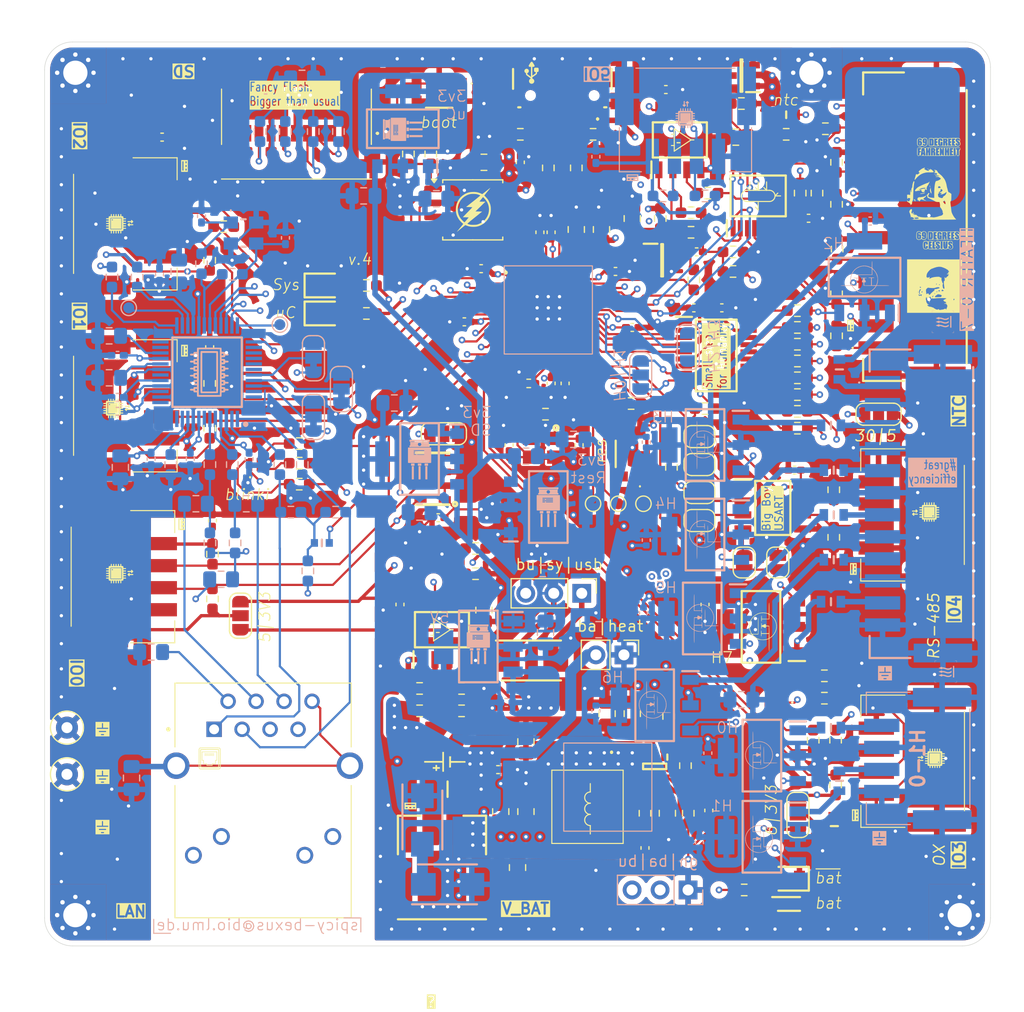
<source format=kicad_pcb>
(kicad_pcb (version 20240108) (generator "pcbnew") (generator_version "8.0")
  (title_block (comment 4 "AISLER Project ID: TLGQIMXQ"))
  (layers (0 "F.Cu" signal) (1 "In1.Cu" signal) (2 "In2.Cu" signal) (31 "B.Cu" signal) (34 "B.Paste" user) (35 "F.Paste" user) (36 "B.SilkS" user "B.Silkscreen") (37 "F.SilkS" user "F.Silkscreen") (38 "B.Mask" user) (39 "F.Mask" user) (44 "Edge.Cuts" user))
  (net 0 "")
  (net 1 "GND")
  (net 2 "/Power/VSys")
  (net 3 "+28V")
  (net 4 "/Heater/Vs_Heat")
  (net 5 "/Prozessor/XIN")
  (net 6 "+1V1")
  (net 7 "/Power/V_usb")
  (net 8 "/Sensors/B")
  (net 9 "/Sensors/A")
  (net 10 "/Sensors/Vox")
  (net 11 "/Prozessor/~{USB_BOOT}")
  (net 12 "/Prozessor/QSPI_SS")
  (net 13 "/Prozessor/XOUT")
  (net 14 "/EthernetaSD/RCT")
  (net 15 "/Prozessor/RUN")
  (net 16 "/Prozessor/USB_D+")
  (net 17 "/Prozessor/USB_D-")
  (net 18 "/Prozessor/sda1")
  (net 19 "/Prozessor/scl1")
  (net 20 "/EthernetaSD/RXN")
  (net 21 "/EthernetaSD/RXP")
  (net 22 "/Prozessor/SWCLK")
  (net 23 "/EthernetaSD/TCT")
  (net 24 "/Prozessor/SWD")
  (net 25 "/Prozessor/QSPI_SCLK")
  (net 26 "/Prozessor/QSPI_SD3")
  (net 27 "/Prozessor/QSPI_SD0")
  (net 28 "/Prozessor/QSPI_SD2")
  (net 29 "/Prozessor/QSPI_SD1")
  (net 30 "/Power/v_bat")
  (net 31 "/Power/in+1")
  (net 32 "/Power/in+2")
  (net 33 "/Power/in-1")
  (net 34 "/Power/ADC_curr")
  (net 35 "/Heater/H0")
  (net 36 "/EthernetaSD/Xo")
  (net 37 "/EthernetaSD/F-")
  (net 38 "/Heater/H_0")
  (net 39 "/Sensors/TX1_RS486")
  (net 40 "/Sensors/RX1_RS486")
  (net 41 "/Power/ADC_volt")
  (net 42 "/Heater/H_1")
  (net 43 "/Heater/H_3")
  (net 44 "/Heater/H_2")
  (net 45 "/Heater/H_4")
  (net 46 "/Heater/H_6")
  (net 47 "/Heater/H_7")
  (net 48 "/Heater/H_5")
  (net 49 "/Sensors/ntc -")
  (net 50 "/Sensors/NTC0")
  (net 51 "/Sensors/NTC1")
  (net 52 "/Sensors/NTC4")
  (net 53 "/Sensors/NTC5")
  (net 54 "/Sensors/NTC2")
  (net 55 "/Sensors/NTC3")
  (net 56 "/Prozessor/vol_Temp")
  (net 57 "/Prozessor/A0")
  (net 58 "/Prozessor/A1")
  (net 59 "/Prozessor/A2")
  (net 60 "/Heater/H:0")
  (net 61 "/Heater/H:6")
  (net 62 "/Heater/H2")
  (net 63 "/Heater/H6")
  (net 64 "/Heater/H3")
  (net 65 "/Heater/H7")
  (net 66 "/Heater/H4")
  (net 67 "/Heater/H:1")
  (net 68 "/Heater/H5")
  (net 69 "/Heater/H:7")
  (net 70 "/Heater/H:3")
  (net 71 "/Heater/H:4")
  (net 72 "/Heater/H:5")
  (net 73 "/Heater/H:2")
  (net 74 "/Heater/H1")
  (net 75 "/Prozessor/GPIO0V")
  (net 76 "/Prozessor/scloxy")
  (net 77 "/Prozessor/sdaoxy")
  (net 78 "/Prozessor/sclrs")
  (net 79 "/Prozessor/sdars")
  (net 80 "/Prozessor/scl0")
  (net 81 "/Prozessor/sda0")
  (net 82 "/Prozessor/scl2")
  (net 83 "/Prozessor/sda2")
  (net 84 "/Power/3V3_uC")
  (net 85 "/3V3_rest")
  (net 86 "/5V")
  (net 87 "/EthernetaSD/sck_lan")
  (net 88 "/Sensors/ntc+")
  (net 89 "/Sensors/op-")
  (net 90 "/EthernetaSD/mosi_lan")
  (net 91 "/EthernetaSD/miso_lan")
  (net 92 "/EthernetaSD/LED_LAN_A")
  (net 93 "/EthernetaSD/XI")
  (net 94 "/EthernetaSD/LED_LAN_B")
  (net 95 "/EthernetaSD/cs_lan")
  (net 96 "/EthernetaSD/TXN")
  (net 97 "/EthernetaSD/TXP")
  (net 98 "/EthernetaSD/cs_sd")
  (net 99 "/EthernetaSD/sck_sd")
  (net 100 "/EthernetaSD/mosi_sd")
  (net 101 "/EthernetaSD/miso_sd")
  (net 102 "/3V3lan")
  (net 103 "Net-(!bat0-K)")
  (net 104 "Net-(5sys0-A)")
  (net 106 "Net-(Vref0-K)")
  (net 107 "Net-(LAN1-1V2O)")
  (net 108 "Net-(LAN1-TOCAP)")
  (net 109 "Net-(Y1-IN{slash}OUT)")
  (net 110 "Net-(D1-A)")
  (net 111 "Net-(JPVOX1-C)")
  (net 113 "Net-(J1-Pad11)")
  (net 114 "Net-(J1-Pad9)")
  (net 115 "/EthernetaSD/E2")
  (net 116 "/EthernetaSD/E1")
  (net 117 "/EthernetaSD/E0")
  (net 118 "Net-(JP1-C)")
  (net 119 "Net-(JP2-C)")
  (net 120 "Net-(JP9-C)")
  (net 121 "Net-(LAN1-INTN)")
  (net 123 "Net-(LAN1-RXP)")
  (net 128 "Net-(LAN1-DUPLED)")
  (net 134 "Net-(LAN1-TXP)")
  (net 137 "Net-(LAN1-EXRES1)")
  (net 138 "Net-(LAN1-TXN)")
  (net 140 "Net-(LAN1-RXN)")
  (net 141 "Net-(LED0-GK)")
  (net 142 "Net-(LED0-BK)")
  (net 143 "Net-(LED0-RK)")
  (net 144 "Net-(LED1-RK)")
  (net 145 "Net-(LED1-GK)")
  (net 146 "Net-(LED1-BK)")
  (net 147 "Net-(uC0-A)")
  (net 148 "Net-(USB_C0-CC1)")
  (net 149 "Net-(USB_C0-CC2)")
  (net 150 "Net-(uC1-USB_DP)")
  (net 151 "Net-(uC1-USB_DM)")
  (net 156 "Net-(OP1A--)")
  (net 159 "Net-(OP1A-+)")
  (net 161 "Net-(BAR0-CSB_1)")
  (net 164 "Net-(H4-OUT)")
  (net 165 "Net-(H5-OUT)")
  (net 166 "Net-(H6-OUT)")
  (net 167 "Net-(H7-OUT)")
  (net 168 "Net-(H0-OUT)")
  (net 169 "Net-(H1-OUT)")
  (net 170 "Net-(H2-OUT)")
  (net 171 "Net-(H3-OUT)")
  (net 172 "Net-(H4-IN)")
  (net 173 "Net-(H5-IN)")
  (net 174 "Net-(H6-IN)")
  (net 175 "Net-(H7-IN)")
  (net 176 "Net-(H0-IN)")
  (net 177 "Net-(H1-IN)")
  (net 178 "Net-(H2-IN)")
  (net 179 "Net-(H3-IN)")
  (net 180 "/Power/FB")
  (net 181 "/Power/SW")
  (net 182 "/Power/SS")
  (net 183 "/Power/RT")
  (net 184 "/Power/BST")
  (net 185 "/Sensors/NTC7")
  (net 186 "/Sensors/NTC6")
  (net 187 "/Power/VBUCK")
  (net 188 "Net-(C15-Pad2)")
  (net 189 "Net-(C28-Pad1)")
  (net 190 "Net-(C42-Pad1)")
  (net 191 "Net-(C58-Pad2)")
  (net 192 "Net-(C59-Pad2)")
  (net 193 "Net-(C64-Pad2)")
  (net 194 "Net-(JP4-B)")
  (net 195 "Net-(JP5-B)")
  (footprint "Resistor_SMD:R_0603_1608Metric_Pad0.98x0.95mm_HandSolder" (layer "F.Cu") (at 78.994 49.784 180)
    (property "Reference" "R48" (hide yes))
    (property "Value" "1k")
  )
  (footprint "TestPoint:TestPoint_Pad_D1.0mm" (layer "F.Cu") (at 70.104 76.2 180)
    (property "Reference" "TP0" (hide yes))
    (property "Value" "TestPoint" (hide yes))
  )
  (footprint "LOGO" (layer "F.Cu") (at 100.246625 76.942731 180)
    (property "Reference" "G***" (hide yes))
    (property "Value" "LOGO" (hide yes))
  )
  (footprint "LOGO" (layer "F.Cu") (at 27.178 50.8)
    (property "Reference" "G***" (hide yes))
    (property "Value" "LOGO" (hide yes))
  )
  (footprint "Resistor_SMD:R_0603_1608Metric_Pad0.98x0.95mm_HandSolder" (layer "F.Cu") (at 66.04 45.72 -90)
    (property "Reference" "R34" (hide yes))
    (property "Value" "27")
  )
  (footprint "Capacitor_SMD:C_0402_1005Metric_Pad0.74x0.62mm_HandSolder" (layer "F.Cu") (at 67.564 65.278 -90)
    (property "Reference" "C38" (hide yes))
    (property "Value" "0.1u")
  )
  (footprint "Resistor_SMD:R_0603_1608Metric_Pad0.98x0.95mm_HandSolder" (layer "F.Cu") (at 79.248 55.88 90)
    (property "Reference" "R56" (hide yes))
    (property "Value" "1k")
  )
  (footprint "SamacSys_Parts:5023520400" (layer "F.Cu") (at 27.686 67.31 -90)
    (property "Reference" "GPIO3" (hide yes))
    (property "Value" "502352-0400" (hide yes))
  )
  (footprint "Resistor_SMD:R_0603_1608Metric_Pad0.98x0.95mm_HandSolder" (layer "F.Cu") (at 76.2 50.3135 -90)
    (property "Reference" "R36" (hide yes))
    (property "Value" "150")
  )
  (footprint "SamacSys_Parts:5023520400" (layer "F.Cu") (at 99.074195 99.568 90)
    (property "Reference" "Ox0" (hide yes))
    (property "Value" "502352-0400" (hide yes))
  )
  (footprint "SamacSys_Parts:LTRBR37G4R4S01250" (layer "F.Cu") (at 87.033195 93.848347 -90)
    (property "Reference" "LED1" (hide yes))
    (property "Value" "StatusLED" (hide yes))
  )
  (footprint "Resistor_SMD:R_0603_1608Metric_Pad0.98x0.95mm_HandSolder" (layer "F.Cu") (at 91.186 42.164 180)
    (property "Reference" "R51" (hide yes))
    (property "Value" "5.1k")
  )
  (footprint "Capacitor_SMD:C_0805_2012Metric_Pad1.18x1.45mm_HandSolder" (layer "F.Cu") (at 64.008 97.79 90)
    (property "Reference" "C8" (hide yes))
    (property "Value" "10u/30V")
  )
  (footprint "Resistor_SMD:R_0402_1005Metric_Pad0.72x0.64mm_HandSolder" (layer "F.Cu") (at 64.262 65.278)
    (property "Reference" "R26" (hide yes))
    (property "Value" "no fit")
  )
  (footprint "SamacSys_Parts:J1B1211CCD" (layer "F.Cu") (at 40.152 103.124)
    (property "Reference" "J1" (hide yes))
    (property "Value" "J1B1211CCD" (hide yes))
  )
  (footprint "MountingHole:MountingHole_2.2mm_M2_Pad_Via" (layer "F.Cu") (at 23.114 37.084)
    (property "Reference" "H0_M0" (hide yes))
    (property "Value" "MountingHole")
  )
  (footprint "Capacitor_SMD:C_0805_2012Metric_Pad1.18x1.45mm_HandSolder" (layer "F.Cu") (at 73.66 50.3135 90)
    (property "Reference" "C39" (hide yes))
    (property "Value" "2u2")
  )
  (footprint "Resistor_SMD:R_0603_1608Metric_Pad0.98x0.95mm_HandSolder" (layer "F.Cu") (at 53.34 44.45 90)
    (property "Reference" "R24" (hide yes))
    (property "Value" "1k")
  )
  (footprint "Capacitor_SMD:C_0805_2012Metric_Pad1.18x1.45mm_HandSolder" (layer "F.Cu") (at 60.198 45.212)
    (property "Reference" "C21" (hide yes))
    (property "Value" "2u2")
  )
  (footprint "SamacSys_Parts:SOP65P640X120-16N" (layer "F.Cu") (at 85.09 48.26 90)
    (property "Reference" "MUX0" (hide yes))
    (property "Value" "TMUX1108PWR" (hide yes))
  )
  (footprint "Capacitor_SMD:C_0805_2012Metric_Pad1.18x1.45mm_HandSolder" (layer "F.Cu") (at 76.846024 104.290262 90)
    (property "Reference" "C13" (hide yes))
    (property "Value" "33n")
  )
  (footprint "Resistor_SMD:R_0603_1608Metric_Pad0.98x0.95mm_HandSolder" (layer "F.Cu") (at 92.255795 53.086 90)
    (property "Reference" "R42" (hide yes))
    (property "Value" "5.1k")
  )
  (footprint "Capacitor_SMD:C_0402_1005Metric_Pad0.74x0.62mm_HandSolder" (layer "F.Cu") (at 61.468 100.33 180)
    (property "Reference" "C12" (hide yes))
    (property "Value" "0.1u/30V")
  )
  (footprint "Capacitor_SMD:C_0402_1005Metric_Pad0.74x0.62mm_HandSolder" (layer "F.Cu") (at 66.294 65.278 -90)
    (property "Reference" "C32" (hide yes))
    (property "Value" "0.1u")
  )
  (footprint "Capacitor_SMD:C_0402_1005Metric_Pad0.74x0.62mm_HandSolder" (layer "F.Cu") (at 58.42 59.69 180)
    (property "Reference" "C31" (hide yes))
    (property "Value" "0.1u")
  )
  (footprint "Capacitor_SMD:C_0402_1005Metric" (layer "F.Cu") (at 79.248 58.42 180)
    (property "Reference" "C66" (hide yes))
    (property "Value" "0.1u")
  )
  (footprint "SamacSys_Parts:SOIC127P600X175-8N" (layer "F.Cu") (at 56.388 87.63 90)
    (property "Reference" "OP0" (hide yes))
    (property "Value" "LM2904AVQDRQ1" (hide yes))
  )
  (footprint "Resistor_SMD:R_0603_1608Metric_Pad0.98x0.95mm_HandSolder" (layer "F.Cu") (at 43.434 72.517)
    (property "Reference" "R31" (hide yes))
    (property "Value" "220")
  )
  (footprint "Resistor_SMD:R_0603_1608Metric_Pad0.98x0.95mm_HandSolder" (layer "F.Cu") (at 83.566 39.878)
    (property "Reference" "R37" (hide yes))
    (property "Value" "270")
  )
  (footprint "SamacSys_Parts:5023520400" (layer "F.Cu") (at 27.686 50.8 -90)
    (property "Reference" "GPIO0" (hide yes))
    (property "Value" "502352-0400" (hide yes))
  )
  (footprint "Resistor_SMD:R_0603_1608Metric_Pad0.98x0.95mm_HandSolder" (layer "F.Cu") (at 78.74 104.290262 -90)
    (property "Reference" "R14" (hide yes))
    (property "Value" "64.9k")
  )
  (footprint "Resistor_SMD:R_0603_1608Metric_Pad0.98x0.95mm_HandSolder" (layer "F.Cu") (at 65.786 68.072 180)
    (property "Reference" "R28" (hide yes))
    (property "Value" "1k  1%")
  )
  (footprint "Resistor_SMD:R_0603_1608Metric_Pad0.98x0.95mm_HandSolder" (layer "F.Cu") (at 49.53 58.928)
    (property "Reference" "R4" (hide yes))
    (property "Value" "680")
  )
  (footprint "SamacSys_Parts:LEDM2012X120N" (layer "F.Cu") (at 87.884 112.522)
    (property "Reference" "!bat0" (hide yes))
    (property "Value" "APTD2012LSURCK" (hide yes))
  )
  (footprint "MountingHole:MountingHole_2.2mm_M2_Pad_Via" (layer "F.Cu") (at 89.916 37.084)
    (property "Reference" "H1_M0" (hide yes))
    (property "Value" "MountingHole")
  )
  (footprint "Resistor_SMD:R_0603_1608Metric_Pad0.98x0.95mm_HandSolder" (layer "F.Cu") (at 35.306 65.278 90)
    (property "Reference" "R19" (hide yes))
    (property "Value" "4.7k")
  )
  (footprint "Resistor_SMD:R_0603_1608Metric_Pad0.98x0.95mm_HandSolder" (layer "F.Cu") (at 82.804 53.34 180)
    (property "Reference" "R41" (hide yes))
    (property "Value" "10k")
  )
  (footprint "Capacitor_SMD:C_0402_1005Metric_Pad0.74x0.62mm_HandSolder" (layer "F.Cu") (at 62.484 70.866 90)
    (property "Reference" "C27" (hide yes))
    (property "Value" "15p 5%")
  )
  (footprint "LOGO" (layer "F.Cu") (at 101.092 50.8)
    (property "Reference" "G***" (hide yes))
    (property "Value" "LOGO" (hide yes))
  )
  (footprint "SamacSys_Parts:Logo" (layer "F.Cu") (at 45.212 50.546)
    (property "Reference" "G***" (hide yes))
    (property "Value" "LOGO" (hide yes))
  )
  (footprint "Resistor_SMD:R_0603_1608Metric_Pad0.98x0.95mm_HandSolder" (layer "F.Cu") (at 59.436 82.55)
    (property "Reference" "R9" (hide yes))
    (property "Value" "10k")
  )
  (footprint "SamacSys_Parts:SOIC127P600X175-8N" (layer "F.Cu") (at 77.978 43.18 90)
    (property "Reference" "OP1" (hide yes))
    (property "Value" "TLV9002QDRQ1" (hide yes))
  )
  (footprint "Resistor_SMD:R_0603_1608Metric_Pad0.98x0.95mm_HandSolder" (layer "F.Cu") (at 58.166 92.964 180)
    (property "Reference" "R7" (hide yes))
    (property "Value" "1M")
  )
  (footprint "SamacSys_Parts:SOTFL50P160X60-8N" (layer "F.Cu") (at 75.692 100.035262 -90)
    (property "Reference" "BUCK0" (hide yes))
    (property "Value" "TPS62933DRLR" (hide yes))
  )
  (footprint "Capacitor_SMD:C_0402_1005Metric_Pad0.74x0.62mm_HandSolder" (layer "F.Cu") (at 30.988 42.926)
    (property "Reference" "C22" (hide yes))
    (property "Value" "0.1u")
  )
  (footprint "Capacitor_SMD:C_0805_2012Metric_Pad1.18x1.45mm_HandSolder" (layer "F.Cu") (at 63.246 109.22 90)
    (property "Reference" "C20" (hide yes))
    (property "Value" "DNP")
  )
  (footprint "TestPoint:TestPoint_Loop_D1.80mm_Drill1.0mm_Beaded" (layer "F.Cu") (at 22.352 96.52)
    (property "Reference" "TPGND0" (hide yes))
    (property "Value" "TestPoint_Probe")
  )
  (footprint "Resistor_SMD:R_0603_1608Metric_Pad0.98x0.95mm_HandSolder" (layer "F.Cu") (at 91.948 79.248 90)
    (property "Reference" "R61" (hide yes))
    (property "Value" "100")
  )
  (footprint "Capacitor_SMD:C_0402_1005Metric_Pad0.74x0.62mm_HandSolder" (layer "F.Cu") (at 35.306 61.976 90)
    (property "Reference" "C25" (hide yes))
    (property "Value" "0.1u")
  )
  (footprint "LOGO" (layer "F.Cu") (at 26.924 67.564)
    (property "Reference" "G***" (hide yes))
    (property "Value" "LOGO" (hide yes))
  )
  (footprint "SamacSys_Parts:5023520400" (layer "F.Cu") (at 99.06 77.216 90)
    (property "Reference" "RS-0" (hide yes))
    (property "Value" "502352-0400" (hide yes))
  )
  (footprint "Capacitor_SMD:C_0402_1005Metric" (layer "F.Cu") (at 81.788 58.42)
    (property "Reference" "C70" (hide yes))
    (property "Value" "0.1u")
  )
  (footprint "Jumper:SolderJumper-3_P1.3mm_Open_RoundedPad1.0x1.5mm_NumberLabels" (layer "F.Cu") (at 56.558 69.844 180)
    (property "Reference" "JPVOX0" (hide yes))
    (property "Value" "SolderJumper_3_Open" (hide yes))
  )
  (footprint "Resistor_SMD:R_0603_1608Metric_Pad0.98x0.95mm_HandSolder" (layer "F.Cu") (at 87.63 42.672)
    (property "Reference" "R52" (hide yes))
    (property "Value" "5.1k")
  )
  (footprint "LOGO" (layer "F.Cu") (at 100.754625 99.294727 180)
    (property "Reference" "G***" (hide yes))
    (property "Value" "LOGO" (hide yes))
  )
  (footprint "Capacitor_SMD:C_0402_1005Metric_Pad0.74x0.62mm_HandSolder" (layer "F.Cu") (at 74.814024 107.442 90)
    (property "Reference" "C15" (hide yes))
    (property "Value" "0.1u")
  )
  (footprint "Capacitor_SMD:C_0805_2012Metric_Pad1.18x1.45mm_HandSolder" (layer "F.Cu") (at 73.66 95.25 -90)
    (property "Reference" "C11" (hide yes))
    (property "Value" "DNP")
  )
  (footprint "Resistor_SMD:R_0603_1608Metric_Pad0.98x0.95mm_HandSolder" (layer "F.Cu") (at 36.576 51.054)
    (property "Reference" "R16" (hide yes))
    (property "Value" "4.7k")
  )
  (footprint "Resistor_SMD:R_0603_1608Metric_Pad0.98x0.95mm_HandSolder" (layer "F.Cu") (at 88.646 60.198 180)
    (property "Reference" "R90" (hide yes))
    (property "Value" "100")
  )
  (footprint "MountingHole:MountingHole_2.2mm_M2_Pad_Via" (layer "F.Cu") (at 103.378 113.538)
    (property "Reference" "H2_M0" (hide yes))
    (property "Value" "MountingHole")
  )
  (footprint "Capacitor_SMD:C_0402_1005Metric_Pad0.74x0.62mm_HandSolder" (layer "F.Cu") (at 72.136 55.118)
    (property "Reference" "C34" (hide yes))
    (property "Value" "0.1u")
  )
  (footprint "SamacSys_Parts:FUSC1608X70N" (layer "F.Cu") (at 91.999195 105.458 -90)
    (property "Reference" "F0" (hide yes))
    (property "Value" "MF-FSML100_8-2" (hide yes))
  )
  (footprint "Capacitor_SMD:C_0805_2012Metric_Pad1.18x1.45mm_HandSolder" (layer "F.Cu") (at 83.058 42.926 180)
    (property "Reference" "C44" (hide yes))
    (property "Value" "10u")
  )
  (footprint "SamacSys_Parts:SOT95P237X112-3N" (layer "F.Cu") (at 76.370676 54.102)
    (property "Reference" "Vref0" (hide yes))
    (property "Value" "LM4040BIM3-3.0_NOPB" (hide yes))
  )
  (footprint "Jumper:SolderJumper-2_P1.3mm_Open_RoundedPad1.0x1.5mm" (layer "F.Cu") (at 79.756 75.184)
    (property "Reference" "JP4" (hide yes))
    (property "Value" "SolderJumper_2_Open" (hide yes))
  )
  (footprint "SamacSys_Parts:GSB1C41110SSHR" (layer "F.Cu") (at 67.31 36.83 180)
    (property "Reference" "USB_C0" (hide yes))
    (property "Value" "GSB1C41110SSHR" (hide yes))
  )
  (footprint "Capacitor_SMD:C_0402_1005Metric_Pad0.74x0.62mm_HandSolder" (layer "F.Cu") (at 35.56 77.724 90)
    (property "Reference" "C24" (hide yes))
    (property "Value" "0.1u")
  )
  (footprint "SamacSys_Parts:435441019830" (layer "F.Cu") (at 73.5565 71.67525 -90)
    (property "Reference" "S_RES0" (hide yes))
    (property "Value" "435441019830" (hide yes))
  )
  (footprint "Capacitor_SMD:C_0402_1005Metric_Pad0.74x0.62mm_HandSolder" (layer "F.Cu") (at 65.278 51.562 90)
    (property "Reference" "C35" (hide yes))
    (property "Value" "0.1u")
  )
  (footprint "Resistor_SMD:R_0603_1608Metric_Pad0.98x0.95mm_HandSolder" (layer "F.Cu") (at 90.081195 97.658347 90)
    (property "Reference" "R47" (hide yes))
    (property "Value" "680")
  )
  (footprint "TestPoint:TestPoint_Loop_D1.80mm_Drill1.0mm_Beaded" (layer "F.Cu") (at 22.352 100.76)
    (property "Reference" "TPGND1" (hide yes))
    (property "Value" "TestPoint_Probe")
  )
  (footprint "Resistor_SMD:R_0603_1608Metric_Pad0.98x0.95mm_HandSolder" (layer "F.Cu") (at 88.646 66.294 180)
    (property "Reference" "R96" (hide yes))
    (property "Value" "100")
  )
  (footprint "Capacitor_SMD:C_0402_1005Metric_Pad0.74x0.62mm_HandSolder" (layer "F.Cu") (at 89.662 50.292 180)
    (property "Reference" "C41" (hide yes))
    (property "Value" "DNP")
  )
  (footprint "Resistor_SMD:R_0603_1608Metric_Pad0.98x0.95mm_HandSolder" (layer "F.Cu") (at 92.113195 97.658347 90)
    (property "Reference" "R55" (hide yes))
    (property "Value" "4.7k")
  )
  (footprint "Resistor_SMD:R_0603_1608Metric_Pad0.98x0.95mm_HandSolder" (layer "F.Cu") (at 92.202 45.212 90)
    (property "Reference" "R50" (hide yes))
    (property "Value" "5.1k")
  )
  (footprint "SamacSys_Parts:insta" (layer "F.Cu") (at 98.044 42.672)
    (property "Reference" "L0" (hide yes))
    (property "Value" "InstaLogo" (hide yes))
  )
  (footprint "Resistor_SMD:R_0603_1608Metric_Pad0.98x0.95mm_HandSolder" (layer "F.Cu") (at 88.9 48.006 90)
    (property "Reference" "R60" (hide yes))
    (property "Value" "10k")
  )
  (footprint "Jumper:SolderJumper-3_P1.3mm_Open_RoundedPad1.0x1.5mm_NumberLabels" (layer "F.Cu") (at 88.697195 104.442 90)
    (property "Reference" "JPVOX1" (hide yes))
    (property "Value" "SolderJumper_3_Open" (hide yes))
  )
  (footprint "Resistor_SMD:R_0603_1608Metric_Pad0.98x0.95mm_HandSolder" (layer "F.Cu") (at 82.804 55.118 180)
    (property "Reference" "R43" (hide yes))
    (property "Value" "6,5k")
  )
  (footprint "LOGO" (layer "F.Cu") (at 56.661456 99.679112 180)
    (property "Reference" "G***" (hide yes))
    (property "Value" "LOGO" (hide yes))
  )
  (footprint "Resistor_SMD:R_0603_1608Metric_Pad0.98x0.95mm_HandSolder" (layer "F.Cu") (at 59.436 80.264 180)
    (property "Reference" "R8" (hide yes))
    (property "Value" "100k")
  )
  (footprint "Resistor_SMD:R_0603_1608Metric_Pad0.98x0.95mm_HandSolder" (layer "F.Cu") (at 91.097195 93.848347 180)
    (property "Reference" "R45" (hide yes))
    (property "Value" "270")
  )
  (footprint "MountingHole:MountingHole_2.2mm_M2_Pad_Via" (layer "F.Cu") (at 23.114 113.538)
    (property "Reference" "H3_M0" (hide yes))
    (property "Value" "MountingHole")
  )
  (footprint "SamacSys_Parts:SOIC127P600X175-8N" (layer "F.Cu") (at 86.411805 76.581)
    (property "Reference" "RS0" (hide yes))
    (property "Value" "MAX3485AEASA+T" (hide yes))
  )
  (footprint "Capacitor_SMD:C_0805_2012Metric_Pad1.18x1.45mm_HandSolder" (layer "F.Cu") (at 68.58 51.308 -90)
    (property "Reference" "C37" (hide yes))
    (property "Value" "2u2")
  )
  (footprint "SamacSys_Parts:DIOM5336X245N" (layer "F.Cu") (at 64.516 90.424)
    (property "Reference" "D0" (hide yes))
    (property "Value" "RBR2LB60BTBR1" (hide yes))
  )
  (footprint "Capacitor_SMD:C_0402_1005Metric_Pad0.74x0.62mm_HandSolder" (layer "F.Cu") (at 73.66 60.198)
    (property "Reference" "C33" (hide yes))
    (property "Value" "0.1u")
  )
  (footprint "Resistor_SMD:R_0603_1608Metric_Pad0.98x0.95mm_HandSolder" (layer "F.Cu") (at 68.58 45.72 -90)
    (property "Reference" "R35" (hide yes))
    (property "Value" "27")
  )
  (footprint "Resistor_SMD:R_0603_1608Metric_Pad0.98x0.95mm_HandSolder" (layer "F.Cu") (at 35.306 54.102 -90)
    (property "Reference" "R20" (hide yes))
    (property "Value" "4.7k")
  )
  (footprint "SamacSys_Parts:SOT230P700X170-4N" (layer "F.Cu") (at 85.344 87.376 180)
    (property "Reference" "H7")
    (property "Value" "ITS4200S-ME-O" (hide yes))
  )
  (footprint "Resistor_SMD:R_0603_1608Metric_Pad0.98x0.95mm_HandSolder" (layer "F.Cu") (at 54.356 92.964)
    (property "Reference" "R12" (hide yes))
    (property "Value" "1M")
  )
  (footprint "TestPoint:TestPoint_Pad_D1.0mm" (layer "F.Cu") (at 72.39 76.2 180)
    (property "Reference" "TP1" (hide yes))
    (property "Value" "TestPoint" (hide yes))
  )
  (footprint "Capacitor_SMD:C_0402_1005Metric_Pad0.74x0.62mm_HandSolder" (layer "F.Cu") (at 63.5 45.212 90)
    (property "Reference" "C26" (hide yes))
    (property "Value" "0.1uF")
  )
  (footprint "Resistor_SMD:R_0603_1608Metric_Pad0.98x0.95mm_HandSolder" (layer "F.Cu") (at 63.5 42.672)
    (property "Reference" "R33" (hide yes))
    (property "Value" "5.1k")
  )
  (footprint "Resistor_SMD:R_0603_1608Metric_Pad0.98x0.95mm_HandSolder" (layer "F.Cu") (at 88.646 64.77 180)
    (property "Reference" "R95" (hide yes))
    (property "Value" "100")
  )
  (footprint "Resistor_SMD:R_0603_1608Metric_Pad0.98x0.95mm_HandSolder" (layer "F.Cu") (at 54.356 94.996 180)
    (property "Reference" "R10" (hide yes))
    (property "Value" "1k")
  )
  (footprint "SamacSys_Parts:LTRBR37G4R4S01250" (layer "F.Cu") (at 39.37 72.644 180)
    (property "Reference" "LED0" (hide yes))
    (property "Value" "StatusLED" (hide yes))
  )
  (footprint "Jumper:SolderJumper-2_P1.3mm_Open_RoundedPad1.0x1.5mm" (layer "F.Cu") (at 79.756 77.724)
    (property "Reference" "JP5" (hide yes))
    (property "Value" "SolderJumper_2_Open" (hide yes))
  )
  (footprint "Resistor_SMD:R_0603_1608Metric_Pad0.98x0.95mm_HandSolder" (layer "F.Cu") (at 91.948 74.93 -90)
    (property "Reference" "R62" (hide yes))
    (property "Value" "100")
  )
  (footprint "Resistor_SMD:R_0603_1608Metric_Pad0.98x0.95mm_HandSolder" (layer "F.Cu") (at 35.306 69.342 -90)
    (property "Reference" "R23" (hide yes))
    (property "Value" "4.7k")
  )
  (footprint "Resistor_SMD:R_0603_1608Metric_Pad0.98x0.95mm_HandSolder" (layer "F.Cu") (at 88.646 61.722 180)
    (property "Reference" "R91" (hide yes))
    (property "Value" "100")
  )
  (footprint "SamacSys_Parts:5023520200" (layer "F.Cu") (at 56.388 104.516)
    (property "Reference" "V_BAT0" (hide yes))
    (property "Value" "502352-0200" (hide yes))
  )
  (footprint "SamacSys_Parts:LEDC2012X120N" (layer "F.Cu") (at 45.72 58.928)
    (property "Reference" "uC0" (hide yes))
    (property "Value" "APTD2012LCGCK" (hide yes))
  )
  (footprint "Resistor_SMD:R_0603_1608Metric_Pad0.98x0.95mm_HandSolder" (layer "F.Cu") (at 90.424 48.006 90)
    (property "Reference" "R54" (hide yes))
    (property "Value" "5.1k")
  )
  (footprint "Package_SO:SOIC-8_5.23x5.23mm_P1.27mm" (layer "F.Cu") (at 59.182 49.53)
    (property "Reference" "FLA0" (hide yes))
    (property "Value" "W25Q128JVS")
  )
  (footprint "Capacitor_SMD:C_0402_1005Metric_Pad0.74x0.62mm_HandSolder" (layer "F.Cu") (at 88.392 73.152 180)
    (property "Reference" "C45" (hide yes))
    (property "Value" "1u")
  )
  (footprint "Capacitor_SMD:C_0805_2012Metric_Pad1.18x1.45mm_HandSolder" (layer "F.Cu") (at 71.374 95.25 -90)
    (property "Reference" "C10" (hide yes))
    (property "Value" "DNP")
  )
  (footprint "SamacSys_Parts:LEDC2012X120N" (layer "F.Cu") (at 45.72 56.388)
    (property "Reference" "5sys0" (hide yes))
    (property "Value" "APTD2012LCGCK" (hide yes))
  )
  (footprint "SamacSys_Parts:RESC3216X90N" (layer "F.Cu") (at 56.896 102.108)
    (property "Reference" "R_shunt0" (hide yes))
    (property "Value" "1mOhm" (hide yes))
  )
  (footprint "Resistor_SMD:R_0603_1608Metric_Pad0.98x0.95mm_HandSolder" (layer "F.Cu") (at 78.486 99.972262 -90)
    (property "Reference" "R15" (hide yes))
    (property "Value" "10k")
  )
  (footprint "Capacitor_SMD:C_0402_1005Metric_Pad0.74x0.62mm_HandSolder" (layer "F.Cu") (at 68.834 70.866 -90)
    (property "Reference" "C28" (hide yes))
    (property "Value" "15p 5%")
  )
  (footprint "SamacSys_Parts:LEDC2012X120N" (layer "F.Cu") (at 87.884 110.236 180)
    (property "Reference" "bat0" (hide yes))
    (property "Value" "APTD2012LCGCK" (hide yes))
  )
  (footprint "SamacSys_Parts:ABM8G" (layer "F.Cu") (at 65.532 71.12 180)
    (property "Reference" "Y0" (hide yes))
    (property "Value" "ABM8G-12.000MHZ-4Y-T3" (hide yes))
  )
  (footprint "Resistor_SMD:R_0603_1608Metric_Pad0.98x0.95mm_HandSolder" (layer "F.Cu") (at 80.264 67.564)
    (property "Reference" "R58" (hide yes))
    (property "Value" "4,7k")
  )
  (footprint "Jumper:SolderJumper-2_P1.3mm_Open_RoundedPad1.0x1.5mm" (layer "F.Cu") (at 83.82 81.534 90)
    (property "Reference" "JP6" (hide yes))
    (property "Value" "SolderJumper_2_Open" (hide yes))
  )
  (footprint "Capacitor_SMD:C_0805_2012Metric_Pad1.18x1.45mm_HandSolder" (layer "F.Cu") (at 60.198 85.852 90)
    (property "Reference" "C9" (hide yes))
    (property "Value" "10u")
  )
  (footprint "Capacitor_SMD:C_0402_1005Metric_Pad0.74x0.62mm_HandSolder" (layer "F.Cu") (at 59.944 54.864 180)
    (property "Reference" "C29" (hide yes))
    (property "Value" "0.1u")
  )
  (footprint "LOGO" (layer "F.Cu") (at 85.344 87.376)
    (property "Reference" "G***" (hide yes))
    (property "Value" "LOGO" (hide yes))
  )
  (footprint "Capacitor_SMD:C_0805_2012Metric_Pad1.18x1.45mm_HandSolder" (layer "F.Cu") (at 61.722 104.14 -90)
    (property "Reference" "C18" (hide yes))
    (property "Value" "22u")
  )
  (footprint "Capacitor_SMD:C_0402_1005Metric_Pad0.74x0.62mm_HandSolder" (layer "F.Cu") (at 79.502 53.34)
    (property "Reference" "C42" (hide yes))
    (property "Value" "DNP")
  )
  (footprint "Resistor_SMD:R_0603_1608Metric_Pad0.98x0.95mm_HandSolder" (layer "F.Cu") (at 77.216 72.898 90)
    (property "Reference" "R59" (hide yes))
    (property "Value" "4,7k")
  )
  (footprint "Resistor_SMD:R_0603_1608Metric_Pad0.98x0.95mm_HandSolder" (layer "F.Cu") (at 74.814024 104.290262 -90)
    (property "Reference" "R13" (hide yes))
    (property "Value" "0")
  )
  (footprint "Resistor_SMD:R_0603_1608Metric_Pad0.98x0.95mm_HandSolder" (layer "F.Cu") (at 92.202 60.96 90)
    (property "Reference" "R39" (hide yes))
    (property "Value" "5.1k")
  )
  (footprint "Connector_PinHeader_2.54mm:PinHeader_1x03_P2.54mm_Vertical" (layer "F.Cu") (at 69.073 84.328 -90)
    (property "Reference" "JB_or_U0" (hide yes))
    (property "Value" "Conn_01x03")
  )
  (footprint "Jumper:SolderJumper-2_P1.3mm_Open_RoundedPad1.0x1.5mm" (layer "F.Cu") (at 86.868 81.534 -90)
    (property "Reference" "JP8" (hide yes))
    (property "Value" "SolderJumper_2_Open" (hide yes))
  )
  (footprint "SamacSys_Parts:MS561101BA03-50" (layer "F.Cu") (at 55.542 73.934 180)
    (property "Reference" "BAR0" (hide yes))
    (property "Value" "MS561101BA03-50" (hide yes))
  )
  (footprint "SamacSys_Parts:QFN40P700X700X90-57N-D" (layer "F.Cu") (at 66.04 58.42)
    (property "Reference" "uC1" (hide yes))
    (property "Value" "SC0914_7_" (hide yes))
  )
  (footprint "LOGO" (layer "F.Cu") (at 27.178 82.55)
    (property "Reference" "G***" (hide yes))
    (property "Value" "LOGO" (hide yes))
  )
  (footprint "Capacitor_SMD:C_0402_1005Metric_Pad0.74x0.62mm_HandSolder" (layer "F.Cu") (at 66.294 51.562 90)
    (property "Reference" "C30" (hide yes))
    (property "Value" "0.1u")
  )
  (footprint "LOGO" (layer "F.Cu") (at 59.182 49.276)
    (property "Reference" "G***" (hide yes))
    (property "Value" "LOGO" (hide yes))
  )
  (footprint "Jumper:SolderJumper-2_P1.3mm_Open_RoundedPad1.0x1.5mm" (layer "F.Cu") (at 79.756 70.104 180)
    (property "Reference" "JP7" (hide yes))
    (property "Value" "SolderJumper_2_Open" (hide yes))
  )
  (footprint "Resistor_SMD:R_0603_1608Metric_Pad0.98x0.95mm_HandSolder" (layer "F.Cu") (at 55.372 44.45 -90)
    (property "Reference" "R25" (hide yes))
    (property "Value" "10k but unessesary" (hide yes))
  )
  (footprint "Jumper:SolderJumper-3_P1.3mm_Open_RoundedPad1.0x1.5mm_NumberLabels" (layer "F.Cu") (at 38.1 86.36 -90)
    (property "Reference" "JP0" (hide yes))
    (property "Value" "SolderJumper_3_Open")
  )
  (footprint "Resistor_SMD:R_0603_1608Metric_Pad0.98x0.95mm_HandSolder" (layer "F.Cu") (at 35.56 84.836 -90)
    (property "Reference" "R22" (hide yes))
    (property "Value" "4.7k")
  )
  (footprint "Resistor_SMD:R_0603_1608Metric_Pad0.98x0.95mm_HandSolder" (layer "F.Cu") (at 49.53 56.388)
    (property "Reference" "R5" (hide yes))
    (property "Value" "1500")
  )
  (footprint "Resistor_SMD:R_0603_1608Metric_Pad0.98x0.95mm_HandSolder" (layer "F.Cu") (at 88.646 63.246 180)
    (property "Reference" "R92" (hide yes))
    (property "Value" "100")
  )
  (footprint "Resistor_SMD:R_0603_1608Metric_Pad0.98x0.95mm_HandSolder" (layer "F.Cu") (at 91.097195 91.816347)
    (property "Reference" "R46" (hide yes))
    (property "Value" "220")
  )
  (footprint "SamacSys_Parts:693072010801" (layer "F.Cu") (at 43.18 39.878)
    (property "Reference" "SD0" (hide yes))
    (property "Value" "693072010801" (hide yes))
  )
  (footprint "Resistor_SMD:R_0603_1608Metric_Pad0.98x0.95mm_HandSolder" (layer "F.Cu") (at 80.518 48.006)
    (property "Reference" "R49" (hide yes))
    (property "Value" "1k")
  )
  (footprint "Resistor_SMD:R_0603_1608Metric_Pad0.98x0.95mm_HandSolder" (layer "F.Cu") (at 58.166 94.996)
    (property "Reference" "R6" (hide yes))
    (property "Value" "1k")
  )
  (footprint "Resistor_SMD:R_0603_1608Metric_Pad0.98x0.95mm_HandSolder" (layer "F.Cu") (at 43.434 70.739 180)
    (property "Reference" "R32" (hide yes))
    (property "Value" "680")
  )
  (footprint "SamacSys_Parts:435441019830" (layer "F.Cu") (at 56.134 38.862)
    (property "Reference" "S_BOOT0" (hide yes))
    (property "Value" "435441019830" (hide yes))
  )
  (footprint "Resistor_SMD:R_0603_1608Metric_Pad0.98x0.95mm_HandSolder" (layer "F.Cu") (at 43.434 74.422 180)
    (property "Reference" "R30" (hide yes))
    (property "Value" "270")
  )
  (footprint "Capacitor_SMD:C_0805_2012Metric_Pad1.18x1.45mm_HandSolder" (layer "F.Cu") (at 64.008 104.14 -90)
    (property "Reference" "C17" (hide yes))
    (property "Value" "22u")
  )
  (footprint "Resistor_SMD:R_0603_1608Metric_Pad0.98x0.95mm_HandSolder" (layer "F.Cu") (at 92.113195 101.722347 -90)
    (property "Reference" "R57" (hide yes))
    (property "Value" "4.7k")
  )
  (footprint "LOGO" (layer "F.Cu") (at 35.306 99.314)
    (property "Reference" "G***" (hide yes))
    (property "Value" "LOGO" (hide yes))
  )
  (footprint "SamacSys_Parts:5023520400" (layer "F.Cu") (at 27.469 82.82 -90)
    (property "Reference" "GPIO2" (hide yes))
    (property "Value" "502352-0400" (hide yes))
  )
  (footprint "Capacitor_SMD:C_0402_1005Metric" (layer "F.Cu") (at 80.264 85.344 90)
    (property "Reference" "C71" (hide yes))
    (property "Value" "0.22u (grob)")
  )
  (footprint "Resistor_SMD:R_0603_1608Metric_Pad0.98x0.95mm_HandSolder" (layer "F.Cu") (at 76.962 95.504 90)
    (property "Reference" "R11" (hide yes))
    (property "Value" "DNP")
  )
  (footprint "SamacSys_Parts:SOT95P237X112-3N" (layer "F.Cu") (at 83.566 37.338 180)
    (property "Reference" "Vref1" (hide yes))
    (property "Value" "LM4040BIM3-3.0_NOPB" (hide yes))
  )
  (footprint "TestPoint:TestPoint_Pad_D1.0mm" (layer "F.Cu") (at 74.676 76.2 180)
    (property "Reference" "TP2" (hide yes))
    (property "Value" "TestPoint" (hide yes))
  )
  (footprint "Connector_PinHeader_2.54mm:PinHeader_1x02_P2.54mm_Vertical" (layer "F.Cu") (at 72.903 89.916 -90)
    (property "Reference" "JHEAT0" (hide yes))
    (property "Value" "PinHeader_2.54mm")
  )
  (footprint "Resistor_SMD:R_0603_1608Metric_Pad0.98x0.95mm_HandSolder" (layer "F.Cu") (at 92.202 57.15 90)
    (property "Reference" "R40" (hide yes))
    (property "Value" "5.1k")
  )
  (footprint "Resistor_SMD:R_0603_1608Metric_Pad0.98x0.95mm_HandSolder" (layer "F.Cu") (at 35.56 80.772 90)
    (property "Reference" "R18" (hide yes))
    (property "Value" "4.7k")
  )
  (footprint "Resistor_SMD:R_0603_1608Metric_Pad0.98x0.95mm_HandSolder" (layer "F.Cu") (at 78.994 51.562)
    (property "Reference" "R53" (hide yes))
    (property "Value" "10k")
  )
  (footprint "Capacitor_SMD:C_0402_1005Metric_Pad0.74x0.62mm_HandSolder" (layer "F.Cu") (at 76.708 38.608 180)
    (property "Reference" "C43" (hide yes))
    (property "Value" "0.1uF")
  )
  (footprint "SamacSys_Parts:5023521210" (layer "F.Cu") (at 99.314 51.054 90)
    (property "Reference" "NTCs0" (hide yes))
    (property "Value" "502352-1210" (hide yes))
  )
  (footprint "LOGO" (layer "F.Cu") (at 64.517065 37.083996)
    (property "Reference" "G***" (hide yes))
    (property "Value" "LOGO" (hide yes))
  )
  (footprint "Resistor_SMD:R_0603_1608Metric_Pad0.98x0.95mm_HandSolder" (layer "F.Cu") (at 92.202 49.022 90)
    (property "Reference" "R44" (hide yes))
    (property "Value" "5.1k")
  )
  (footprint "SamacSys_Parts:74439346068" (layer "F.Cu") (at 69.5835 103.7075 -90)
    (property "Reference" "L1" (hide yes))
    (property "Value" "74439346068" (hide yes))
  )
  (footprint "Jumper:SolderJumper-2_P1.3mm_Open_RoundedPad1.0x1.5mm" (layer "F.Cu") (at 79.756 72.644)
    (property "Reference" "JP3" (hide yes))
    (property "Value" "SolderJumper_2_Open" (hide yes))
  )
  (footprint "Jumper:SolderJumper-3_P1.3mm_Open_RoundedPad1.0x1.5mm_NumberLabels" (layer "F.Cu") (at 96.012 68.072)
    (property "Reference" "JP9" (hide yes))
    (property "Value" "SolderJumper_3_Open" (hide yes))
  )
  (footprint "Capacitor_SMD:C_0402_1005Metric_Pad0.74x0.62mm_HandSolder" (layer "F.Cu") (at 56.05 77.47)
    (property "Reference" "C40" (hide yes))
    (property "Value" "0.1uF")
  )
  (footprint "Capacitor_SMD:C_0805_2012Metric_Pad1.18x1.45mm_HandSolder" (layer "F.Cu") (at 70.866 51.308 90)
    (property "Reference" "C36" (hide yes))
    (property "Value" "2u2")
  )
  (footprint "Resistor_SMD:R_0603_1608Metric_Pad0.98x0.95mm_HandSolder" (layer "F.Cu") (at 83.82 111.252 180)
    (property "Reference" "R0" (hide yes))
    (property "Value" "12k")
  )
  (footprint "Resistor_SMD:R_0603_1608Metric_Pad0.98x0.95mm_HandSolder" (layer "F.Cu") (at 88.646 69.342 180)
    (property "Reference" "R85" (hide yes))
    (property "Value" "100")
  )
  (footprint "Capacitor_SMD:C_0402_1005Metric_Pad0.74x0.62mm_HandSolder" (layer "F.Cu") (at 52.578 85.344 90)
    (property "Reference" "C14" (hide yes))
    (property "Value" "0.1u")
  )
  (footprint "SamacSys_Parts:THRMC1608X90N" (layer "F.Cu") (at 87.63 40.894)
    (property "Reference" "RT0" (hide yes))
    (property "Value" "NTCGS163JF103FT8" (hide yes))
  )
  (footprint "Capacitor_SMD:C_0402_1005Metric_Pad0.74x0.62mm_HandSolder" (layer "F.Cu") (at 80.606 104.036262 90)
    (property "Reference" "C16" (hide yes))
    (property "Value" "DNP")
  )
  (footprint "Resistor_SMD:R_0603_1608Metric_Pad0.98x0.95mm_HandSolder" (layer "F.Cu") (at 88.646 58.674 180)
    (property "Reference" "R86" (hide yes))
    (property "Value" "100")
  )
  (footprint "SamacSys_Parts:SOP65P640X120-20N" (layer "F.Cu") (at 81.28 62.738)
    (property "Reference" "Vshi0" (hide yes))
    (property "Value" "TXS0108EQPWRQ1" (hide yes))
  )
  (footprint "Resistor_SMD:R_0603_1608Metric_Pad0.98x0.95mm_HandSolder" (layer "F.Cu") (at 73.5565 67.10325 180)
    (property "Reference" "R27" (hide yes))
    (property "Value" "5.1k")
  )
  (footprint "Resistor_SMD:R_0603_1608Metric_Pad0.98x0.95mm_HandSolder" (layer "F.Cu") (at 70.104 42.672 180)
    (property "Reference" "R29" (hide yes))
    (property "Value" "5.1k")
  )
  (footprint "Resistor_SMD:R_0603_1608Metric_Pad0.98x0.95mm_HandSolder" (layer "F.Cu") (at 88.646 67.818 180)
    (property "Reference" "R84" (hide yes))
    (property "Value" "100")
  )
  (footprint "Capacitor_SMD:C_0402_1005Metric" (layer "B.Cu") (at 70.358 94.996 -90)
    (property "Reference" "C74" (hide yes))
    (property "Value" "0.22u (grob)")
  )
  (footprint "Resistor_SMD:R_0603_1608Metric_Pad0.98x0.95mm_HandSolder" (layer "B.Cu") (at 42.164 42.418 90)
    (property "Reference" "R76" (hide yes))
    (property "Value" "10k")
  )
  (footprint "LOGO" (layer "B.Cu") (at 94.758961 55.665865 -90)
    (property "Reference" "G***" (hide yes))
    (property "Value" "LOGO" (hide yes))
  )
  (footprint "Capacitor_SMD:C_0402_1005Metric_Pad0.74x0.62mm_HandSolder" (layer "B.Cu") (at 38.882 72.136 90)
    (property "Reference" "C50" (hide yes))
    (property "Value" "0.1u")
  )
  (footprint "SamacSys_Parts:DIOM5336X245N" (layer "B.Cu") (at 56.896 110.744)
    (property "Reference" "D2" (hide yes))
    (property "Value" "RBR2LB60BTBR1" (hide yes))
  )
  (footprint "Capacitor_SMD:C_0805_2012Metric_Pad1.18x1.45mm_HandSolder" (layer "B.Cu") (at 64.008 71.882 180)
    (property "Reference" "C0" (hide yes))
    (property "Value" "10u")
  )
  (footprint "Resistor_SMD:R_0603_1608Metric_Pad0.98x0.95mm_HandSolder" (layer "B.Cu") (at 76.454 48.26 180)
    (property "Reference" "R17" (hide yes))
    (property "Value" "4.7k")
  )
  (footprint "LOGO" (layer "B.Cu") (at 52.775985 42.219983 -90)
    (property "Reference" "G***" (hide yes))
    (property "Value" "LOGO" (hide yes))
  )
  (footprint "LOGO" (layer "B.Cu") (at 101.854 59.69 -90)
    (property "Reference" "G***" (hide yes))
    (property "Value" "LOGO" (hide yes))
  )
  (footprint "Capacitor_SMD:C_0402_1005Metric" (layer "B.Cu") (at 74.93 79.502 -90)
    (property "Reference" "C77" (hide yes))
    (property "Value" "0.22u (grob)")
  )
  (footprint "TestPoint:TestPoint_Pad_D1.0mm" (layer "B.Cu") (at 27.96 58.42 180)
    (property "Reference" "TP4" (hide yes))
    (property "Value" "TestPoint" (hide yes))
  )
  (footprint "Capacitor_SMD:C_0805_2012Metric_Pad1.18x1.45mm_HandSolder" (layer "B.Cu") (at 54.356 76.962)
    (property "Reference" "C2" (hide yes))
    (property "Value" "10u")
  )
  (footprint "Capacitor_SMD:C_0805_2012Metric_Pad1.18x1.45mm_HandSolder" (layer "B.Cu") (at 34.056 76.2)
    (property "Reference" "C59" (hide yes))
    (property "Value" "6.8n")
  )
  (footprint "Capacitor_SMD:C_0805_2012Metric_Pad1.18x1.45mm_HandSolder" (layer "B.Cu") (at 32.532 55.118 -90)
    (property "Reference" "C47" (hide yes))
    (property "Value" "10uF/16V")
  )
  (footprint "Jumper:SolderJumper-3_P1.3mm_Open_RoundedPad1.0x1.5mm_NumberLabels" (layer "B.Cu") (at 74.422 64.516 -90)
    (property "Reference" "JP2" (hide yes))
    (property "Value" "SolderJumper_3_Open" (hide yes))
  )
  (footprint "SamacSys_Parts:SOT230P700X180-4N" (layer "B.Cu") (at 52.832 42.164 90)
    (property "Reference" "LRuC0" (hide yes))
    (property "Value" "NCP1117ST33T3G" (hide yes))
  )
  (footprint "Resistor_SMD:R_0603_1608Metric_Pad0.98x0.95mm_HandSolder" (layer "B.Cu") (at 43.708 72.644 90)
    (property "Reference" "R68" (hide yes))
    (property "Value" "0R")
  )
  (footprint "Capacitor_SMD:C_0402_1005Metric_Pad0.74x0.62mm_HandSolder" (layer "B.Cu") (at 34.564 50.104 -90)
    (property "Reference" "C61" (hide yes))
    (property "Value" "18p")
  )
  (footprint "Capacitor_SMD:C_0805_2012Metric_Pad1.18x1.45mm_HandSolder" (layer "B.Cu") (at 29.992 89.662)
    (property "Reference" "C60" (hide yes))
    (property "Value" "22nF")
  )
  (footprint "Capacitor_SMD:C_0402_1005Metric" (layer "B.Cu") (at 74.676 86.106 90)
    (property "Reference" "C76" (hide yes))
    (property "Value" "0.22u (grob)")
  )
  (footprint "Capacitor_SMD:C_0402_1005Metric" (layer "B.Cu") (at 74.93 70.612 90)
    (property "Reference" "C69" (hide yes))
    (property "Value" "0.22u (grob)")
  )
  (footprint "Capacitor_SMD:C_0402_1005Metric_Pad0.74x0.62mm_HandSolder" (layer "B.Cu") (at 40.386 39.37 180)
    (property "Reference" "C63" (hide yes))
    (property "Value" "0.1u")
  )
  (footprint "SamacSys_Parts:SOT230P700X170-4N" (layer "B.Cu") (at 85.426 106.426 180)
    (property "Reference" "H1")
    (property "Value" "ITS4200S-ME-O" (hide yes))
  )
  (footprint "SamacSys_Parts:FUSC1608X70N" (layer "B.Cu") (at 91.948 77.216)
    (property "Reference" "F6" (hide yes))
    (property "Value" "MF-FSML100_8-2" (hide yes))
  )
  (footprint "TestPoint:TestPoint_Pad_D1.0mm" (layer "B.Cu") (at 41.676 59.944 90)
    (property "Reference" "TP3" (hide yes))
    (property "Value" "TestPoint" (hide yes))
  )
  (footprint "Resistor_SMD:R_0603_1608Metric_Pad0.98x0.95mm_HandSolder" (layer "B.Cu") (at 65.532 82.296 180)
    (property "Reference" "R1" (hide yes))
    (property "Value" "0")
  )
  (footprint "Capacitor_SMD:C_0402_1005Metric_Pad0.74x0.62mm_HandSolder" (layer "B.Cu") (at 42.184 52.07 -90)
    (property "Reference" "C65" (hide yes))
    (property "Value" "18p")
  )
  (footprint "Capacitor_SMD:C_0805_2012Metric_Pad1.18x1.45mm_HandSolder" (layer "B.Cu") (at 38.628 76.2 180)
    (property "Reference" "C58" (hide yes))
    (property "Value" "6.8n")
  )
  (footprint "Jumper:SolderJumper-3_P1.3mm_Bridged12_RoundedPad1.0x1.5mm_NumberLabels" (layer "B.Cu") (at 47.264 65.786 90)
    (property "Reference" "JH1" (hide yes))
    (property "Value" "Jumper_3_Bridged12" (hide yes))
  )
  (footprint "Resistor_SMD:R_0603_1608Metric_Pad0.98x0.95mm_HandSolder" (layer "B.Cu") (at 34.564 54.422 -90)
    (property "Reference" "R73" (hide yes))
    (property "Value" "0R")
  )
  (footprint "Capacitor_SMD:C_0402_1005Metric_Pad0.74x0.62mm_HandSolder" (layer "B.Cu") (at 26.944 66.548)
    (property "Reference" "C53" (hide yes))
    (property "Value" "0.1u")
  )
  (footprint "Capacitor_SMD:C_0805_2012Metric_Pad1.18x1.45mm_HandSolder" (layer "B.Cu") (at 68.326 70.358)
    (property "Reference" "C4" (hide yes))
    (property "Value" "10u")
  )
  (footprint "Capacitor_SMD:C_0805_2012Metric_Pad1.18x1.45mm_HandSolder" (layer "B.Cu") (at 26.182 60.96)
    (property "Reference" "C48" (hide yes))
    (property "Value" "10n")
  )
  (footprint "Capacitor_SMD:C_0805_2012Metric_Pad1.18x1.45mm_HandSolder" (layer "B.Cu") (at 43.688 37.592 180)
    (property "Reference" "C62" (hide yes))
    (property "Value" "2u2")
  )
  (footprint "Capacitor_SMD:C_0402_1005Metric_Pad0.74x0.62mm_HandSolder" (layer "B.Cu") (at 33.548 72.136 90)
    (property "Reference" "C51" (hide yes))
    (property "Value" "0.1u")
  )
  (footprint "Resistor_SMD:R_0603_1608Metric_Pad0.98x0.95mm_HandSolder" (layer "B.Cu") (at 80.264 48.26)
    (property "Reference" "R21" (hide yes))
    (property "Value" "4.7k")
  )
  (footprint "Capacitor_SMD:C_0805_2012Metric_Pad1.18x1.45mm_HandSolder" (layer "B.Cu") (at 49.276 48.26)
    (property "Reference" "C1" (hide yes))
    (property "Value" "10u")
  )
  (footprint "Capacitor_SMD:C_0402_1005Metric_Pad0.74x0.62mm_HandSolder" (layer "B.Cu") (at 26.944 67.818)
    (property "Reference" "C55" (hide yes))
    (property "Value" "0.1u")
  )
  (footprint "Resistor_SMD:R_0603_1608Metric_Pad0.98x0.95mm_HandSolder" (layer "B.Cu") (at 31.77 72.644 90)
    (property "Reference" "R63" (hide yes))
    (property "Value" "12.4k 1%")
  )
  (footprint "SamacSys_Parts:SOT230P700X170-4N" (layer "B.Cu") (at 75.692 94.488 180)
    (property "Reference" "H6")
    (property "Value" "ITS4200S-ME-O" (hide yes))
  )
  (footprint "Capacitor_SMD:C_0805_2012Metric_Pad1.18x1.45mm_HandSolder" (layer "B.Cu") (at 36.342 83.058 180)
    (property "Reference" "C57" (hide yes))
    (property "Value" "10n")
  )
  (footprint "SamacSys_Parts:FUSC1608X70N" (layer "B.Cu") (at 91.694 85.09)
    (property "Reference" "F8" (hide yes))
    (property "Value" "MF-FSML100_8-2" (hide yes))
  )
  (footprint "Resistor_SMD:R_0603_1608Metric_Pad0.98x0.95mm_HandSolder" (layer "B.Cu") (at 46.99 42.418 90)
    (property "Reference" "R78" (hide yes))
    (property "Value" "10k")
  )
  (footprint "Resistor_SMD:R_0603_1608Metric_Pad0.98x0.95mm_HandSolder" (layer "B.Cu") (at 39.878 42.418 90)
    (property "Reference" "R75" (hide yes))
    (property "Value" "10k")
  )
  (footprint "Resistor_SMD:R_0603_1608Metric_Pad0.98x0.95mm_HandSolder" (layer "B.Cu") (at 46.736 76.962 180)
    (property "Reference" "R70" (hide yes))
    (property "Value" "49R9 1%")
  )
  (footprint "Capacitor_SMD:C_0402_1005Metric_Pad0.74x0.62mm_HandSolder" (layer "B.Cu") (at 26.944 62.738)
    (property "Reference" "C54" (hide yes))
    (property "Value" "0.1u")
  )
  (footprint "Jumper:SolderJumper-3_P1.3mm_Bridged12_RoundedPad1.0x1.5mm_NumberLabels" (layer "B.Cu") (at 44.724 68.326 90)
    (property "Reference" "JH2" (hide yes))
    (property "Value" "Jumper_3_Bridged12" (hide yes))
  )
  (footprint "LOGO" (layer "B.Cu") (at 35.306 64.262 180)
    (property "Reference" "G***" (hide yes))
    (property "Value" "LOGO" (hide yes))
  )
  (footprint "Capacitor_SMD:C_0805_2012Metric_Pad1.18x1.45mm_HandSolder" (layer "B.Cu") (at 26.182 64.77)
    (property "Reference" "C49" (hide yes))
    (property "Value" "4.7u")
  )
  (footprint "SamacSys_Parts:QFP50P900X900X160-48N" (layer "B.Cu") (at 35.072 64.262 90)
    (property "Reference" "LAN1" (hide yes))
    (property "Value" "W5500" (hide yes))
  )
  (footprint "Resistor_SMD:R_0603_1608Metric_Pad0.98x0.95mm_HandSolder" (layer "B.Cu") (at 35.326 72.644 90)
    (property "Reference" "R66" (hide yes))
    (property "Value" "0R")
  )
  (footprint "Capacitor_SMD:C_0805_2012Metric_Pad1.18x1.45mm_HandSolder" (layer "B.Cu") (at 27.198 72.898 90)
    (property "Reference" "C56" (hide yes))
    (property "Value" "10uF/16V")
  )
  (footprint "Connector_PinHeader_2.54mm:PinHeader_1x03_P2.54mm_Vertical" (layer "B.Cu") (at 78.725 111.252 90)
    (property "Reference" "BuckJmp0" (hide yes))
    (property "Value" "Conn_01x03")
  )
  (footprint "Resistor_SMD:R_0603_1608Metric_Pad0.98x0.95mm_HandSolder" (layer "B.Cu") (at 44.704 42.418 90)
    (property "Reference" "R77" (hide yes))
    (property "Value" "10k")
  )
  (footprint "Capacitor_SMD:C_0402_1005Metric_Pad0.74x0.62mm_HandSolder" (layer "B.Cu") (at 29.992 72.136 90)
    (property "Reference" "C52" (hide yes))
    (property "Value" "0.1u")
  )
  (footprint "SamacSys_Parts:FUSC1608X70N" (layer "B.Cu") (at 91.694 69.088)
    (property "Reference" "F4" (hide yes))
    (property "Value" "MF-FSML100_8-2" (hide yes))
  )
  (footprint "LOGO" (layer "B.Cu") (at 78.453946 40.842678 90)
    (property "Reference" "G***" (hide yes))
    (property "Value" "LOGO" (hide yes))
  )
  (footprint "Resistor_SMD:R_0603_1608Metric_Pad0.98x0.95mm_HandSolder" (layer "B.Cu") (at 37.612 79.756 90)
    (property "Reference" "R69" (hide yes))
    (property "Value" "49R9 1%")
  )
  (footprint "SamacSys_Parts:SOT230P700X170-4N" (layer "B.Cu") (at 80.01 86.614 180)
    (property "Reference" "H5")
    (property "Value" "ITS4200S-ME-O" (hide yes))
  )
  (footprint "Capacitor_SMD:C_0402_1005Metric_Pad0.74x0.62mm_HandSolder" (layer "B.Cu") (at 30.754 55.40175 -90)
    (property "Reference" "C46" (hide yes))
    (property "Value" "0.1u")
  )
  (footprint "SamacSys_Parts:DIOM5336X245N" (layer "B.Cu") (at 54.61 104.902 -90)
    (property "Reference" "D1" (hide yes))
    (property "Value" "RBR2LB60BTBR1" (hide yes))
  )
  (footprint "SamacSys_Parts:BLM18SP221SN1B" (layer "B.Cu") (at 45.486 79.756)
    (property "Reference" "FB0" (hide yes))
    (property "Value" "BLM18SP102SZ1D" (hide yes))
  )
  (footprint "Resistor_SMD:R_0603_1608Metric_Pad0.98x0.95mm_HandSolder" (layer "B.Cu") (at 35.326 79.756 90)
    (property "Reference" "R67" (hide yes))
    (property "Value" "49R9 1%")
  )
  (footprint "Jumper:SolderJumper-3_P1.3mm_Open_RoundedPad1.0x1.5mm_NumberLabels" (layer "B.Cu") (at 78.74 61.976 -90)
    (property "Reference" "JP1" (hide yes))
    (property "Value" "SolderJumper_3_Open" (hide yes))
  )
  (footprint "Jumper:SolderJumper-3_P1.3mm_Bridged12_RoundedPad1.0x1.5mm_NumberLabels" (layer "B.Cu") (at 44.724 62.992 90)
    (property "Reference" "JH0" (hide yes))
    (property "Value" "Jumper_3_Bridged12" (hide yes))
  )
  (footprint "SamacSys_Parts:SOT230P700X180-4N" (layer "B.Cu") (at 59.69 89.154 180)
    (property "Reference" "LR5V0" (hide yes))
    (property "Value" "MCP1826S-5002E_DB" (hide yes))
  )
  (footprint "SamacSys_Parts:5023520400" (layer "B.Cu") (at 99.568 99.314 -90)
    (property "Reference" "H1-0")
    (property "Value" "502352-0400" (hide yes))
  )
  (footprint "Capacitor_SMD:C_0402_1005Metric_Pad0.74x0.62mm_HandSolder" (layer "B.Cu") (at 70.358 44.704 90)
    (property "Reference" "C23" (hide yes))
    (property "Value" "0.1u")
  )
  (footprint "LOGO" (layer "B.Cu") (at 59.69 88.9 180)
    (property "Reference" "G***" (hide yes))
    (property "Value" "LOGO" (hide yes))
  )
  (footprint "Capacitor_SMD:C_0805_2012Metric_Pad1.18x1.45mm_HandSolder" (layer "B.Cu") (at 70.612 87.63)
    (property "Reference" "C72" (hide yes))
    (property "Value" "1u/30V DNP")
  )
  (footprint "Capacitor_SMD:C_0402_1005Metric" (layer "B.Cu") (at 79.756 106.934 -90)
    (property "Reference" "C68" (hide yes))
    (property "Value" "0.22u (grob)")
  )
  (footprint "Resistor_SMD:R_0603_1608Metric_Pad0.98x0.95mm_HandSolder" (layer "B.Cu") (at 28.722 55.626 90)
    (property "Reference" "R80" (hide yes))
    (property "Value" "330")
  )
  (footprint "SamacSys_Parts:SOT230P700X180-4N" (layer "B.Cu") (at 54.356 72.136 180)
    (property "Reference" "LRlan0" (hide yes))
    (property "Value" "NCP1117ST33T3G" (hide yes))
  )
  (footprint "Capacitor_SMD:C_0402_1005Metric_Pad0.74x0.62mm_HandSolder" (layer "B.Cu") (at 62.23 94.234)
    (property "Reference" "C7" (hide yes))
    (property "Value" "1u")
  )
  (footprint "Capacitor_SMD:C_0805_2012Metric_Pad1.18x1.45mm_HandSolder" (layer "B.Cu") (at 83.566 93.98)
    (property "Reference" "C75" (hide yes))
    (property "Value" "0.1u/30V DNP")
  )
  (footprint "Capacitor_SMD:C_0805_2012Metric_Pad1.18x1.45mm_HandSolder" (layer "B.Cu") (at 28.214 101.092 90)
    (property "Reference" "C64" (hide yes))
    (property "Value" "1nF/200V")
  )
  (footprint "LOGO" (layer "B.Cu") (at 80.264 78.994 180)
    (property "Reference" "G***" (hide yes))
    (property "Value" "LOGO" (hide yes))
  )
  (footprint "LOGO" (layer "B.Cu") (at 85.344 99.06 180)
    (property "Reference" "G***" (hide yes))
    (property "Value" "LOGO" (hide yes))
  )
  (footprint "Resistor_SMD:R_0603_1608Metric_Pad0.98x0.95mm_HandSolder" (layer "B.Cu") (at 37.358 72.644 90)
    (property "Reference" "R64" (hide yes))
    (property "Value" "0R")
  )
  (footprint "LOGO" (layer "B.Cu") (at 102.108 91.44 -90)
    (property "Reference" "G***" (hide yes))
    (property "Value" "LOGO" (hide yes))
  )
  (footprint "SamacSys_Parts:SOT230P700X170-4N" (layer "B.Cu") (at 94.742 55.626 90)
    (property "Reference" "H2")
    (property "Value" "ITS4200S-ME-O" (hide yes))
  )
  (footprint "SamacSys_Parts:SOT230P700X170-4N" (layer "B.Cu") (at 80.264 78.994 180)
    (property "Reference" "H4")
    (property "Value" "ITS4200S-ME-O" (hide yes))
  )
  (footprint "Resistor_SMD:R_0603_1608Metric_Pad0.98x0.95mm_HandSolder" (layer "B.Cu") (at 41.676 72.644 90)
    (property "Reference" "R65" (hide yes))
    (property "Value" "0R")
  )
  (footprint "LOGO" (layer "B.Cu") (at 54.356 72.136 180)
    (property "Reference" "G***" (hide yes))
    (property "Value" "LOGO" (hide yes))
  )
  (footprint "LOGO" (layer "B.Cu") (at 66.04 76.454 180)
    (property "Reference" "G***" (hide yes))
    (property "Value" "LOGO" (hide yes))
  )
  (footprint "SamacSys_Parts:SOT230P700X170-4N" (layer "B.Cu") (at 85.426 99.06 180)
    (property "Reference" "H0")
    (property "Value" "ITS4200S-ME-O" (hide yes))
  )
  (footprint "Capacitor_SMD:C_0805_2012Metric_Pad1.18x1.45mm_HandSolder" (layer "B.Cu") (at 52.07 67.056 180)
    (property "Reference" "C6" (hide yes))
    (property "Value" "10u")
  )
  (footprint "SamacSys_Parts:SOT230P700X170-4N" (layer "B.Cu") (at 80.264 70.866 180)
    (property "Reference" "H3")
    (property "Value" "ITS4200S-ME-O" (hide yes))
  )
  (footprint "LOGO" (layer "B.Cu") (at 80.01 86.614 180)
    (property "Reference" "G***" (hide yes))
    (property "Value" "LOGO" (hide yes))
  )
  (footprint "SamacSys_Parts:FUSC1608X70N" (layer "B.Cu") (at 92.456 101.346 90)
    (property "Reference" "F2" (hide yes))
    (property "Value" "MF-FSML100_8-2" (hide yes))
  )
  (footprint "Resistor_SMD:R_0603_1608Metric_Pad0.98x0.95mm_HandSolder" (layer "B.Cu") (at 37.358 55.372)
    (property "Reference" "R74" (hide yes))
    (property "Value" "1M")
  )
  (footprint "SamacSys_Parts:5023520400" (layer "B.Cu") (at 78.486 41.402)
    (property "Reference" "GPIO1" (hide yes))
    (property "Value" "502352-0400" (hide yes))
  )
  (footprint "Resistor_SMD:R_0603_1608Metric_Pad0.98x0.95mm_HandSolder" (layer "B.Cu") (at 44.216 82.296 90)
    (property "Reference" "R72" (hide yes))
    (property "Value" "10R 1%")
  )
  (footprint "SamacSys_Parts:ECS250633B2CTPTR" (layer "B.Cu") (at 38.374 51.628)
    (property "Reference" "Y1" (hide yes))
    (property "Value" "ECS-250-6-33B2-CTP-TR" (hide yes))
  )
  (footprint "Resistor_SMD:R_0603_1608Metric_Pad0.98x0.95mm_HandSolder" (layer "B.Cu") (at 26.436 55.626 90)
    (property "Reference" "R79" (hide yes))
    (property "Value" "330")
  )
  (footprint "Resistor_SMD:R_0603_1608Metric_Pad0.98x0.95mm_HandSolder" (layer "B.Cu") (at 42.672 76.962)
    (property "Reference" "R71" (hide yes))
    (property "Value" "49R9 1%")
  )
  (footprint "SamacSys_Parts:FUSC1608X70N" (layer "B.Cu") (at 92.456 64.008 -90)
    (property "Reference" "F3" (hide yes))
    (property "Value" "MF-FSML100_8-2" (hide yes))
  )
  (footprint "Capacitor_SMD:C_0402_1005Metric" (layer "B.Cu") (at 95.25 50.546)
    (property "Reference" "C73" (hide yes))
    (property "Value" "0.22u (grob)")
  )
  (footprint "LOGO" (layer "B.Cu") (at 75.692 94.488 180)
    (property "Reference" "G***" (hide yes))
    (property "Value" "LOGO" (hide yes))
  )
  (footprint "Capacitor_SMD:C_0402_1005Metric" (layer "B.Cu") (at 80.518 98.834 90)
    (property "Reference" "C67" (hide yes))
    (property "Value" "0.22u (grob)")
  )
  (footprint "LOGO" (layer "B.Cu") (at 80.264 70.866 180)
    (property "Reference" "G***" (hide yes))
    (property "Value" "LOGO" (hide yes))
  )
  (footprint "SamacSys_Parts:FUSC1608X70N" (layer "B.Cu") (at 91.948 81.28)
    (property "Reference" "F7" (hide yes))
    (property "Value" "MF-FSML100_8-2" (hide yes))
  )
  (footprint "SamacSys_Parts:5023521210" (layer "B.Cu") (at 99.904 76.2 -90)
    (property "Reference" "H3-0" (hide yes))
    (property "Value" "502352-1210" (hide yes))
  )
  (footprint "LOGO" (layer "B.Cu") (at 85.344 106.68 180)
    (property "Reference" "G***" (hide yes))
    (property "Value" "LOGO" (hide yes))
  )
  (footprint "SamacSys_Parts:FUSC1608X70N" (layer "B.Cu") (at 91.694 96.52)
    (property "Reference" "F1" (hide yes))
    (property "Value" "MF-FSML100_8-2" (hide yes))
  )
  (footprint "SamacSys_Parts:SOT230P700X180-4N" (layer "B.Cu") (at 66.04 76.496746)
    (property "Reference" "LRre0" (hide yes))
    (property "Value" "NCP1117ST33T3G" (hide yes))
  )
  (footprint "Capacitor_SMD:C_0805_2012Metric_Pad1.18x1.45mm_HandSolder" (layer "B.Cu") (at 55.88 48.514 180)
    (property "Reference" "C5" (hide yes))
    (property "Value" "10u")
  )
  (footprint "Capacitor_SMD:C_0805_2012Metric_Pad1.18x1.45mm_HandSolder" (layer "B.Cu") (at 65.786 87.884 -90)
    (property "Reference" "C3" (hide yes))
    (property "Value" "4.7u")
  )
  (footprint "SamacSys_Parts:FUSC1608X70N" (layer "B.Cu") (at 91.948 73.152)
    (property "Reference" "F5" (hide yes))
    (property "Value" "MF-FSML100_8-2" (hide yes))
  )
  (gr_line (start 47.498 113.792) (end 49.022 113.792) (stroke (width 0.1)) (layer "B.SilkS"))
  (gr_line (start 30.226 113.919) (end 30.226 115.189) (stroke (width 0.1)) (layer "B.SilkS"))
  (gr_line (start 49.022 115.062) (end 49.022 113.792) (stroke (width 0.1)) (layer "B.SilkS"))
  (gr_rect (start 67.438 97.918) (end 75.438 105.918) (stroke (width 0.1)) (fill none) (layer "B.SilkS"))
  (gr_rect (start 62.04 54.61) (end 70.04 62.61) (stroke (width 0.1)) (fill none) (layer "B.SilkS"))
  (gr_line (start 31.75 115.189) (end 30.226 115.189) (stroke (width 0.1)) (layer "B.SilkS"))
  (gr_line (start 55.372 88.138) (end 55.626 88.138) (stroke (width 0.1)) (layer "F.SilkS"))
  (gr_line (start 55.626 86.614) (end 57.15 87.63) (stroke (width 0.1)) (layer "F.SilkS"))
  (gr_line (start 55.372 87.122) (end 55.626 87.122) (stroke (width 0.1)) (layer "F.SilkS"))
  (gr_line (start 57.15 87.63) (end 57.404 87.63) (stroke (width 0.1)) (layer "F.SilkS"))
  (gr_line (start 85.09 46.99) (end 85.09 47.752) (stroke (width 0.1)) (layer "F.SilkS"))
  (gr_arc (start 69.85 103.378) (mid 69.342 102.87) (end 69.85 102.362) (stroke (width 0.1)) (layer "F.SilkS"))
  (gr_line (start 69.85 102.362) (end 69.85 101.6) (stroke (width 0.1)) (layer "F.SilkS"))
  (gr_line (start 77.47 44.196) (end 77.47 42.164) (stroke (width 0.1)) (layer "F.SilkS"))
  (gr_line (start 55.88 87.884) (end 56.134 87.884) (stroke (width 0.1)) (layer "F.SilkS"))
  (gr_line (start 55.626 88.646) (end 55.626 86.614) (stroke (width 0.1)) (layer "F.SilkS"))
  (gr_line (start 57.15 87.63) (end 55.626 88.646) (stroke (width 0.1)) (layer "F.SilkS"))
  (gr_arc (start 84.074 48.768) (mid 83.566 48.26) (end 84.074 47.752) (stroke (width 0.1)) (layer "F.SilkS"))
  (gr_line (start 77.47 42.164) (end 78.994 43.18) (stroke (width 0.1)) (layer "F.SilkS"))
  (gr_line (start 85.852 46.99) (end 85.852 47.752) (stroke (width 0.1)) (layer "F.SilkS"))
  (gr_line (start 84.328 47.752) (end 84.328 46.99) (stroke (width 0.1)) (layer "F.SilkS"))
  (gr_line (start 78.994 43.18) (end 79.248 43.18) (stroke (width 0.1)) (layer "F.SilkS"))
  (gr_line (start 77.216 43.688) (end 77.47 43.688) (stroke (width 0.1)) (layer "F.SilkS"))
  (gr_arc (start 69.85 104.394) (mid 69.342 103.886) (end 69.85 103.378) (stroke (width 0.1)) (layer "F.SilkS"))
  (gr_line (start 84.836 47.498) (end 85.09 47.752) (stroke (width 0.1)) (layer "F.SilkS"))
  (gr_line (start 84.836 49.276) (end 85.09 49.53) (stroke (width 0.1)) (layer "F.SilkS"))
  (gr_line (start 84.074 47.498) (end 84.328 47.752) (stroke (width 0.1)) (layer "F.SilkS"))
  (gr_line (start 85.598 47.498) (end 85.852 47.752) (stroke (width 0.1)) (layer "F.SilkS"))
  (gr_line (start 77.216 42.672) (end 77.47 42.672) (stroke (width 0.1)) (layer "F.SilkS"))
  (gr_line (start 56.134 87.884) (end 55.88 87.884) (stroke (width 0.1)) (layer "F.SilkS"))
  (gr_arc (start 86.106 47.752) (mid 86.614 48.26) (end 86.106 48.768) (stroke (width 0.1)) (layer "F.SilkS"))
  (gr_arc (start 69.85 105.41) (mid 69.342 104.902) (end 69.85 104.394) (stroke (width 0.1)) (layer "F.SilkS"))
  (gr_line (start 77.978 43.434) (end 77.724 43.434) (stroke (width 0.1)) (layer "F.SilkS"))
  (gr_line (start 77.724 43.434) (end 77.978 43.434) (stroke (width 0.1)) (layer "F.SilkS"))
  (gr_line (start 86.614 48.26) (end 87.122 48.26) (stroke (width 0.1)) (layer "F.SilkS"))
  (gr_line (start 69.85 106.172) (end 69.85 105.41) (stroke (width 0.1)) (layer "F.SilkS"))
  (gr_line (start 78.994 43.18) (end 77.47 44.196) (stroke (width 0.1)) (layer "F.SilkS"))
  (gr_line (start 86.106 48.768) (end 84.074 48.768) (stroke (width 0.1)) (layer "F.SilkS"))
  (gr_line (start 84.074 47.752) (end 86.106 47.752) (stroke (width 0.1)) (layer "F.SilkS"))
  (gr_line (start 85.09 48.768) (end 85.09 49.53) (stroke (width 0.1)) (layer "F.SilkS"))
  (gr_line (start 86.868 48.006) (end 86.614 48.26) (stroke (width 0.1)) (layer "F.SilkS"))
  (gr_line (start 22.86 34.29) (end 103.886 34.29) (stroke (width 0.05)) (layer "Edge.Cuts"))
  (gr_arc (start 20.32 36.83) (mid 21.063949 35.033949) (end 22.86 34.29) (stroke (width 0.05)) (layer "Edge.Cuts"))
  (gr_arc (start 22.86 116.332) (mid 21.063949 115.588051) (end 20.32 113.792) (stroke (width 0.05)) (layer "Edge.Cuts"))
  (gr_line (start 20.32 36.83) (end 20.32 113.792) (stroke (width 0.05)) (layer "Edge.Cuts"))
  (gr_line (start 22.86 116.332) (end 103.632 116.332) (stroke (width 0.05)) (layer "Edge.Cuts"))
  (gr_arc (start 103.886 34.29) (mid 105.502446 34.959554) (end 106.172 36.576) (stroke (width 0.05)) (layer "Edge.Cuts"))
  (gr_line (start 106.172 113.792) (end 106.172 36.576) (stroke (width 0.05)) (layer "Edge.Cuts"))
  (gr_arc (start 106.172 113.792) (mid 105.428051 115.588051) (end 103.632 116.332) (stroke (width 0.05)) (layer "Edge.Cuts"))
  (gr_text "3v3\nRest" (at 71.374 74.422 0) (layer "B.SilkS") (effects (font (size 1 1) (thickness 0.1)) (justify left bottom mirror)))
  (gr_text "3v3\nuC\n" (at 58.674 41.402 0) (layer "B.SilkS") (effects (font (size 1 1) (thickness 0.1)) (justify left bottom mirror)))
  (gr_text "IO5" (at 69.088 36.576 180) (layer "B.SilkS" knockout) (effects (font (size 1 1) (thickness 0.2) (bold yes)) (justify left bottom mirror)))
  (gr_text "#great\nefficiency" (at 103.124 74.422 0) (layer "B.SilkS" knockout) (effects (font (size 0.8 0.6) (thickness 0.1)) (justify left bottom mirror)))
  (gr_text "H2|H3" (at 80.455 64.49238 -90) (layer "B.SilkS") (effects (font (size 1 1) (thickness 0.1) (italic yes)) (justify left bottom mirror)))
  (gr_text "HEATER 0-7" (at 104.648 51.054 90) (layer "B.SilkS" knockout) (effects (font (size 1 1) (thickness 0.1)) (justify left bottom mirror)))
  (gr_text "⎓\n" (at 74.360548 47.114452 0) (layer "B.SilkS" knockout) (effects (font (size 1 1) (thickness 0.1)) (justify left bottom mirror)))
  (gr_text "⏚" (at 97.282 92.202 0) (layer "B.SilkS" knockout) (effects (font (size 1 1) (thickness 0.1)) (justify left bottom mirror)))
  (gr_text "⏚" (at 96.774 107.188 0) (layer "B.SilkS" knockout) (effects (font (size 1 1) (thickness 0.1)) (justify left bottom mirror)))
  (gr_text "3v3\nSD" (at 60.96 70.104 0) (layer "B.SilkS") (effects (font (size 1 1) (thickness 0.1)) (justify left bottom mirror)))
  (gr_text "spicy-bexus@bio.lmu.de" (at 48.895976 114.997024 0) (layer "B.SilkS") (effects (font (size 1 1) (thickness 0.1)) (justify left bottom mirror)))
  (gr_text "5V" (at 57.15 87.122 0) (layer "B.SilkS") (effects (font (size 1 1) (thickness 0.1)) (justify left bottom mirror)))
  (gr_text "H0|H1" (at 71.882 67.056 270) (layer "B.SilkS") (effects (font (size 1 1) (thickness 0.1) (italic yes)) (justify left bottom mirror)))
  (gr_text "gn|ba|bu" (at 79.756 109.22 0) (layer "B.SilkS") (effects (font (size 1 1) (thickness 0.125)) (justify left bottom mirror)))
  (gr_text "6|3V3" (at 86.868 106.426 90) (layer "F.SilkS") (effects (font (size 1 1) (thickness 0.1) (italic yes)) (justify left bottom)))
  (gr_text "bu|sy|usb" (at 62.992 82.296 0) (layer "F.SilkS") (effects (font (size 1 1) (thickness 0.125)) (justify left bottom)))
  (gr_text "Fancy Flash.\nBigger than usual" (at 38.862 40.132 0) (layer "F.SilkS" knockout) (effects (font (size 0.8 0.6) (thickness 0.1)) (justify left bottom)))
  (gr_text "⎓\n" (at 33.528 46.228 90) (layer "F.SilkS" knockout) (effects (font (size 1 1) (thickness 0.1)) (justify left bottom)))
  (gr_text "30|5" (at 93.726 70.612 0) (layer "F.SilkS") (effects (font (size 1 1) (thickness 0.125) (italic yes)) (justify left bottom)))
  (gr_text "v.4" (at 47.752 54.61 0) (layer "F.SilkS") (effects (font (size 1 1) (thickness 0.1) (italic yes)) (justify left bottom)))
  (gr_text "OX" (at 102.108 109.22 90) (layer "F.SilkS") (effects (font (size 1 1) (thickness 0.125) (italic yes)) (justify left bottom)))
  (gr_text "⎓\n" (at 94.234 82.804 90) (layer "F.SilkS" knockout) (effects (font (size 1 1) (thickness 0.1)) (justify left bottom)))
  (gr_text "IO3\n" (at 103.886 109.474 90) (layer "F.SilkS" knockout) (effects (font (size 1 1) (thickness 0.2) (bold yes)) (justify left bottom)))
  (gr_text "⎓\n" (at 33.274 78.74 90) (layer "F.SilkS" knockout) (effects (font (size 1 1) (thickness 0.1)) (justify left bottom)))
  (gr_text "Small step\nfor Humanity" (at 82.296 65.786 90) (layer "F.SilkS" knockout) (effects (font (size 0.8 0.6) (thickness 0.1)) (justify left bottom)))
  (gr_text "IO2" (at 22.86 41.402 270) (layer "F.SilkS" knockout) (effects (font (size 1 1) (thickness 0.2) (bold yes)) (justify left bottom)))
  (gr_text "⎓\n" (at 33.528 62.992 90) (layer "F.SilkS" knockout) (effects (font (size 1 1) (thickness 0.1)) (justify left bottom)))
  (gr_text "5|3V3" (at 40.894 88.9 90) (layer "F.SilkS") (effects (font (size 1 1) (thickness 0.1) (italic yes)) (justify left bottom)))
  (gr_text "I04" (at 103.505 87.122 90) (layer "F.SilkS" knockout) (effects (font (size 1 1) (thickness 0.2) (bold yes)) (justify left bottom)))
  (gr_text "⏚" (at 24.892 97.282 0) (layer "F.SilkS" knockout) (effects (font (size 1 1) (thickness 0.1)) (justify left bottom)))
  (gr_text "⎓\n" (at 52.832 104.14 0) (layer "F.SilkS" knockout) (effects (font (size 1 1) (thickness 0.1)) (justify left bottom)))
  (gr_text "RS-485" (at 101.6 90.424 90) (layer "F.SilkS") (effects (font (size 1 1) (thickness 0.125) (italic yes)) (justify left bottom)))
  (gr_text "Sys" (at 40.894 56.896 0) (layer "F.SilkS") (effects (font (size 1 1) (thickness 0.1) (italic yes)) (justify left bottom)))
  (gr_text "IO0" (at 22.606 90.17 270) (layer "F.SilkS" knockout) (effects (font (size 1 1) (thickness 0.2) (bold yes)) (justify left bottom)))
  (gr_text "⏚" (at 24.892 106.172 0) (layer "F.SilkS" knockout) (effects (font (size 1 1) (thickness 0.1)) (justify left bottom)))
  (gr_text "boot" (at 54.356 42.164 0) (layer "F.SilkS") (effects (font (size 1 1) (thickness 0.1) (italic yes)) (justify left bottom)))
  (gr_text "uC" (at 41.148 59.436 0) (layer "F.SilkS") (effects (font (size 1 1) (thickness 0.1) (italic yes)) (justify left bottom)))
  (gr_text "~{bat}" (at 90.17 110.744 0) (layer "F.SilkS") (effects (font (size 1 1) (thickness 0.1) (italic yes)) (justify left bottom)))
  (gr_text "bat" (at 90.17 113.03 0) (layer "F.SilkS") (effects (font (size 1 1) (thickness 0.1) (italic yes)) (justify left bottom)))
  (gr_text "res" (at 71.374 72.644 90) (layer "F.SilkS") (effects (font (size 1 1) (thickness 0.1) (italic yes)) (justify left bottom)))
  (gr_text "ntc" (at 86.36 40.132 0) (layer "F.SilkS") (effects (font (size 1 1) (thickness 0.1) (italic yes)) (justify left bottom)))
  (gr_text "SD" (at 34.036 36.322 180) (layer "F.SilkS" knockout) (effects (font (size 1 1) (thickness 0.2) (bold yes)) (justify left bottom)))
  (gr_text "⎓\n" (at 94.409195 105.156 90) (layer "F.SilkS" knockout) (effects (font (size 1 1) (thickness 0.1)) (justify left bottom)))
  (gr_text "Big Boy\nUSART" (at 87.376 78.74 90) (layer "F.SilkS" knockout) (effects (font (size 0.7 0.7) (thickness 0.1)) (justify left bottom)))
  (gr_text "⏚" (at 24.892 101.6 0) (layer "F.SilkS" knockout) (effects (font (size 1 1) (thickness 0.1)) (justify left bottom)))
  (gr_text "NTC" (at 103.886 69.342 90) (layer "F.SilkS" knockout) (effects (font (size 1 1) (thickness 0.2) (bold yes)) (justify left bottom)))
  (gr_text "⎓\n" (at 93.98 60.706 90) (layer "F.SilkS" knockout) (effects (font (size 1 1) (thickness 0.1)) (justify left bottom)))
  (gr_text "ba|heat" (at 68.58 87.884 0) (layer "F.SilkS") (effects (font (size 1 1) (thickness 0.125)) (justify left bottom)))
  (gr_text "LAN" (at 26.67 113.792 0) (layer "F.SilkS" knockout) (effects (font (size 1 1) (thickness 0.2) (bold yes)) (justify left bottom)))
  (gr_text "blinki" (at 36.576 75.946 0) (layer "F.SilkS") (effects (font (size 1 1) (thickness 0.1) (italic yes)) (justify left bottom)))
  (gr_text "V_BAT" (at 61.722 113.538 0) (layer "F.SilkS" knockout) (effects (font (size 1 1) (thickness 0.2) (bold yes)) (justify left bottom)))
  (gr_text "IO1" (at 22.86 57.785 270) (layer "F.SilkS" knockout) (effects (font (size 1 1) (thickness 0.2) (bold yes)) (justify left bottom)))
  (gr_text "🔥" (at 54.920899 122.015918 0) (layer "F.SilkS" knockout) (effects (font (size 1 1) (thickness 0.1)) (justify left bottom)))
  (segment (start 70.612 50.2705) (end 70.612 49.276) (width 0.5) (layer "F.Cu") (net 1))
  (segment (start 91.186 56.642) (end 91.5905 56.2375) (width 0.2) (layer "F.Cu") (net 1))
  (segment (start 65.04 63.000564) (end 65.04 61.87) (width 0.2) (layer "F.Cu") (net 1))
  (segment (start 68.58 50.2705) (end 68.58 49.276) (width 0.5) (layer "F.Cu") (net 1))
  (segment (start 91.186 44.704) (end 91.7975 44.704) (width 0.2) (layer "F.Cu") (net 1))
  (segment (start 58.674 54.864) (end 59.3765 54.864) (width 0.5) (layer "F.Cu") (net 1))
  (segment (start 92.075 74.2715) (end 92.075 72.771) (width 0.2) (layer "F.Cu") (net 1))
  (segment (start 91.186 47.0935) (end 92.202 48.1095) (width 0.2) (layer "F.Cu") (net 1))
  (segment (start 35.56 77.1565) (end 35.56 75.946) (width 0.3) (layer "F.Cu") (net 1))
  (segment (start 78.852 78.598) (end 78.852 77.724) (width 0.2) (layer "F.Cu") (net 1))
  (segment (start 79.756 79.502) (end 78.852 78.598) (width 0.2) (layer "F.Cu") (net 1))
  (segment (start 56.896 35.814) (end 57.404 35.814) (width 0.3) (layer "F.Cu") (net 1))
  (segment (start 56.842 73.309) (end 56.642 73.309) (width 0.2) (layer "F.Cu") (net 1))
  (segment (start 55.753 51.435) (end 55.582 51.435) (width 0.5) (layer "F.Cu") (net 1))
  (segment (start 73.66 49.276) (end 73.66 48.2815) (width 0.5) (layer "F.Cu") (net 1))
  (segment (start 95.611805 80.216) (end 95.111805 80.216) (width 0.5) (layer "F.Cu") (net 1))
  (segment (start 77.724 58.42) (end 78.768 58.42) (width 0.3) (layer "F.Cu") (net 1))
  (segment (start 92.202 48.1095) (end 92.3055 48.1095) (width 0.2) (layer "F.Cu") (net 1))
  (segment (start 59.0785 92.964) (end 60.198 92.964) (width 0.3) (layer "F.Cu") (net 1))
  (segment (start 83.058 58.42) (end 82.268 58.42) (width 0.3) (layer "F.Cu") (net 1))
  (segment (start 60.198 39.878) (end 61.468 41.148) (width 0.3) (layer "F.Cu") (net 1))
  (segment (start 92.255795 52.1735) (end 91.3365 52.1735) (width 0.2) (layer "F.Cu") (net 1))
  (segment (start 60.198 39.878) (end 60.431 39.645) (width 0.3) (layer "F.Cu") (net 1))
  (segment (start 92.075 81.915) (end 92.075 80.0335) (width 0.2) (layer "F.Cu") (net 1))
  (segment (start 92.075 72.771) (end 93.726 71.12) (width 0.2) (layer "F.Cu") (net 1))
  (segment (start 91.3365 52.1735) (end 91.186 52.324) (width 0.2) (layer "F.Cu") (net 1))
  (segment (start 84.115 52.365) (end 84.115 51.198) (width 0.2) (layer "F.Cu") (net 1))
  (segment (start 62.765 39.966) (end 62.19 39.391) (width 0.5) (layer "F.Cu") (net 1))
  (segment (start 90.424 47.0935) (end 91.186 47.0935) (width 0.2) (layer "F.Cu") (net 1))
  (segment (start 29.178 85.82) (end 28.194 84.836) (width 0.2) (layer "F.Cu") (net 1))
  (segment (start 64.2025 44.6445) (end 64.262 44.704) (width 0.5) (layer "F.Cu") (net 1))
  (segment (start 74.9815 73.10025) (end 74.3565 73.72525) (width 0.3) (layer "F.Cu") (net 1))
  (segment (start 90.2735 43.0295) (end 90.424 43.18) (width 0.2) (layer "F.Cu") (net 1))
  (segment (start 58.293 90.342) (end 59.354 90.342) (width 0.3) (layer "F.Cu") (net 1))
  (segment (start 73.672 71.097669) (end 74.3565 71.782169) (width 0.2) (layer "F.Cu") (net 1))
  (segment (start 30.951 70.31) (end 32.992 70.31) (width 0.3) (layer "F.Cu") (net 1))
  (segment (start 64.008 41.148) (end 64.11 41.046) (width 0.3) (layer "F.Cu") (net 1))
  (segment (start 89.154 80.01) (end 89.122805 79.978805) (width 0.2) (layer "F.Cu") (net 1))
  (segment (start 79.883 45.891) (end 80.601 45.891) (width 0.2) (layer "F.Cu") (net 1))
  (segment (start 65.278 50.038) (end 65.278 50.9945) (width 0.5) (layer "F.Cu") (net 1))
  (segment (start 90.2735 42.164) (end 90.2735 43.0295) (width 0.2) (layer "F.Cu") (net 1))
  (segment (start 93.472 61.214) (end 92.3055 60.0475) (width 0.2) (layer "F.Cu") (net 1))
  (segment (start 83.964 66.912) (end 83.964 65.663) (width 0.2) (layer "F.Cu") (net 1))
  (segment (start 76.962 105.443738) (end 76.846024 105.327762) (width 0.2) (layer "F.Cu") (net 1))
  (segment (start 59.354 90.342) (end 59.436 90.424) (width 0.3) (layer "F.Cu") (net 1))
  (segment (start 74.3565 71.782169) (end 74.3565 73.72525) (width 0.2) (layer "F.Cu") (net 1))
  (segment (start 92.3055 48.1095) (end 93.218 49.022) (width 0.2) (layer "F.Cu") (net 1))
  (segment (start 72.7035 55.118) (end 73.406 55.118) (width 0.5) (layer "F.Cu") (net 1))
  (segment (start 88.738 42.672) (end 89.408 43.342) (width 0.2) (layer "F.Cu") (net 1))
  (segment (start 52.5185 85.852) (end 52.578 85.9115) (width 0.3) (layer "F.Cu") (net 1))
  (segment (start 83.82 67.056) (end 83.964 66.912) (width 0.2) (layer "F.Cu") (net 1))
  (segment (start 61.468 41.148) (end 64.008 41.148) (width 0.3) (layer "F.Cu") (net 1))
  (segment (start 77.216 57.912) (end 77.724 58.42) (width 0.3) (layer "F.Cu") (net 1))
  (segment (start 44.77 58.928) (end 44.77 56.388) (width 0.2) (layer "F.Cu") (net 1))
  (segment (start 75.438 60.198) (end 75.946 59.69) (width 0.5) (layer "F.Cu") (net 1))
  (segment (start 41.148 42.418) (end 41.08 42.35) (width 0.2) (layer "F.Cu") (net 1))
  (segment (start 56.134 37.437) (end 56.134 36.576) (width 0.3) (layer "F.Cu") (net 1))
  (segment (start 89.408 43.342) (end 90.262 43.342) (width 0.2) (layer "F.Cu") (net 1))
  (segment (start 66.294 50.9945) (end 66.294 50.038) (width 0.5) (layer "F.Cu") (net 1))
  (segment (start 67.564 65.8455) (end 67.564 66.548) (width 0.5) (layer "F.Cu") (net 1))
  (segment (start 95.809195 95.047195) (end 95.504 94.742) (width 0.3) (layer "F.Cu") (net 1))
  (segment (start 74.3565 69.62525) (end 74.9815 70.25025) (width 0.3) (layer "F.Cu") (net 1))
  (segment (start 95.809195 96.568) (end 95.809195 95.047195) (width 0.3) (layer "F.Cu") (net 1))
  (segment (start 64.11 41.046) (end 64.11 40.22) (width 0.3) (layer "F.Cu") (net 1))
  (segment (start 54.356 78.5965) (end 55.4825 77.47) (width 0.2) (layer "F.Cu") (net 1))
  (segment (start 63.385 64.246) (end 63.794564 64.246) (width 0.2) (layer "F.Cu") (net 1))
  (segment (start 92.0515 80.01) (end 92.075 80.0335) (width 0.3) (layer "F.Cu") (net 1))
  (segment (start 56.134 36.576) (end 56.896 35.814) (width 0.3) (layer "F.Cu") (net 1))
  (segment (start 75.6 69.088) (end 74.89375 69.088) (width 0.2) (layer "F.Cu") (net 1))
  (segment (start 76.962 106.68) (end 76.962 105.443738) (width 0.2) (layer "F.Cu") (net 1))
  (segment (start 60.431 39.645) (end 62.19 39.645) (width 0.3) (layer "F.Cu") (net 1))
  (segment (start 74.9815 71.67525) (end 74.9815 73.10025) (width 0.3) (layer "F.Cu") (net 1))
  (segment (start 74.9815 70.25025) (end 74.9815 71.67525) (width 0.3) (layer "F.Cu") (net 1))
  (segment (start 74.2275 60.198) (end 75.438 60.198) (width 0.5) (layer "F.Cu") (net 1))
  (segment (start 63.794564 64.246) (end 65.04 63.000564) (width 0.2) (layer "F.Cu") (net 1))
  (segment (start 32.992 70.31) (end 33.202858 70.520858) (width 0.3) (layer "F.Cu") (net 1))
  (segment (start 88.5425 42.672) (end 88.738 42.672) (width 0.2) (layer "F.Cu") (net 1))
  (segment (start 90.262 43.342) (end 90.424 43.18) (width 0.2) (layer "F.Cu") (net 1))
  (segment (start 91.7975 44.704) (end 92.202 44.2995) (width 0.2) (layer "F.Cu") (net 1))
  (segment (start 90.424 47.0935) (end 90.424 45.974) (width 0.2) (layer "F.Cu") (net 1))
  (segment (start 97.252195 96.568) (end 96.134 96.568) (width 0.3) (layer "F.Cu") (net 1))
  (segment (start 57.0905 59.69) (end 57.8525 59.69) (width 0.5) (layer "F.Cu") (net 1))
  (segment (start 51.054 85.852) (end 52.5185 85.852) (width 0.3) (layer "F.Cu") (net 1))
  (segment (start 91.5905 56.2375) (end 92.202 56.2375) (width 0.2) (layer "F.Cu") (net 1))
  (segment (start 84.328 47.498) (end 84.115 47.285) (width 0.2) (layer "F.Cu") (net 1))
  (segment (start 85.09 53.34) (end 84.115 52.365) (width 0.2) (layer "F.Cu") (net 1))
  (segment (start 64.11 39.966) (end 62.765 39.966) (width 0.5) (layer "F.Cu") (net 1))
  (segment (start 89.122805 79.978805) (end 89.122805 78.486) (width 0.2) (layer "F.Cu") (net 1))
  (segment (start 63.5 44.6445) (end 64.2025 44.6445) (width 0.5) (layer "F.Cu") (net 1))
  (segment (start 77.2755 38.608) (end 78.232 38.608) (width 0.2) (layer "F.Cu") (net 1))
  (segment (start 35.56 75.946) (end 33.528 73.914) (width 0.3) (layer "F.Cu") (net 1))
  (segment (start 74.9815 71.67525) (end 73.86675 71.67525) (width 0.3) (layer "F.Cu") (net 1))
  (segment (start 71.855 39.966) (end 72.43 39.391) (width 0.5) (layer "F.Cu") (net 1))
  (segment (start 66.294 65.8455) (end 66.294 66.548) (width 0.5) (layer "F.Cu") (net 1))
  (segment (start 80.601 45.891) (end 80.772 45.72) (width 0.2) (layer "F.Cu") (net 1))
  (segment (start 70.51 39.966) (end 71.855 39.966) (width 0.5) (layer "F.Cu") (net 1))
  (segment (start 92.3055 60.0475) (end 92.202 60.0475) (width 0.2) (layer "F.Cu") (net 1))
  (segment (start 74.89375 69.088) (end 74.3565 69.62525) (width 0.2) (layer "F.Cu") (net 1))
  (segment (start 30.734 85.82) (end 29.178 85.82) (width 0.2) (layer "F.Cu") (net 1))
  (segment (start 90.2295 50.292) (end 90.932 50.292) (width 0.2) (layer "F.Cu") (net 1))
  (segment (start 84.115 47.285) (end 84.115 45.322) (width 0.2) (layer "F.Cu") (net 1))
  (segment (start 93.472 83.312) (end 92.075 81.915) (width 0.2) (layer "F.Cu") (net 1))
  (segment (start 54.356 78.74) (end 54.356 78.5965) (width 0.2) (layer "F.Cu") (net 1))
  (via (at 102.108 99.314) (size 0.6) (drill 0.3) (layers "F.Cu" "B.Cu") (net 1))
  (via (at 61.468 78.994) (size 0.6) (drill 0.3) (layers "F.Cu" "B.Cu") (net 1))
  (via (at 104.648 65.024) (size 0.6) (drill 0.3) (layers "F.Cu" "B.Cu") (net 1))
  (via (at 73.66 80.01) (size 0.6) (drill 0.3) (layers "F.Cu" "B.Cu") (net 1))
  (via (at 33.782 65.278) (size 0.6) (drill 0.3) (layers "F.Cu" "B.Cu") (net 1))
  (via (at 72.898 78.232) (size 0.6) (drill 0.3) (layers "F.Cu" "B.Cu") (net 1))
  (via (at 66.04 59.436) (size 0.6) (drill 0.3) (layers "F.Cu" "B.Cu") (net 1))
  (via (at 24.892 48.006) (size 0.6) (drill 0.3) (layers "F.Cu" "B.Cu") (net 1))
  (via (at 85.598 101.092) (size 0.6) (drill 0.3) (layers "F.Cu" "B.Cu") (net 1))
  (via (at 83.312 85.264002) (size 0.6) (drill 0.3) (layers "F.Cu" "B.Cu") (net 1))
  (via (at 81.788 78.994) (size 0.6) (drill 0.3) (layers "F.Cu" "B.Cu") (net 1))
  (via (at 21.844 103.124) (size 0.6) (drill 0.3) (layers "F.Cu" "B.Cu") (net 1))
  (via (at 50.8 90.932) (size 0.6) (drill 0.3) (layers "F.Cu" "B.Cu") (net 1))
  (via (at 82.042 68.834) (size 0.6) (drill 0.3) (layers "F.Cu" "B.Cu") (net 1))
  (via (at 61.976 69.088) (size 0.6) (drill 0.3) (layers "F.Cu" "B.Cu") (net 1))
  (via (at 75.946 59.69) (size 0.6) (drill 0.3) (layers "F.Cu" "B.Cu") (net 1))
  (via (at 84.836 57.658) (size 0.6) (drill 0.3) (layers "F.Cu" "B.Cu") (net 1))
  (via (at 47.244 54.61) (size 0.6) (drill 0.3) (layers "F.Cu" "B.Cu") (net 1))
  (via (at 69.088 114.808) (size 0.6) (drill 0.3) (layers "F.Cu" "B.Cu") (net 1))
  (via (at 50.8 113.03) (size 0.6) (drill 0.3) (layers "F.Cu" "B.Cu") (net 1))
  (via (at 72.39 43.434) (size 0.6) (drill 0.3) (layers "F.Cu" "B.Cu") (net 1))
  (via (at 94.488 35.814) (size 0.6) (drill 0.3) (layers "F.Cu" "B.Cu") (net 1))
  (via (at 97.536 105.918) (size 0.6) (drill 0.3) (layers "F.Cu" "B.Cu") (net 1))
  (via (at 93.726 71.12) (size 0.6) (drill 0.3) (layers "F.Cu" "B.Cu") (net 1))
  (via (at 60.96 94.742) (size 0.6) (drill 0.3) (layers "F.Cu" "B.Cu") (net 1))
  (via (at 91.186 56.642) (size 0.6) (drill 0.3) (layers "F.Cu" "B.Cu") (net 1))
  (via (at 33.02 40.132) (size 0.6) (drill 0.3) (layers "F.Cu" "B.Cu") (net 1))
  (via (at 104.648 50.038) (size 0.6) (drill 0.3) (layers "F.Cu" "B.Cu") (net 1))
  (via (at 104.648 47.752) (size 0.6) (drill 0.3) (layers "F.Cu" "B.Cu") (net 1))
  (via (at 64.008 101.6) (size 0.6) (drill 0.3) (layers "F.Cu" "B.Cu") (net 1))
  (via (at 38.777998 74.289034) (size 0.6) (drill 0.3) (layers "F.Cu" "B.Cu") (net 1))
  (via (at 66.04 57.404) (size 0.6) (drill 0.3) (layers "F.Cu" "B.Cu") (net 1))
  (via (at 21.844 64.516) (size 0.6) (drill 0.3) (layers "F.Cu" "B.Cu") (net 1))
  (via (at 86.614 35.814) (size 0.6) (drill 0.3) (layers "F.Cu" "B.Cu") (net 1))
  (via (at 100.076 69.85) (size 0.6) (drill 0.3) (layers "F.Cu" "B.Cu") (net 1))
  (via (at 89.408 43.342) (size 0.6) (drill 0.3) (layers "F.Cu" "B.Cu") (net 1))
  (via (at 91.186 44.704) (size 0.6) (drill 0.3) (layers "F.Cu" "B.Cu") (net 1))
  (via (at 86.614 114.808) (size 0.6) (drill 0.3) (layers "F.Cu" "B.Cu") (net 1))
  (via (at 33.528 46.736) (size 0.6) (drill 0.3) (layers "F.Cu" "B.Cu") (net 1))
  (via (at 60.198 104.14) (size 0.6) (drill 0.3) (layers "F.Cu" "B.Cu") (net 1))
  (via (at 40.914 67.31) (size 0.6) (drill 0.3) (layers "F.Cu" "B.Cu") (net 1))
  (via (at 60.198 92.964) (size 0.6) (drill 0.3) (layers "F.Cu" "B.Cu") (net 1))
  (via (at 70.866 92.964) (size 0.6) (drill 0.3) (layers "F.Cu" "B.Cu") (net 1))
  (via (at 72.39 99.822) (size 0.6) (drill 0.3) (layers "F.Cu" "B.Cu") (net 1))
  (via (at 93.472 83.312) (size 0.6) (drill 0.3) (layers "F.Cu" "B.Cu") (net 1))
  (via (at 104.648 82.296) (size 0.6) (drill 0.3) (layers "F.Cu" "B.Cu") (net 1))
  (via (at 40.132 46.99) (size 0.6) (drill 0.3) (layers "F.Cu" "B.Cu") (net 1))
  (via (at 50.8 110.49) (size 0.6) (drill 0.3) (layers "F.Cu" "B.Cu") (net 1))
  (via (at 68.58 49.276) (size 0.6) (drill 0.3) (layers "F.Cu" "B.Cu") (net 1))
  (via (at 91.186 99.314) (size 0.6) (drill 0.3) (layers "F.Cu" "B.Cu") (net 1))
  (via (at 26.416 102.108) (size 0.6) (drill 0.3) (layers "F.Cu" "B.Cu") (net 1))
  (via (at 91.44 114.808) (size 0.6) (drill 0.3) (layers "F.Cu" "B.Cu") (net 1))
  (via (at 59.436 90.424) (size 0.6) (drill 0.3) (layers "F.Cu" "B.Cu") (net 1))
  (via (at 72.39 98.806) (size 0.6) (drill 0.3) (layers "F.Cu" "B.Cu") (net 1))
  (via (at 51.517787 103.558106) (size 0.6) (drill 0.3) (layers "F.Cu" "B.Cu") (net 1))
  (via (at 67.056 58.42) (size 0.6) (drill 0.3) (layers "F.Cu" "B.Cu") (net 1))
  (via (at 57.912 109.474) (size 0.6) (drill 0.3) (layers "F.Cu" "B.Cu") (net 1))
  (via (at 104.648 55.118) (size 0.6) (drill 0.3) (layers "F.Cu" "B.Cu") (net 1))
  (via (at 21.844 88.9) (size 0.6) (drill 0.3) (layers "F.Cu" "B.Cu") (net 1))
  (via (at 51.054 85.852) (size 0.6) (drill 0.3) (layers "F.Cu" "B.Cu") (net 1))
  (via (at 93.218 49.022) (size 0.6) (drill 0.3) (layers "F.Cu" "B.Cu") (net 1))
  (via (at 65.786 69.088) (size 0.6) (drill 0.3) (layers "F.Cu" "B.Cu") (net 1))
  (via (at 59.182 107.188) (size 0.6) (drill 0.3) (layers "F.Cu" "B.Cu") (net 1))
  (via (at 76.962 106.68) (size 0.6) (drill 0.3) (layers "F.Cu" "B.Cu") (net 1))
  (via (at 33.202858 70.520858) (size 0.6) (drill 0.3) (layers "F.Cu" "B.Cu") (net 1))
  (via (at 56.388 80.772) (size 0.6) (drill 0.3) (layers "F.Cu" "B.Cu") (net 1))
  (via (at 37.846 48.26) (size 0.6) (drill 0.3) (layers "F.Cu" "B.Cu") (net 1))
  (via (at 74.168 114.808) (size 0.6) (drill 0.3) (layers "F.Cu" "B.Cu") (net 1))
  (via (at 94.488 90.678) (size 0.6) (drill 0.3) (layers "F.Cu" "B.Cu") (net 1))
  (via (at 68.58 98.806) (size 0.6) (drill 0.3) (layers "F.Cu" "B.Cu") (net 1))
  (via (at 42.672 69.342) (size 0.6) (drill 0.3) (layers "F.Cu" "B.Cu") (net 1))
  (via (at 33.528 73.914) (size 0.6) (drill 0.3) (layers "F.Cu" "B.Cu") (net 1))
  (via (at 27.94 103.632) (size 0.6) (drill 0.3) (layers "F.Cu" "B.Cu") (net 1))
  (via (at 53.086 79.756) (size 0.6) (drill 0.3) (layers "F.Cu" "B.Cu") (net 1))
  (via (at 66.04 58.42) (size 0.6) (drill 0.3) (layers "F.Cu" "B.Cu") (net 1))
  (via (at 64.024 100.601214) (size 0.6) (drill 0.3) (layers "F.Cu" "B.Cu") (net 1))
  (via (at 66.04 99.822) (size 0.6) (drill 0.3) (layers "F.Cu" "B.Cu") (net 1))
  (via (at 21.844 110.49) (size 0.6) (drill 0.3) (layers "F.Cu" "B.Cu") (net 1))
  (via (at 65.024 59.436) (size 0.6) (drill 0.3) (layers "F.Cu" "B.Cu") (net 1))
  (via (at 57.912 111.76) (size 0.6) (drill 0.3) (layers "F.Cu" "B.Cu") (net 1))
  (via (at 94.234 92.71) (size 0.6) (drill 0.3) (layers "F.Cu" "B.Cu") (net 1))
  (via (at 27.432 35.814) (size 0.6) (drill 0.3) (layers "F.Cu" "B.Cu") (net 1))
  (via (at 54.356 114.808) (size 0.6) (drill 0.3) (layers "F.Cu" "B.Cu") (net 1))
  (via (at 78.994 114.808) (size 0.6) (drill 0.3) (layers "F.Cu" "B.Cu") (net 1))
  (via (at 52.324 99.568) (size 0.6) (drill 0.3) (layers "F.Cu" "B.Cu") (net 1))
  (via (at 56.896 111.76) (size 0.6) (drill 0.3) (layers "F.Cu" "B.Cu") (net 1))
  (via (at 21.844 61.976) (size 0.6) (drill 0.3) (layers "F.Cu" "B.Cu") (net 1))
  (via (at 60.198 105.156) (size 0.6) (drill 0.3) (layers "F.Cu" "B.Cu") (net 1))
  (via (at 58.42 47.752) (size 0.6) (drill 0.3) (layers "F.Cu" "B.Cu") (net 1))
  (via (at 54.61 35.814) (size 0.6) (drill 0.3) (layers "F.Cu" "B.Cu") (net 1))
  (via (at 66.294 66.548) (size 0.6) (drill 0.3) (layers "F.Cu" "B.Cu") (net 1))
  (via (at 50.2825 68.58) (size 0.6) (drill 0.3) (layers "F.Cu" "B.Cu") (net 1))
  (via (at 27.777866 56.066237) (size 0.6) (drill 0.3) (layers "F.Cu" "B.Cu") (net 1))
  (via (at 84.328 47.498) (size 0.6) (drill 0.3) (layers "F.Cu" "B.Cu") (net 1))
  (via (at 104.648 110.744) (size 0.6) (drill 0.3) (layers "F.Cu" "B.Cu") (net 1))
  (via (at 93.472 61.214) (size 0.6) (drill 0.3) (layers "F.Cu" "B.Cu") (net 1))
  (via (at 77.216 35.814) (size 0.6) (drill 0.3) (layers "F.Cu" "B.Cu") (net 1))
  (via (at 99.551795 79.292555) (size 0.6) (drill 0.3) (layers "F.Cu" "B.Cu") (net 1))
  (via (at 28.80853 66.04) (size 0.6) (drill 0.3) (layers "F.Cu" "B.Cu") (net 1))
  (via (at 44.45 75.692) (size 0.6) (drill 0.3) (layers "F.Cu" "B.Cu") (net 1))
  (via (at 93.98 114.808) (size 0.6) (drill 0.3) (layers "F.Cu" "B.Cu") (net 1))
  (via (at 57.912 110.49) (size 0.6) (drill 0.3) (layers "F.Cu" "B.Cu") (net 1))
  (via (at 21.844 57.15) (size 0.6) (drill 0.3) (layers "F.Cu" "B.Cu") (net 1))
  (via (at 49.276 63.754) (size 0.6) (drill 0.3) (layers "F.Cu" "B.Cu") (net 1))
  (via (at 64.262 44.704) (size 0.6) (drill 0.3) (layers "F.Cu" "B.Cu") (net 1))
  (via (at 66.294 50.038) (size 0.6) (drill 0.3) (layers "F.Cu" "B.Cu") (net 1))
  (via (at 57.912 108.458) (size 0.6) (drill 0.3) (layers "F.Cu" "B.Cu") (net 1))
  (via (at 66.548 114.808) (size 0.6) (drill 0.3) (layers "F.Cu" "B.Cu") (net 1))
  (via (at 34.798 35.814) (size 0.6) (drill 0.3) (layers "F.Cu" "B.Cu") (net 1))
  (via (at 84.836 86.614) (size 0.6) (drill 0.3) (layers "F.Cu" "B.Cu") (net 1))
  (via (at 57.404 35.814) (size 0.6) (drill 0.3) (layers "F.Cu" "B.Cu") (net 1))
  (via (at 21.844 42.164) (size 0.6) (drill 0.3) (layers "F.Cu" "B.Cu") (net 1))
  (via (at 90.424 43.18) (size 0.6) (drill 0.3) (layers "F.Cu" "B.Cu") (net 1))
  (via (at 104.648 74.676) (size 0.6) (drill 0.3) (layers "F.Cu" "B.Cu") (net 1))
  (via (at 61.722 101.6) (size 0.6) (drill 0.3) (layers "F.Cu" "B.Cu") (net 1))
  (via (at 101.092 91.694) (size 0.6) (drill 0.3) (layers "F.Cu" "B.Cu") (net 1))
  (via (at 34.036 84.836) (size 0.6) (drill 0.3) (layers "F.Cu" "B.Cu") (net 1))
  (via (at 77.216 57.912) (size 0.6) (drill 0.3) (layers "F.Cu" "B.Cu") (net 1))
  (via (at 90.17 99.822) (size 0.6) (drill 0.3) (layers "F.Cu" "B.Cu") (net 1))
  (via (at 100.584 57.658) (size 0.6) (drill 0.3) (layers "F.Cu" "B.Cu") (net 1))
  (via (at 85.09 53.34) (size 0.6) (drill 0.3) (layers "F.Cu" "B.Cu") (net 1))
  (via (at 35.814 46.99) (size 0.6) (drill 0.3) (layers "F.Cu" "B.Cu") (net 1))
  (via (at 21.844 93.726) (size 0.6) (drill 0.3) (layers "F.Cu" "B.Cu") (net 1))
  (via (at 68.314998 77.216) (size 0.6) (drill 0.3) (layers "F.Cu" "B.Cu") (net 1))
  (via (at 73.672 71.097669) (size 0.6) (drill 0.3) (layers "F.Cu" "B.Cu") (net 1))
  (via (at 99.568 67.056) (size 0.6) (drill 0.3) (layers "F.Cu" "B.Cu") (net 1))
  (via (at 79.756 35.814) (size 0.6) (drill 0.3) (layers "F.Cu" "B.Cu") (net 1))
  (via (at 26.67 114.808) (size 0.6) (drill 0.3) (layers "F.Cu" "B.Cu") (net 1))
  (via (at 50.8 108.204) (size 0.6) (drill 0.3) (layers "F.Cu" "B.Cu") (net 1))
  (via (at 21.844 107.95) (size 0.6) (drill 0.3) (layers "F.Cu" "B.Cu") (net 1))
  (via (at 56.134 86.614) (size 0.6) (drill 0.3) (layers "F.Cu" "B.Cu") (net 1))
  (via (at 61.722 83.82) (size 0.6) (drill 0.3) (layers "F.Cu" "B.Cu") (net 1))
  (via (at 100.584 50.038) (size 0.6) (drill 0.3) (layers "F.Cu" "B.Cu") (net 1))
  (via (at 75.692 92.598) (size 0.6) (drill 0.3) (layers "F.Cu" "B.Cu") (net 1))
  (via (at 69.342 92.964) (size 0.6) (drill 0.3) (layers "F.Cu" "B.Cu") (net 1))
  (via (at 21.844 73.914) (size 0.6) (drill 0.3) (layers "F.Cu" "B.Cu") (net 1))
  (via (at 90.932 50.292) (size 0.6) (drill 0.3) (layers "F.Cu" "B.Cu") (net 1))
  (via (at 85.852 79.248) (size 0.6) (drill 0.3) (layers "F.Cu" "B.Cu") (net 1))
  (via (at 73.66 48.2815) (size 0.6) (drill 0.3) (layers "F.Cu" "B.Cu") (net 1))
  (via (at 104.648 101.092) (size 0.6) (drill 0.3) (layers "F.Cu" "B.Cu") (net 1))
  (via (at 70.358 109.474) (size 0.6) (drill 0.3) (layers "F.Cu" "B.Cu") (net 1))
  (via (at 59.69 42.926) (size 0.6) (drill 0.3) (layers "F.Cu" "B.Cu") (net 1))
  (via (at 37.338 54.102) (size 0.6) (drill 0.3) (layers "F.Cu" "B.Cu") (net 1))
  (via (at 33.02 43.942) (size 0.6) (drill 0.3) (layers "F.Cu" "B.Cu") (net 1))
  (via (at 28.448 64.516) (size 0.6) (drill 0.3) (layers "F.Cu" "B.Cu") (net 1))
  (via (at 76.454 114.808) (size 0.6) (drill 0.3) (layers "F.Cu" "B.Cu") (net 1))
  (via (at 82.296 35.814) (size 0.6) (drill 0.3) (layers "F.Cu" "B.Cu") (net 1))
  (via (at 54.61 112.776) (size 0.6) (drill 0.3) (layers "F.Cu" "B.Cu") (net 1))
  (via (at 21.844 66.548) (size 0.6) (drill 0.3) (layers "F.Cu" "B.Cu") (net 1))
  (via (at 84.836 87.63) (size 0.6) (drill 0.3) (layers "F.Cu" "B.Cu") (net 1))
  (via (at 51.816 114.808) (size 0.6) (drill 0.3) (layers "F.Cu" "B.Cu") (net 1))
  (via (at 29.646 73.66) (size 0.6) (drill 0.3) (layers "F.Cu" "B.Cu") (net 1))
  (via (at 80.518 97.536) (size 0.6) (drill 0.3) (layers "F.Cu" "B.Cu") (net 1))
  (via (at 76.708 90.932) (size 0.6) (drill 0.3) (layers "F.Cu" "B.Cu") (net 1))
  (via (at 50.8 105.664) (size 0.6) (drill 0.3) (layers "F.Cu" "B.Cu") (net 1))
  (via (at 21.844 68.834) (size 0.6) (drill 0.3) (layers "F.Cu" "B.Cu") (net 1))
  (via (at 73.66 99.822) (size 0.6) (drill 0.3) (layers "F.Cu" "B.Cu") (net 1))
  (via (at 69.85 98.806) (size 0.6) (drill 0.3) (layers "F.Cu" "B.Cu") (net 1))
  (via (at 56.896 110.49) (size 0.6) (drill 0.3) (layers "F.Cu" "B.Cu") (net 1))
  (via (at 70.866 47.752) (size 0.6) (drill 0.3) (layers "F.Cu" "B.Cu") (net 1))
  (via (at 21.844 91.186) (size 0.6) (drill 0.3) (layers "F.Cu" "B.Cu") (net 1))
  (via (at 68.072 88.392) (size 0.6) (drill 0.3) (layers "F.Cu" "B.Cu") (net 1))
  (via (at 47.244 35.814) (size 0.6) (drill 0.3) (layers "F.Cu" "B.Cu") (net 1))
  (via (at 63.385 64.246) (size 0.6) (drill 0.3) (layers "F.Cu" "B.Cu") (net 1))
  (via (at 68.326 72.39) (size 0.6) (drill 0.3) (layers "F.Cu" "B.Cu") (net 1))
  (via (at 21.844 81.28) (size 0.6) (drill 0.3) (layers "F.Cu" "B.Cu") (net 1))
  (via (at 61.722 114.808) (size 0.6) (drill 0.3) (layers "F.Cu" "B.Cu") (net 1))
  (via (at 56.896 67.564) (size 0.6) (drill 0.3) (layers "F.Cu" "B.Cu") (net 1))
  (via (at 44.196 54.61) (size 0.6) (drill 0.3) (layers "F.Cu" "B.Cu") (net 1))
  (via (at 44.704 35.814) (size 0.6) (drill 0.3) (layers "F.Cu" "B.Cu") (net 1))
  (via (at 99.568 84.836) (size 0.6) (drill 0.3) (layers "F.Cu" "B.Cu") (net 1))
  (via (at 60.198 107.188) (size 0.6) (drill 0.3) (layers "F.Cu" "B.Cu") (net 1))
  (via (at 99.568 75.184) (size 0.6) (drill 0.3) (layers "F.Cu" "B.Cu") (net 1))
  (via (at 60.706 42.856) (size 0.6) (drill 0.3) (layers "F.Cu" "B.Cu") (net 1))
  (via (at 21.844 44.704) (size 0.6) (drill 0.3) (layers "F.Cu" "B.Cu") (net 1))
  (via (at 104.648 69.85) (size 0.6) (drill 0.3) (layers "F.Cu" "B.Cu") (net 1))
  (via (at 104.648 96.266) (size 0.6) (drill 0.3) (layers "F.Cu" "B.Cu") (net 1))
  (via (at 90.424 45.974) (size 0.6) (drill 0.3) (layers "F.Cu" "B.Cu") (net 1))
  (via (at 78.74 93.345) (size 0.6) (drill 0.3) (layers "F.Cu" "B.Cu") (net 1))
  (via (at 53.086 65.024) (size 0.6) (drill 0.3) (layers "F.Cu" "B.Cu") (net 1))
  (via (at 104.648 67.31) (size 0.6) (drill 0.3) (layers "F.Cu" "B.Cu") (net 1))
  (via (at 104.648 57.658) (size 0.6) (drill 0.3) (layers "F.Cu" "B.Cu") (net 1))
  (via (at 37.338 39.624) (size 0.6) (drill 0.3) (layers "F.Cu" "B.Cu") (net 1))
  (via (at 27.432 74.93) (size 0.6) (drill 0.3) (layers "F.Cu" "B.Cu") (net 1))
  (via (at 58.166 86.868) (size 0.6) (drill 0.3) (layers "F.Cu" "B.Cu") (net 1))
  (via (at 67.31 35.814) (size 0.6) (drill 0.3) (layers "F.Cu" "B.Cu") (net 1))
  (via (at 58.166 49.53) (size 0.6) (drill 0.3) (layers "F.Cu" "B.Cu") (net 1))
  (via (at 75.6 69.088) (size 0.6) (drill 0.3) (layers "F.Cu" "B.Cu") (net 1))
  (via (at 28.194 39.116) (size 0.6) (drill 0.3) (layers "F.Cu" "B.Cu") (net 1))
  (via (at 54.864 64.008) (size 0.6) (drill 0.3) (layers "F.Cu" "B.Cu") (net 1))
  (via (at 98.806 114.808) (size 0.6) (drill 0.3) (layers "F.Cu" "B.Cu") (net 1))
  (via (at 75.184 84.582) (size 0.6) (drill 0.3) (layers "F.Cu" "B.Cu") (net 1))
  (via (at 55.626 112.776) (size 0.6) (drill 0.3) (layers "F.Cu" "B.Cu") (net 1))
  (via (at 97.176538 35.798715) (size 0.6) (drill 0.3) (layers "F.Cu" "B.Cu") (net 1))
  (via (at 21.844 86.36) (size 0.6) (drill 0.3) (layers "F.Cu" "B.Cu") (net 1))
  (via (at 91.186 52.324) (size 0.6) (drill 0.3) (layers "F.Cu" "B.Cu") (net 1))
  (via (at 52.534735 56.177265) (size 0.6) (drill 0.3) (layers "F.Cu" "B.Cu") (net 1))
  (via (at 56.642 114.808) (size 0.6) (drill 0.3) (layers "F.Cu" "B.Cu") (net 1))
  (via (at 74.676 35.814) (size 0.6) (drill 0.3) (layers "F.Cu" "B.Cu") (net 1))
  (via (at 21.844 54.61) (size 0.6) (drill 0.3) (layers "F.Cu" "B.Cu") (net 1))
  (via (at 27.686 52.07) (size 0.6) (drill 0.3) (layers "F.Cu" "B.Cu") (net 1))
  (via (at 73.66 98.806) (size 0.6) (drill 0.3) (layers "F.Cu" "B.Cu") (net 1))
  (via (at 57.0905 59.69) (size 0.6) (drill 0.3) (layers "F.Cu" "B.Cu") (net 1))
  (via (at 69.85 99.822) (size 0.6) (drill 0.3) (layers "F.Cu" "B.Cu") (net 1))
  (via (at 60.198 39.878) (size 0.6) (drill 0.3) (layers "F.Cu" "B.Cu") (net 1))
  (via (at 56.896 108.458) (size 0.6) (drill 0.3) (layers "F.Cu" "B.Cu") (net 1))
  (via (at 21.844 49.53) (size 0.6) (drill 0.3) (layers "F.Cu" "B.Cu") (net 1))
  (via (at 57.912 112.776) (size 0.6) (drill 0.3) (layers "F.Cu" "B.Cu") (net 1))
  (via (at 37.846 46.99) (size 0.6) (drill 0.3) (layers "F.Cu" "B.Cu") (net 1))
  (via (at 29.972 35.814) (size 0.6) (drill 0.3) (layers "F.Cu" "B.Cu") (net 1))
  (via (at 104.648 60.198) (size 0.6) (drill 0.3) (layers "F.Cu" "B.Cu") (net 1))
  (via (at 60.198 106.172) (size 0.6) (drill 0.3) (layers "F.Cu" "B.Cu") (net 1))
  (via (at 84.836 108.458) (size 0.6) (drill 0.3) (layers "F.Cu" "B.Cu") (net 1))
  (via (at 104.648 77.216) (size 0.6) (drill 0.3) (layers "F.Cu" "B.Cu") (net 1))
  (via (at 60.125854 50.607349) (size 0.6) (drill 0.3) (layers "F.Cu" "B.Cu") (net 1))
  (via (at 34.222 57.15) (size 0.6) (drill 0.3) (layers "F.Cu" "B.Cu") (net 1))
  (via (at 58.674 54.864) (size 0.6) (drill 0.3) (layers "F.Cu" "B.Cu") (net 1))
  (via (at 21.844 52.07) (size 0.6) (drill 0.3) (layers "F.Cu" "B.Cu") (net 1))
  (via (at 79.756 79.502) (size 0.6) (drill 0.3) (layers "F.Cu" "B.Cu") (net 1))
  (via (at 68.072 75.184) (size 0.6) (drill 0.3) (layers "F.Cu" "B.Cu") (net 1))
  (via (at 84.836 85.344) (size 0.6) (drill 0.3) (layers "F.Cu" "B.Cu") (net 1))
  (via (at 47.244 38.862) (size 0.6) (drill 0.3) (layers "F.Cu" "B.Cu") (net 1))
  (via (at 21.844 47.244) (size 0.6) (drill 0.3) (layers "F.Cu" "B.Cu") (net 1))
  (via (at 64.262 114.808) (size 0.6) (drill 0.3) (layers "F.Cu" "B.Cu") (net 1))
  (via (at 65.024 57.404) (size 0.6) (drill 0.3) (layers "F.Cu" "B.Cu") (net 1))
  (via (at 39.878 35.814) (size 0.6) (drill 0.3) (layers "F.Cu" "B.Cu") (net 1))
  (via (at 42.418 35.814) (size 0.6) (drill 0.3) (layers "F.Cu" "B.Cu") (net 1))
  (via (at 37.358 70.266) (size 0.6) (drill 0.3) (layers "F.Cu" "B.Cu") (net 1))
  (via (at 36.83 62.484) (size 0.6) (drill 0.3) (layers "F.Cu" "B.Cu") (net 1))
  (via (at 26.67 92.964) (size 0.6) (drill 0.3) (layers "F.Cu" "B.Cu") (net 1))
  (via (at 104.648 87.122) (size 0.6) (drill 0.3) (layers "F.Cu" "B.Cu") (net 1))
  (via (at 99.314 87.122) (size 0.6) (drill 0.3) (layers "F.Cu" "B.Cu") (net 1))
  (via (at 67.564 66.548) (size 0.6) (drill 0.3) (layers "F.Cu" "B.Cu") (net 1))
  (via (at 67.31 98.806) (size 0.6) (drill 0.3) (layers "F.Cu" "B.Cu") (net 1))
  (via (at 67.056 59.436) (size 0.6) (drill 0.3) (layers "F.Cu" "B.Cu") (net 1))
  (via (at 63.246 100.33) (size 0.6) (drill 0.3) (layers "F.Cu" "B.Cu") (net 1))
  (via (at 37.288345 65.545551) (size 0.6) (drill 0.3) (layers "F.Cu" "B.Cu") (net 1))
  (via (at 40.64 72.39) (size 0.6) (drill 0.3) (layers "F.Cu" "B.Cu") (net 1))
  (via (at 71.628 114.808) (size 0.6) (drill 0.3) (layers "F.Cu" "B.Cu") (net 1))
  (via (at 65.278 50.038) (size 0.6) (drill 0.3) (layers "F.Cu" "B.Cu") (net 1))
  (via (at 104.648 40.132) (size 0.6) (drill 0.3) (layers "F.Cu" "B.Cu") (net 1))
  (via (at 104.648 37.846) (size 0.6) (drill 0.3) (layers "F.Cu" "B.Cu") (net 1))
  (via (at 64.77 35.814) (size 0.6) (drill 0.3) (layers "F.Cu" "B.Cu") (net 1))
  (via (at 31.77 74.91) (size 0.6) (drill 0.3) (layers "F.Cu" "B.Cu") (net 1))
  (via (at 70.612 49.276) (size 0.6) (drill 0.3) (layers "F.Cu" "B.Cu") (net 1))
  (via (at 56.896 109.474) (size 0.6) (drill 0.3) (layers "F.Cu" "B.Cu") (net 1))
  (via (at 59.182 105.156) (size 0.6) (drill 0.3) (layers "F.Cu" "B.Cu") (net 1))
  (via (at 104.648 108.458) (size 0.6) (drill 0.3) (layers "F.Cu" "B.Cu") (net 1))
  (via (at 35.56 41.402) (size 0.6) (drill 0.3) (layers "F.Cu" "B.Cu") (net 1))
  (via (at 78.232 38.608) (size 0.6) (drill 0.3) (layers "F.Cu" "B.Cu") (net 1))
  (via (at 68.58 99.822) (size 0.6) (drill 0.3) (layers "F.Cu" "B.Cu") (net 1))
  (via (at 59.182 106.172) (size 0.6) (drill 0.3) (layers "F.Cu" "B.Cu") (net 1))
  (via (at 104.648 45.212) (size 0.6) (drill 0.3) (layers "F.Cu" "B.Cu") (net 1))
  (via (at 90.932 107.696) (size 0.6) (drill 0.3) (layers "F.Cu" "B.Cu") (net 1))
  (via (at 21.844 59.69) (size 0.6) (drill 0.3) (layers "F.Cu" "B.Cu") (net 1))
  (via (at 67.31 99.822) (size 0.6) (drill 0.3) (layers "F.Cu" "B.Cu") (net 1))
  (via (at 39.37 69.342) (size 0.6) (drill 0.3) (layers "F.Cu" "B.Cu") (net 1))
  (via (at 59.09 70.612) (size 0.6) (drill 0.3) (layers "F.Cu" "B.Cu") (net 1))
  (via (at 21.844 83.82) (size 0.6) (drill 0.3) (layers "F.Cu" "B.Cu") (net 1))
  (via (at 104.648 52.578) (size 0.6) (drill 0.3) (layers "F.Cu" "B.Cu") (net 1))
  (via (at 33.274 52.4) (size 0.6) (drill 0.3) (layers "F.Cu" "B.Cu") (net 1))
  (via (at 26.924 108.458) (size 0.6) (drill 0.3) (layers "F.Cu" "B.Cu") (net 1))
  (via (at 73.914 54.102) (size 0.6) (drill 0.3) (layers "F.Cu" "B.Cu") (net 1))
  (via (at 73.406 55.118) (size 0.6) (drill 0.3) (layers "F.Cu" "B.Cu") (net 1))
  (via (at 58.166 67.31) (size 0.6) (drill 0.3) (layers "F.Cu" "B.Cu") (net 1))
  (via (at 71.12 99.822) (size 0.6) (drill 0.3) (layers "F.Cu" "B.Cu") (net 1))
  (via (at 21.844 78.74) (size 0.6) (drill 0.3) (layers "F.Cu" "B.Cu") (net 1))
  (via (at 43.434 50.546) (size 0.6) (drill 0.3) (layers "F.Cu" "B.Cu") (net 1))
  (via (at 57.15 45.72) (size 0.6) (drill 0.3) (layers "F.Cu" "B.Cu") (net 1))
  (via (at 70.358 86.106) (size 0.6) (drill 0.3) (layers "F.Cu" "B.Cu") (net 1))
  (via (at 72.898 46.736) (size 0.6) (drill 0.3) (layers "F.Cu" "B.Cu") (net 1))
  (via (at 69.85 35.814) (size 0.6) (drill 0.3) (layers "F.Cu" "B.Cu") (net 1))
  (via (at 104.648 79.756) (size 0.6) (drill 0.3) (layers "F.Cu" "B.Cu") (net 1))
  (via (at 104.648 84.582) (size 0.6) (drill 0.3) (layers "F.Cu" "B.Cu") (net 1))
  (via (at 73.152 82.296) (size 0.6) (drill 0.3) (layers "F.Cu" "B.Cu") (net 1))
  (via (at 66.294 73.914) (size 0.6) (drill 0.3) (layers "F.Cu" "B.Cu") (net 1))
  (via (at 81.788 71.628) (size 0.6) (drill 0.3) (layers "F.Cu" "B.Cu") (net 1))
  (via (at 68.326 68.58) (size 0.6) (drill 0.3) (layers "F.Cu" "B.Cu") (net 1))
  (via (at 57.404 51.816) (size 0.6) (drill 0.3) (layers "F.Cu" "B.Cu") (net 1))
  (via (at 24.98087 50.827521) (size 0.6) (drill 0.3) (layers "F.Cu" "B.Cu") (net 1))
  (via (at 89.154 80.01) (size 0.6) (drill 0.3) (layers "F.Cu" "B.Cu") (net 1))
  (via (at 56.896 112.776) (size 0.6) (drill 0.3) (layers "F.Cu" "B.Cu") (net 1))
  (via (at 83.82 67.056) (size 0.6) (drill 0.3) (layers "F.Cu" "B.Cu") (net 1))
  (via (at 42.672 75.692) (size 0.6) (drill 0.3) (layers "F.Cu" "B.Cu") (net 1))
  (via (at 59.182 114.808) (size 0.6) (drill 0.3) (layers "F.Cu" "B.Cu") (net 1))
  (via (at 62.484 77.724) (size 0.6) (drill 0.3) (layers "F.Cu" "B.Cu") (net 1))
  (via (at 46.736 68.072) (size 0.6) (drill 0.3) (layers "F.Cu" "B.Cu") (net 1))
  (via (at 52.324 35.814) (size 0.6) (drill 0.3) (layers "F.Cu" "B.Cu") (net 1))
  (via (at 21.844 71.374) (size 0.6) (drill 0.3) (layers "F.Cu" "B.Cu") (net 1))
  (via (at 83.058 58.42) (size 0.6) (drill 0.3) (layers "F.Cu" "B.Cu") (net 1))
  (via (at 59.944 35.814) (size 0.6) (drill 0.3) (layers "F.Cu" "B.Cu") (net 1))
  (via (at 54.356 78.74) (size 0.6) (drill 0.3) (layers "F.Cu" "B.Cu") (net 1))
  (via (at 34.036 62.738) (size 0.6) (drill 0.3) (layers "F.Cu" "B.Cu") (net 1))
  (via (at 96.52 114.808) (size 0.6) (drill 0.3) (layers "F.Cu" "B.Cu") (net 1))
  (via (at 65.024 58.42) (size 0.6) (drill 0.3) (layers "F.Cu" "B.Cu") (net 1))
  (via (at 100.33 108.204) (size 0.6) (drill 0.3) (layers "F.Cu" "B.Cu") (net 1))
  (via (at 53.594 82.042) (size 0.6) (drill 0.3) (layers "F.Cu" "B.Cu") (net 1))
  (via (at 95.504 94.742) (size 0.6) (drill 0.3) (layers "F.Cu" "B.Cu") (net 1))
  (via (at 74.168 92.71) (size 0.6) (drill 0.3) (layers "F.Cu" "B.Cu") (net 1))
  (via (at 80.772 45.72) (size 0.6) (drill 0.3) (layers "F.Cu" "B.Cu") (net 1))
  (via (at 42.164 54.356) (size 0.6) (drill 0.3) (layers "F.Cu" "B.Cu") (net 1))
  (via (at 77.216 55.118) (size 0.6) (drill 0.3) (layers "F.Cu" "B.Cu") (net 1))
  (via (at 71.12 98.806) (size 0.6) (drill 0.3) (layers "F.Cu" "B.Cu") (net 1))
  (via (at 104.648 98.552) (size 0.6) (drill 0.3) (layers "F.Cu" "B.Cu") (net 1))
  (via (at 67.056 57.404) (size 0.6) (drill 0.3) (layers "F.Cu" "B.Cu") (net 1))
  (via (at 28.194 84.836) (size 0.6) (drill 0.3) (layers "F.Cu" "B.Cu") (net 1))
  (via (at 84.074 114.808) (size 0.6) (drill 0.3) (layers "F.Cu" "B.Cu") (net 1))
  (via (at 62.23 66.548) (size 0.6) (drill 0.3) (layers "F.Cu" "B.Cu") (net 1))
  (via (at 104.648 42.672) (size 0.6) (drill 0.3) (layers "F.Cu" "B.Cu") (net 1))
  (via (at 81.534 114.808) (size 0.6) (drill 0.3) (layers "F.Cu" "B.Cu") (net 1))
  (via (at 21.844 76.454) (size 0.6) (drill 0.3) (layers "F.Cu" "B.Cu") (net 1))
  (via (at 88.9 114.808) (size 0.6) (drill 0.3) (layers "F.Cu" "B.Cu") (net 1))
  (via (at 86.824735 99.016735) (size 0.6) (drill 0.3) (layers "F.Cu" "B.Cu") (net 1))
  (via (at 104.648 72.136) (size 0.6) (drill 0.3) (layers "F.Cu" "B.Cu") (net 1))
  (segment (start 38.777998 74.289034) (end 38.777998 72.807502) (width 0.3) (layer "B.Cu") (net 1))
  (segment (start 33.822 68.5) (end 33.822 69.901716) (width 0.2) (layer "B.Cu") (net 1))
  (segment (start 73.886 70.132) (end 74.93 70.132) (width 0.3) (layer "B.Cu") (net 1))
  (segment (start 53.3185 79.5235) (end 53.086 79.756) (width 0.3) (layer "B.Cu") (net 1))
  (segment (start 30.754 53.868) (end 28.956 52.07) (width 0.3) (layer "B.Cu") (net 1))
  (segment (start 34.036 84.836) (end 35.3045 83.5675) (width 0.2) (layer "B.Cu") (net 1))
  (segment (start 34.564 49.5365) (end 34.564 47.772) (width 0.5) (layer "B.Cu") (net 1))
  (segment (start 75.184 84.582) (end 74.676 85.09) (width 0.3) (layer "B.Cu") (net 1))
  (segment (start 80.518 97.536) (end 80.518 98.354) (width 0.2) (layer "B.Cu") (net 1))
  (segment (start 62.64 77.88) (end 62.64 78.796746) (width 0.3) (layer "B.Cu") (net 1))
  (segment (start 23.622 62.738) (end 21.844 64.516) (width 0.3) (layer "B.Cu") (net 1))
  (segment (start 83.26 85.316002) (end 83.26 86.614) (width 0.5) (layer "B.Cu") (net 1))
  (segment (start 62.484 77.724) (end 62.64 77.88) (width 0.3) (layer "B.Cu") (net 1))
  (segment (start 44.724 67.026) (end 45.479 67.026) (width 0.2) (layer "B.Cu") (net 1))
  (segment (start 45.69 67.026) (end 44.724 67.026) (width 0.2) (layer "B.Cu") (net 1))
  (segment (start 28.80853 66.04) (end 29.33653 65.512) (width 0.2) (layer "B.Cu") (net 1))
  (segment (start 36.822 69.73) (end 37.358 70.266) (width 0.2) (layer "B.Cu") (net 1))
  (segment (start 30.754 54.83425) (end 30.754 53.868) (width 0.3) (layer "B.Cu") (net 1))
  (segment (start 33.548 73.894) (end 33.548 72.7035) (width 0.3) (layer "B.Cu") (net 1))
  (segment (start 28.956 52.07) (end 27.686 52.07) (width 0.3) (layer "B.Cu") (net 1))
  (segment (start 73.672 70.346) (end 73.886 70.132) (width 0.3) (layer "B.Cu") (net 1))
  (segment (start 28.448 64.516) (end 28.702 64.262) (width 0.2) (layer "B.Cu") (net 1))
  (segment (start 37.224 52.578) (end 37.624 52.578) (width 0.2) (layer "B.Cu") (net 1))
  (segment (start 46.736 68.072) (end 45.69 67.026) (width 0.2) (layer "B.Cu") (net 1))
  (segment (start 73.672 71.097669) (end 73.672 70.346) (width 0.3) (layer "B.Cu") (net 1))
  (segment (start 28.702 64.262) (end 29.464 64.262) (width 0.2) (layer "B.Cu") (net 1))
  (segment (start 27.198 74.696) (end 27.198 73.9355) (width 0.5) (layer "B.Cu") (net 1))
  (segment (start 78.942 93.547) (end 78.942 94.488) (width 0.5) (layer "B.Cu") (net 1))
  (segment (start 53.3185 76.962) (end 53.3185 79.5235) (width 0.3) (layer "B.Cu") (net 1))
  (segment (start 29.992 73.314) (end 29.646 73.66) (width 0.3) (layer "B.Cu") (net 1))
  (segment (start 74.93 79.982) (end 73.688 79.982) (width 0.3) (layer "B.Cu") (net 1))
  (segment (start 35.3045 83.5675) (end 35.3045 83.058) (width 0.2) (layer "B.Cu") (net 1))
  (segment (start 38.777998 72.807502) (end 38.882 72.7035) (width 0.3) (layer "B.Cu") (net 1))
  (segment (start 32.532 54.0805) (end 32.532 53.086) (width 0.5) (layer "B.Cu") (net 1))
  (segment (start 36.822 68.5) (end 36.822 69.73) (width 0.2) (layer "B.Cu") (net 1))
  (segment (start 29.714 64.012) (end 30.834 64.012) (width 0.2) (layer "B.Cu") (net 1))
  (segment (start 27.432 74.93) (end 27.198 74.696) (width 0.5) (layer "B.Cu") (net 1))
  (segment (start 83.312 85.264002) (end 83.26 85.316002) (width 0.5) (layer "B.Cu") (net 1))
  (segment (start 26.3765 62.738) (end 23.622 62.738) (width 0.3) (layer "B.Cu") (net 1))
  (segment (start 31.77 74.91) (end 31.77 73.5565) (width 0.3) (layer "B.Cu") (net 1))
  (segment (start 33.822 69.901716) (end 33.202858 70.520858) (width 0.2) (layer "B.Cu") (net 1))
  (segment (start 34.564 47.772) (end 33.528 46.736) (width 0.5) (layer "B.Cu") (net 1))
  (segment (start 83.514 78.994) (end 81.788 78.994) (width 0.5) (layer "B.Cu") (net 1))
  (segment (start 34.322 57.25) (end 34.322 60.024) (width 0.2) (layer "B.Cu") (net 1))
  (segment (start 39.31 67.012) (end 40.616 67.012) (width 0.2) (layer "B.Cu") (net 1))
  (segment (start 29.992 72.7035) (end 29.992 73.314) (width 0.3) (layer "B.Cu") (net 1))
  (segment (start 37.624 52.578) (end 39.524 50.678) (width 0.2) (layer "B.Cu") (net 1))
  (segment (start 40.616 67.012) (end 40.914 67.31) (width 0.2) (layer "B.Cu") (net 1))
  (segment (start 74.676 85.09) (end 74.676 85.626) (width 0.3) (layer "B.Cu") (net 1))
  (segment (start 78.74 93.345) (end 78.942 93.547) (width 0.5) (layer "B.Cu") (net 1))
  (segment (start 34.222 57.15) (end 34.322 57.25) (width 0.2) (layer "B.Cu") (net 1))
  (segment (start 33.528 73.914) (end 33.548 73.894) (width 0.3) (layer "B.Cu") (net 1))
  (segment (start 29.464 64.262) (end 29.714 64.012) (width 0.2) (layer "B.Cu") (net 1))
  (segment (start 73.688 79.982) (end 73.66 80.01) (width 0.3) (layer "B.Cu") (net 1))
  (segment (start 29.33653 65.512) (end 30.834 65.512) (width 0.2) (layer "B.Cu") (net 1))
  (segment (start 101.518 93.499) (end 101.783 93.764) (width 0.5) (layer "B.Cu") (net 1))
  (segment (start 79.756 107.414) (end 79.756 108.204) (width 0.3) (layer "B.Cu") (net 1))
  (segment (start 66.533 85.867) (end 66.533 84.836) (width 0.5) (layer "F.Cu") (net 2))
  (segment (start 51.562 57.5075) (end 50.4425 56.388) (width 0.3) (layer "F.Cu") (net 2))
  (segment (start 62.316 90.424) (end 62.316 90.084) (width 0.5) (layer "F.Cu") (net 2))
  (segment (start 51.562 57.658) (end 51.562 57.5075) (width 0.3) (layer "F.Cu") (net 2))
  (segment (start 62.316 90.084) (end 66.533 85.867) (width 0.5) (layer "F.Cu") (net 2))
  (via (at 51.562 57.658) (size 0.6) (drill 0.3) (layers "F.Cu" "B.Cu") (net 2))
  (segment (start 50.3135 48.26) (end 50.3135 45.7825) (width 0.5) (layer "B.Cu") (net 2))
  (segment (start 59.84 72.792662) (end 59.84 66.698) (width 0.5) (layer "B.Cu") (net 2))
  (segment (start 59.182 80.01) (end 57.756 78.584) (width 0.5) (layer "B.Cu") (net 2))
  (segment (start 56.134 76.962) (end 55.3935 76.962) (width 0.5) (layer "B.Cu") (net 2))
  (segment (start 59.563 80.391) (end 58.928 79.756) (width 0.5) (layer "B.Cu") (net 2))
  (segment (start 51.562 58.42) (end 52.451 59.309) (width 0.2) (layer "B.Cu") (net 2))
  (segment (start 57.756 78.584) (end 57.756 74.436) (width 0.5) (layer "B.Cu") (net 2))
  (segment (start 62.9705 71.882) (end 62.9705 73.866246) (width 0.5) (layer "B.Cu") (net 2))
  (segment (start 59.563 80.391) (end 59.182 80.01) (width 0.5) (layer "B.Cu") (net 2))
  (segment (start 58.928 73.704662) (end 59.712331 72.920331) (width 0.5) (layer "B.Cu") (net 2))
  (segment (start 62.484 85.09) (end 62.484 83.312) (width 0.5) (layer "B.Cu") (net 2))
  (segment (start 59.182 80.01) (end 56.134 76.962) (width 0.5) (layer "B.Cu") (net 2))
  (segment (start 62.8475 86.8465) (end 62.84 86.854) (width 0.5) (layer "B.Cu") (net 2))
  (segment (start 50.3135 45.7825) (end 50.532 45.564) (width 0.5) (layer "B.Cu") (net 2))
  (segment (start 51.562 57.658) (end 51.562 58.42) (width 0.2) (layer "B.Cu") (net 2))
  (segment (start 59.712331 72.920331) (end 60.474331 72.158331) (width 0.5) (layer "B.Cu") (net 2))
  (segment (start 62.9705 73.866246) (end 62.64 74.196746) (width 0.5) (layer "B.Cu") (net 2))
  (segment (start 52.451 59.309) (end 50.3135 57.1715) (width 0.5) (layer "B.Cu") (net 2))
  (segment (start 62.484 83.312) (end 59.563 80.391) (width 0.5) (layer "B.Cu") (net 2))
  (segment (start 60.750662 71.882) (end 62.9705 71.882) (width 0.5) (layer "B.Cu") (net 2))
  (segment (start 66.4445 82.296) (end 66.4445 83.7315) (width 1) (layer "B.Cu") (net 2))
  (segment (start 58.928 79.756) (end 58.928 73.704662) (width 0.5) (layer "B.Cu") (net 2))
  (segment (start 59.84 66.698) (end 52.451 59.309) (width 0.5) (layer "B.Cu") (net 2))
  (segment (start 59.712331 72.920331) (end 59.84 72.792662) (width 0.5) (layer "B.Cu") (net 2))
  (segment (start 65.7785 86.854) (end 65.786 86.8465) (width 0.5) (layer "B.Cu") (net 2))
  (segment (start 60.474331 72.158331) (end 60.750662 71.882) (width 0.5) (layer "B.Cu") (net 2))
  (segment (start 50.3135 57.1715) (end 50.3135 48.26) (width 0.5) (layer "B.Cu") (net 2))
  (segment (start 59.182 81.534) (end 59.182 81.4305) (width 0.3) (layer "F.Cu") (net 3))
  (segment (start 59.182 81.4305) (end 60.3485 80.264) (width 0.3) (layer "F.Cu") (net 3))
  (segment (start 81.534 111.252) (end 82.9075 111.252) (width 0.2) (layer "F.Cu") (net 3))
  (segment (start 93.218 68.072) (end 94.712 68.072) (width 0.3) (layer "F.Cu") (net 3))
  (via (at 60.96 98.806) (size 0.6) (drill 0.3) (layers "F.Cu" "B.Cu") (net 3))
  (via (at 53.086 96.52) (size 0.6) (drill 0.3) (layers "F.Cu" "B.Cu") (net 3))
  (via (at 59.944 100.838) (size 0.6) (drill 0.3) (layers "F.Cu" "B.Cu") (net 3))
  (via (at 52.07 96.52) (size 0.6) (drill 0.3) (layers "F.Cu" "B.Cu") (net 3))
  (via (at 58.928 98.806) (size 0.6) (drill 0.3) (layers "F.Cu" "B.Cu") (net 3))
  (via (at 58.928 99.822) (size 0.6) (drill 0.3) (layers "F.Cu" "B.Cu") (net 3))
  (via (at 59.182 81.534) (size 0.6) (drill 0.3) (layers "F.Cu" "B.Cu") (net 3))
  (via (at 59.944 102.108) (size 0.6) (drill 0.3) (layers "F.Cu" "B.Cu") (net 3))
  (via (at 59.944 98.806) (size 0.6) (drill 0.3) (layers "F.Cu" "B.Cu") (net 3))
  (via (at 81.534 111.252) (size 0.6) (drill 0.3) (layers "F.Cu" "B.Cu") (net 3))
  (via (at 93.218 68.072) (size 0.6) (drill 0.3) (layers "F.Cu" "B.Cu") (net 3))
  (via (at 59.944 99.822) (size 0.6) (drill 0.3) (layers "F.Cu" "B.Cu") (net 3))
  (via (at 84.328 90.424) (size 0.6) (drill 0.3) (layers "F.Cu" "B.Cu") (net 3))
  (via (at 54.102 96.52) (size 0.6) (drill 0.3) (layers "F.Cu" "B.Cu") (net 3))
  (via (at 52.07 95.504) (size 0.6) (drill 0.3) (layers "F.Cu" "B.Cu") (net 3))
  (via (at 52.07 94.488) (size 0.6) (drill 0.3) (layers "F.Cu" "B.Cu") (net 3))
  (segment (start 70.363 89.916) (end 69.596 89.916) (width 1) (layer "B.Cu") (net 3))
  (segment (start 64.77 98.806) (end 58.928 98.806) (width 1) (layer "B.Cu") (net 3))
  (segment (start 68.072 95.504) (end 64.77 98.806) (width 1) (layer "B.Cu") (net 3))
  (segment (start 68.072 91.44) (end 68.072 95.504) (width 1) (layer "B.Cu") (net 3))
  (segment (start 69.596 89.916) (end 68.072 91.44) (width 1) (layer "B.Cu") (net 3))
  (segment (start 81.558 86.84) (end 82.094 87.376) (width 0.3) (layer "F.Cu") (net 4))
  (segment (start 82.094 86.815734) (end 82.094 87.376) (width 0.5) (layer "F.Cu") (net 4))
  (via (at 80.264 86.868) (size 0.6) (drill 0.3) (layers "F.Cu" "B.Cu") (net 4))
  (via (at 80.264 87.884) (size 0.6) (drill 0.3) (layers "F.Cu" "B.Cu") (net 4))
  (segment (start 80.772 69.088) (end 79.756 70.104) (width 0.5) (layer "B.Cu") (net 4))
  (segment (start 94.742 52.376) (end 93.928 52.376) (width 0.5) (layer "B.Cu") (net 4))
  (segment (start 93.928 52.376) (end 80.772 65.532) (width 0.5) (layer "B.Cu") (net 4))
  (segment (start 80.772 65.532) (end 80.772 69.088) (width 0.5) (layer "B.Cu") (net 4))
  (segment (start 80.518 99.596) (end 81.64 99.596) (width 0.5) (layer "B.Cu") (net 4))
  (segment (start 72.414 94.516) (end 72.442 94.488) (width 0.3) (layer "B.Cu") (net 4))
  (segment (start 76.986 79.022) (end 77.014 78.994) (width 0.3) (layer "B.Cu") (net 4))
  (segment (start 74.93 79.022) (end 76.986 79.022) (width 0.3) (layer "B.Cu") (net 4))
  (segment (start 82.148 106.454) (end 82.176 106.426) (width 0.5) (layer "B.Cu") (net 4))
  (segment (start 70.358 94.516) (end 72.414 94.516) (width 0.3) (layer "B.Cu") (net 4))
  (segment (start 76.732 86.642) (end 76.76 86.614) (width 0.3) (layer "B.Cu") (net 4))
  (segment (start 79.756 106.454) (end 82.148 106.454) (width 0.5) (layer "B.Cu") (net 4))
  (segment (start 74.676 86.642) (end 76.732 86.642) (width 0.3) (layer "B.Cu") (net 4))
  (segment (start 76.732 71.148) (end 77.014 70.866) (width 0.3) (layer "B.Cu") (net 4))
  (segment (start 94.77 50.546) (end 94.77 52.348) (width 0.5) (layer "B.Cu") (net 4))
  (segment (start 81.64 99.596) (end 82.176 99.06) (width 0.5) (layer "B.Cu") (net 4))
  (segment (start 74.93 71.148) (end 76.732 71.148) (width 0.3) (layer "B.Cu") (net 4))
  (segment (start 94.77 52.348) (end 94.742 52.376) (width 0.5) (layer "B.Cu") (net 4))
  (segment (start 64.432 71.97) (end 64.332 71.97) (width 0.2) (layer "F.Cu") (net 5))
  (segment (start 65.44 61.87) (end 65.44 63.338) (width 0.2) (layer "F.Cu") (net 5))
  (segment (start 63.246 70.884) (end 63.246 65.6965) (width 0.2) (layer "F.Cu") (net 5))
  (segment (start 64.332 71.97) (end 63.246 70.884) (width 0.2) (layer "F.Cu") (net 5))
  (segment (start 63.0205 71.97) (end 62.484 71.4335) (width 0.2) (layer "F.Cu") (net 5))
  (segment (start 64.432 71.97) (end 63.0205 71.97) (width 0.2) (layer "F.Cu") (net 5))
  (segment (start 65.44 63.338) (end 63.6645 65.1135) (width 0.2) (layer "F.Cu") (net 5))
  (segment (start 63.6645 65.1135) (end 63.6645 65.278) (width 0.2) (layer "F.Cu") (net 5))
  (segment (start 63.246 65.6965) (end 63.6645 65.278) (width 0.2) (layer "F.Cu") (net 5))
  (segment (start 68.072 56.5965) (end 68.072 60.198) (width 0.2) (layer "F.Cu") (net 6))
  (segment (start 67.564 60.706) (end 67.056 60.706) (width 0.2) (layer "F.Cu") (net 6))
  (segment (start 67.401 56.134) (end 67.6095 56.134) (width 0.2) (layer "F.Cu") (net 6))
  (segment (start 66.294 56.134) (end 67.401 56.134) (width 0.2) (layer "F.Cu") (net 6))
  (segment (start 67.6095 56.134) (end 68.072 56.5965) (width 0.2) (layer "F.Cu") (net 6))
  (segment (start 66.64 61.122) (end 66.64 61.87) (width 0.2) (layer "F.Cu") (net 6))
  (segment (start 67.84 53.0855) (end 68.58 52.3455) (width 0.2) (layer "F.Cu") (net 6))
  (segment (start 67.056 60.706) (end 66.64 61.122) (width 0.2) (layer "F.Cu") (net 6))
  (segment (start 65.278 52.35375) (end 65.278 52.1295) (width 0.2) (layer "F.Cu") (net 6))
  (segment (start 65.84 55.68) (end 66.294 56.134) (width 0.2) (layer "F.Cu") (net 6))
  (segment (start 65.84 52.91575) (end 65.278 52.35375) (width 0.2) (layer "F.Cu") (net 6))
  (segment (start 65.84 54.97) (end 65.84 52.91575) (width 0.2) (layer "F.Cu") (net 6))
  (segment (start 68.072 60.198) (end 67.564 60.706) (width 0.2) (layer "F.Cu") (net 6))
  (segment (start 67.84 54.97) (end 67.84 53.0855) (width 0.2) (layer "F.Cu") (net 6))
  (segment (start 66.64 61.87) (end 66.64 63.7865) (width 0.2) (layer "F.Cu") (net 6))
  (segment (start 66.64 63.7865) (end 67.564 64.7105) (width 0.2) (layer "F.Cu") (net 6))
  (segment (start 67.401 56.134) (end 67.84 55.695) (width 0.2) (layer "F.Cu") (net 6))
  (segment (start 65.84 54.97) (end 65.84 55.68) (width 0.2) (layer "F.Cu") (net 6))
  (segment (start 67.84 55.695) (end 67.84 54.97) (width 0.2) (layer "F.Cu") (net 6))
  (segment (start 69.71 39.966) (end 69.71 40.941) (width 0.5) (layer "F.Cu") (net 7))
  (segment (start 66.716 88.478) (end 66.716 90.424) (width 0.5) (layer "F.Cu") (net 7))
  (segment (start 69.525 39.299) (end 69.525 39.781) (width 0.2) (layer "F.Cu") (net 7))
  (segment (start 70.171 41.402) (end 72.39 41.402) (width 0.5) (layer "F.Cu") (net 7))
  (segment (start 65.11 39.766) (end 65.11 39.3145) (width 0.2) (layer "F.Cu") (net 7))
  (segment (start 69.525 39.781) (end 69.71 39.966) (width 0.2) (layer "F.Cu") (net 7))
  (segment (start 69.073 84.328) (end 69.073 86.121) (width 0.5) (layer "F.Cu") (net 7))
  (segment (start 72.39 41.402) (end 73.899 42.911) (width 0.5) (layer "F.Cu") (net 7))
  (segment (start 65.11 39.3145) (end 65.8165 38.608) (width 0.2) (layer "F.Cu") (net 7))
  (segment (start 69.71 40.941) (end 70.171 41.402) (width 0.5) (layer "F.Cu") (net 7))
  (segment (start 64.91 39.966) (end 65.11 39.766) (width 0.2) (layer "F.Cu") (net 7))
  (segment (start 68.834 38.608) (end 69.525 39.299) (width 0.2) (layer "F.Cu") (net 7))
  (segment (start 65.8165 38.608) (end 68.834 38.608) (width 0.2) (layer "F.Cu") (net 7))
  (segment (start 69.073 86.121) (end 66.716 88.478) (width 0.5) (layer "F.Cu") (net 7))
  (via (at 73.914 42.926) (size 0.6) (drill 0.3) (layers "F.Cu" "B.Cu") (net 7))
  (segment (start 73.914 42.926) (end 73.929 42.911) (width 0.5) (layer "B.Cu") (net 7))
  (segment (start 82.042 70.104) (end 80.152 70.104) (width 0.2) (layer "F.Cu") (net 8))
  (segment (start 87.884 75.946) (end 89.123805 75.946) (width 0.2) (layer "F.Cu") (net 8))
  (segment (start 91.948 75.8425) (end 95.4215 75.8425) (width 0.2) (layer "F.Cu") (net 8))
  (segment (start 91.8445 75.946) (end 91.948 75.8425) (width 0.2) (layer "F.Cu") (net 8))
  (segment (start 95.4215 75.8425) (end 95.795 76.216) (width 0.2) (layer "F.Cu") (net 8))
  (segment (start 89.122805 75.946) (end 91.8445 75.946) (width 0.2) (layer "F.Cu") (net 8))
  (segment (start 95.611805 76.216) (end 95.341805 75.946) (width 0.2) (layer "F.Cu") (net 8))
  (segment (start 82.042 70.104) (end 87.884 75.946) (width 0.2) (layer "F.Cu") (net 8))
  (segment (start 90.678 77.216) (end 89.122805 77.216) (width 0.2) (layer "F.Cu") (net 9))
  (segment (start 95.604305 78.2085) (end 95.611805 78.216) (width 0.2) (layer "F.Cu") (net 9))
  (segment (start 95.795 78.216) (end 92.0675 78.216) (width 0.2) (layer "F.Cu") (net 9))
  (segment (start 88.686305 77.216) (end 89.123805 77.216) (width 0.2) (layer "F.Cu") (net 9))
  (segment (start 92.0675 78.216) (end 91.948 78.3355) (width 0.2) (layer "F.Cu") (net 9))
  (segment (start 86.868 79.034305) (end 88.686305 77.216) (width 0.2) (layer "F.Cu") (net 9))
  (segment (start 91.7975 78.3355) (end 90.678 77.216) (width 0.2) (layer "F.Cu") (net 9))
  (segment (start 86.868 80.884) (end 86.868 79.034305) (width 0.2) (layer "F.Cu") (net 9))
  (segment (start 91.948 78.3355) (end 91.7975 78.3355) (width 0.2) (layer "F.Cu") (net 9))
  (segment (start 99.06 100.584) (end 99.06 95.997805) (width 0.2) (layer "F.Cu") (net 10))
  (segment (start 95.9515 102.3855) (end 96.134 102.568) (width 0.3) (layer "F.Cu") (net 10))
  (segment (start 92.851195 105.41) (end 93.98 105.41) (width 0.3) (layer "F.Cu") (net 10))
  (segment (start 94.878542 91.816347) (end 92.009695 91.816347) (width 0.2) (layer "F.Cu") (net 10))
  (segment (start 91.999195 104.558) (end 92.851195 105.41) (width 0.3) (layer "F.Cu") (net 10))
  (segment (start 95.809195 103.580805) (end 95.809195 102.568) (width 0.3) (layer "F.Cu") (net 10))
  (segment (start 96.134 102.568) (end 97.076 102.568) (width 0.2) (layer "F.Cu") (net 10))
  (segment (start 99.06 95.997805) (end 94.878542 91.816347) (width 0.2) (layer "F.Cu") (net 10))
  (segment (start 93.98 105.41) (end 95.809195 103.580805) (width 0.3) (layer "F.Cu") (net 10))
  (segment (start 97.076 102.568) (end 99.06 100.584) (width 0.2) (layer "F.Cu") (net 10))
  (segment (start 54.084 38.062) (end 53.124 38.062) (width 0.2) (layer "F.Cu") (net 11))
  (segment (start 58.184 38.062) (end 54.084 38.062) (width 0.2) (layer "F.Cu") (net 11))
  (segment (start 52.324 42.5215) (end 53.34 43.5375) (width 0.2) (layer "F.Cu") (net 11))
  (segment (start 53.124 38.062) (end 52.324 38.862) (width 0.2) (layer "F.Cu") (net 11))
  (segment (start 52.324 38.862) (end 52.324 42.5215) (width 0.2) (layer "F.Cu") (net 11))
  (segment (start 62.336 54.97) (end 61.214 53.848) (width 0.2) (layer "F.Cu") (net 12))
  (segment (start 61.214 53.848) (end 55.118 53.848) (width 0.2) (layer "F.Cu") (net 12))
  (segment (start 53.594 52.324) (end 53.594 49.022) (width 0.2) (layer "F.Cu") (net 12))
  (segment (start 53.34 45.3625) (end 55.372 45.3625) (width 0.2) (layer "F.Cu") (net 12))
  (segment (start 55.372 45.3625) (end 55.372 47.415) (width 0.2) (layer "F.Cu") (net 12))
  (segment (start 54.991 47.625) (end 55.582 47.625) (width 0.2) (layer "F.Cu") (net 12))
  (segment (start 53.594 49.022) (end 54.991 47.625) (width 0.2) (layer "F.Cu") (net 12))
  (segment (start 55.372 47.415) (end 55.582 47.625) (width 0.2) (layer "F.Cu") (net 12))
  (segment (start 55.118 53.848) (end 53.594 52.324) (width 0.2) (layer "F.Cu") (net 12))
  (segment (start 63.44 54.97) (end 62.336 54.97) (width 0.2) (layer "F.Cu") (net 12))
  (segment (start 64.8595 68.058) (end 64.8735 68.072) (width 0.2) (layer "F.Cu") (net 13))
  (segment (start 65.84 63.7895) (end 64.8595 64.77) (width 0.2) (layer "F.Cu") (net 13))
  (segment (start 64.8595 64.77) (end 64.8595 68.058) (width 0.2) (layer "F.Cu") (net 13))
  (segment (start 65.84 61.87) (end 65.84 63.7895) (width 0.2) (layer "F.Cu") (net 13))
  (via (at 38.608 80.518) (size 0.6) (drill 0.3) (layers "F.Cu" "B.Cu") (net 14))
  (segment (start 37.612 82.8255) (end 37.3795 83.058) (width 0.2) (layer "B.Cu") (net 14))
  (segment (start 38.4575 80.6685) (end 37.612 80.6685) (width 0.2) (layer "B.Cu") (net 14))
  (segment (start 38.608 80.518) (end 38.4575 80.6685) (width 0.2) (layer "B.Cu") (net 14))
  (segment (start 35.326 80.6685) (end 37.612 80.6685) (width 0.2) (layer "B.Cu") (net 14))
  (segment (start 37.612 80.6685) (end 37.612 82.8255) (width 0.2) (layer "B.Cu") (net 14))
  (segment (start 72.644 73.61275) (end 72.7565 73.72525) (width 0.2) (layer "F.Cu") (net 15))
  (segment (start 72.644 67.10325) (end 72.644 73.61275) (width 0.2) (layer "F.Cu") (net 15))
  (segment (start 67.84 61.87) (end 67.84 62.595) (width 0.2) (layer "F.Cu") (net 15))
  (segment (start 67.84 62.595) (end 72.34825 67.10325) (width 0.2) (layer "F.Cu") (net 15))
  (segment (start 72.34825 67.10325) (end 72.644 67.10325) (width 0.2) (layer "F.Cu") (net 15))
  (segment (start 66.8125 39.1305) (end 67.31 39.1305) (width 0.2) (layer "F.Cu") (net 16))
  (segment (start 66.56 44.2875) (end 66.56 39.383) (width 0.2) (layer "F.Cu") (net 16))
  (segment (start 67.31 39.1305) (end 67.56 39.3805) (width 0.2) (layer "F.Cu") (net 16))
  (segment (start 66.04 44.8075) (end 66.56 44.2875) (width 0.2) (layer "F.Cu") (net 16))
  (segment (start 67.56 39.3805) (end 67.56 39.966) (width 0.2) (layer "F.Cu") (net 16))
  (segment (start 66.56 39.383) (end 66.8125 39.1305) (width 0.2) (layer "F.Cu") (net 16))
  (segment (start 67.06 41.152) (end 68.06 42.152) (width 0.2) (layer "F.Cu") (net 17))
  (segment (start 68.58 44.8075) (end 68.06 44.2875) (width 0.2) (layer "F.Cu") (net 17))
  (segment (start 68.06 42.152) (end 68.06 42.164) (width 0.2) (layer "F.Cu") (net 17))
  (segment (start 68.06 42.164) (end 68.06 39.966) (width 0.2) (layer "F.Cu") (net 17))
  (segment (start 67.06 40.22) (end 67.06 41.152) (width 0.2) (layer "F.Cu") (net 17))
  (segment (start 68.618 44.7695) (end 68.58 44.8075) (width 0.2) (layer "F.Cu") (net 17))
  (segment (start 68.06 44.2875) (end 68.06 42.164) (width 0.2) (layer "F.Cu") (net 17))
  (segment (start 68.06 39.966) (end 68.06 40.791) (width 0.2) (layer "F.Cu") (net 17))
  (segment (start 34.4095 49.8) (end 35.6635 51.054) (width 0.2) (layer "F.Cu") (net 18))
  (segment (start 41.91 56.896) (end 41.91 58.801) (width 0.2) (layer "F.Cu") (net 18))
  (segment (start 35.6635 51.054) (end 36.068 51.054) (width 0.2) (layer "F.Cu") (net 18))
  (segment (start 54.194 57.82) (end 62.59 57.82) (width 0.2) (layer "F.Cu") (net 18))
  (segment (start 41.91 58.801) (end 43.561 60.452) (width 0.2) (layer "F.Cu") (net 18))
  (segment (start 51.562 60.452) (end 54.194 57.82) (width 0.2) (layer "F.Cu") (net 18))
  (segment (start 43.561 60.452) (end 51.562 60.452) (width 0.2) (layer "F.Cu") (net 18))
  (segment (start 30.951 49.8) (end 34.4095 49.8) (width 0.2) (layer "F.Cu") (net 18))
  (segment (start 36.068 51.054) (end 41.91 56.896) (width 0.2) (layer "F.Cu") (net 18))
  (segment (start 37.338 58.547) (end 37.338 55.2215) (width 0.2) (layer "F.Cu") (net 19))
  (segment (start 51.562 61.722) (end 40.513 61.722) (width 0.2) (layer "F.Cu") (net 19))
  (segment (start 33.9165 51.8) (end 35.306 53.1895) (width 0.2) (layer "F.Cu") (net 19))
  (segment (start 40.513 61.722) (end 37.338 58.547) (width 0.2) (layer "F.Cu") (net 19))
  (segment (start 55.064 58.22) (end 51.562 61.722) (width 0.2) (layer "F.Cu") (net 19))
  (segment (start 30.951 51.8) (end 33.9165 51.8) (width 0.2) (layer "F.Cu") (net 19))
  (segment (start 37.338 55.2215) (end 35.306 53.1895) (width 0.2) (layer "F.Cu") (net 19))
  (segment (start 62.59 58.22) (end 55.064 58.22) (width 0.2) (layer "F.Cu") (net 19))
  (segment (start 39.6655 76.2) (end 39.6655 91.7425) (width 0.2) (layer "B.Cu") (net 20))
  (segment (start 39.6655 91.7425) (end 42.057 94.134) (width 0.2) (layer "B.Cu") (net 20))
  (segment (start 33.0185 87.6355) (end 39.517 94.134) (width 0.2) (layer "B.Cu") (net 21))
  (segment (start 33.0185 76.2) (end 33.0185 87.6355) (width 0.2) (layer "B.Cu") (net 21))
  (segment (start 67.04 61.87) (end 67.04 63.171238) (width 0.2) (layer "F.Cu") (net 22))
  (segment (start 70.104 68.58) (end 70.104 76.2) (width 0.2) (layer "F.Cu") (net 22))
  (segment (start 68.58 64.711238) (end 68.58 67.056) (width 0.2) (layer "F.Cu") (net 22))
  (segment (start 67.04 63.171238) (end 68.58 64.711238) (width 0.2) (layer "F.Cu") (net 22))
  (segment (start 68.58 67.056) (end 70.104 68.58) (width 0.2) (layer "F.Cu") (net 22))
  (via (at 44.216 84.328) (size 0.6) (drill 0.3) (layers "F.Cu" "B.Cu") (net 23))
  (segment (start 44.216 83.2085) (end 44.216 84.328) (width 0.2) (layer "B.Cu") (net 23))
  (segment (start 32.505 89.662) (end 36.977 94.134) (width 0.2) (layer "B.Cu") (net 23))
  (segment (start 31.0295 89.662) (end 32.505 89.662) (width 0.2) (layer "B.Cu") (net 23))
  (segment (start 69.342 66.548) (end 71.12 68.326) (width 0.2) (layer "F.Cu") (net 24))
  (segment (start 67.44 61.87) (end 67.44 63.005552) (width 0.2) (layer "F.Cu") (net 24))
  (segment (start 67.44 63.005552) (end 69.342 64.907552) (width 0.2) (layer "F.Cu") (net 24))
  (segment (start 69.342 64.907552) (end 69.342 66.548) (width 0.2) (layer "F.Cu") (net 24))
  (segment (start 71.12 68.326) (end 71.12 74.93) (width 0.2) (layer "F.Cu") (net 24))
  (segment (start 71.12 74.93) (end 72.39 76.2) (width 0.2) (layer "F.Cu") (net 24))
  (segment (start 64.008 52.440448) (end 65.04 53.472448) (width 0.2) (layer "F.Cu") (net 25))
  (segment (start 65.04 53.472448) (end 65.04 54.97) (width 0.2) (layer "F.Cu") (net 25))
  (segment (start 64.008 50.591001) (end 64.008 52.440448) (width 0.2) (layer "F.Cu") (net 25))
  (segment (start 62.782 50.165) (end 63.581999 50.165) (width 0.2) (layer "F.Cu") (net 25))
  (segment (start 63.581999 50.165) (end 64.008 50.591001) (width 0.2) (layer "F.Cu") (net 25))
  (segment (start 65.44 54.97) (end 65.44 53.306762) (width 0.2) (layer "F.Cu") (net 26))
  (segment (start 63.581999 48.895) (end 62.782 48.895) (width 0.2) (layer "F.Cu") (net 26))
  (segment (start 64.516 52.382762) (end 64.516 49.829001) (width 0.2) (layer "F.Cu") (net 26))
  (segment (start 64.516 49.829001) (end 63.581999 48.895) (width 0.2) (layer "F.Cu") (net 26))
  (segment (start 65.44 53.306762) (end 64.516 52.382762) (width 0.2) (layer "F.Cu") (net 26))
  (segment (start 62.782 51.435) (end 62.782 51.780134) (width 0.2) (layer "F.Cu") (net 27))
  (segment (start 62.782 51.780134) (end 64.64 53.638134) (width 0.2) (layer "F.Cu") (net 27))
  (segment (start 64.64 53.638134) (end 64.64 54.97) (width 0.2) (layer "F.Cu") (net 27))
  (segment (start 64.24 54.97) (end 64.24 53.826) (width 0.2) (layer "F.Cu") (net 28))
  (segment (start 62.738 52.324) (end 59.182 52.324) (width 0.2) (layer "F.Cu") (net 28))
  (segment (start 57.023 50.165) (end 55.582 50.165) (width 0.2) (layer "F.Cu") (net 28))
  (segment (start 64.24 53.826) (end 62.738 52.324) (width 0.2) (layer "F.Cu") (net 28))
  (segment (start 59.182 52.324) (end 57.023 50.165) (width 0.2) (layer "F.Cu") (net 28))
  (segment (start 55.372 53.086) (end 62.681 53.086) (width 0.2) (layer "F.Cu") (net 29))
  (segment (start 62.681 53.086) (end 63.84 54.245) (width 0.2) (layer "F.Cu") (net 29))
  (segment (start 54.356 49.321001) (end 54.356 52.07) (width 0.2) (layer "F.Cu") (net 29))
  (segment (start 54.356 52.07) (end 55.372 53.086) (width 0.2) (layer "F.Cu") (net 29))
  (segment (start 55.582 48.895) (end 54.782001 48.895) (width 0.2) (layer "F.Cu") (net 29))
  (segment (start 63.84 54.245) (end 63.84 54.97) (width 0.2) (layer "F.Cu") (net 29))
  (segment (start 54.782001 48.895) (end 54.356 49.321001) (width 0.2) (layer "F.Cu") (net 29))
  (segment (start 57.023 90.341) (end 57.023 92.7335) (width 0.5) (layer "F.Cu") (net 31))
  (segment (start 57.023 92.7335) (end 57.2535 92.964) (width 0.5) (layer "F.Cu") (net 31))
  (segment (start 57.2535 94.996) (end 57.2535 92.964) (width 0.5) (layer "F.Cu") (net 31))
  (segment (start 60.0945 84.918) (end 60.198 84.8145) (width 0.3) (layer "F.Cu") (net 32))
  (segment (start 58.293 84.918) (end 60.0945 84.918) (width 0.3) (layer "F.Cu") (net 32))
  (segment (start 58.293 80.4945) (end 58.5235 80.264) (width 0.3) (layer "F.Cu") (net 32))
  (segment (start 58.293 84.918) (end 58.293 80.4945) (width 0.3) (layer "F.Cu") (net 32))
  (segment (start 55.753 92.4795) (end 55.2685 92.964) (width 0.5) (layer "F.Cu") (net 33))
  (segment (start 55.753 90.341) (end 55.753 92.4795) (width 0.5) (layer "F.Cu") (net 33))
  (segment (start 55.2685 92.964) (end 55.2685 94.996) (width 0.5) (layer "F.Cu") (net 33))
  (segment (start 54.483 90.341) (end 53.423 90.341) (width 0.5) (layer "F.Cu") (net 34))
  (segment (start 53.34 90.424) (end 53.34 92.8605) (width 0.5) (layer "F.Cu") (net 34))
  (segment (start 72.985329 57.333248) (end 72.672081 57.02) (width 0.2) (layer "F.Cu") (net 34))
  (segment (start 53.34 92.8605) (end 53.4435 92.964) (width 0.5) (layer "F.Cu") (net 34))
  (segment (start 72.672081 57.02) (end 69.49 57.02) (width 0.2) (layer "F.Cu") (net 34))
  (segment (start 74.108712 56.706756) (end 73.48222 57.333248) (width 0.2) (layer "F.Cu") (net 34))
  (segment (start 73.48222 57.333248) (end 72.985329 57.333248) (width 0.2) (layer "F.Cu") (net 34))
  (segment (start 53.423 90.341) (end 53.34 90.424) (width 0.5) (layer "F.Cu") (net 34))
  (via (at 74.108712 56.706756) (size 0.6) (drill 0.3) (layers "F.Cu" "B.Cu") (net 34))
  (via (at 53.34 90.424) (size 0.6) (drill 0.3) (layers "F.Cu" "B.Cu") (net 34))
  (segment (start 76.973 65.013) (end 76.708 65.278) (width 0.2) (layer "F.Cu") (net 35))
  (segment (start 78.342 65.013) (end 76.973 65.013) (width 0.2) (layer "F.Cu") (net 35))
  (via (at 76.708 65.278) (size 0.6) (drill 0.3) (layers "F.Cu" "B.Cu") (net 35))
  (segment (start 76.17 65.816) (end 76.708 65.278) (width 0.2) (layer "B.Cu") (net 35))
  (segment (start 74.422 65.816) (end 76.17 65.816) (width 0.2) (layer "B.Cu") (net 35))
  (segment (start 35.322 60.024) (end 35.322 58.1325) (width 0.2) (layer "B.Cu") (net 36))
  (segment (start 42.184 52.6375) (end 39.5835 52.6375) (width 0.2) (layer "B.Cu") (net 36))
  (segment (start 35.322 58.1325) (end 38.2705 55.184) (width 0.2) (layer "B.Cu") (net 36))
  (segment (start 39.5835 52.6375) (end 39.524 52.578) (width 0.2) (layer "B.Cu") (net 36))
  (segment (start 38.2705 55.372) (end 39.524 54.1185) (width 0.2) (layer "B.Cu") (net 36))
  (segment (start 39.524 54.1185) (end 39.524 52.578) (width 0.2) (layer "B.Cu") (net 36))
  (segment (start 44.978 79.589) (end 44.811 79.756) (width 0.2) (layer "B.Cu") (net 37))
  (segment (start 44.811 78.1885) (end 43.5845 76.962) (width 0.2) (layer "B.Cu") (net 37))
  (segment (start 44.811 79.756) (end 44.811 78.1885) (width 0.2) (layer "B.Cu") (net 37))
  (segment (start 44.216 81.3835) (end 44.216 80.351) (width 0.2) (layer "B.Cu") (net 37))
  (segment (start 44.216 80.351) (end 44.811 79.756) (width 0.2) (layer "B.Cu") (net 37))
  (segment (start 44.811 77.9745) (end 45.8235 76.962) (width 0.2) (layer "B.Cu") (net 37))
  (segment (start 44.811 79.756) (end 44.811 77.9745) (width 0.2) (layer "B.Cu") (net 37))
  (segment (start 96.097 96.52) (end 96.303 96.314) (width 0.5) (layer "B.Cu") (net 38))
  (segment (start 92.594 96.52) (end 96.097 96.52) (width 0.5) (layer "B.Cu") (net 38))
  (segment (start 83.699805 80.763805) (end 83.82 80.884) (width 0.2) (layer "F.Cu") (net 39))
  (segment (start 83.699805 78.486) (end 83.699805 80.763805) (width 0.2) (layer "F.Cu") (net 39))
  (segment (start 83.775 74.676) (end 82.184 74.676) (width 0.2) (layer "F.Cu") (net 40))
  (segment (start 82.184 74.676) (end 80.152 72.644) (width 0.2) (layer "F.Cu") (net 40))
  (segment (start 72.967149 56.497568) (end 72.844717 56.62) (width 0.2) (layer "F.Cu") (net 41))
  (segment (start 57.023 84.918) (end 55.753 84.918) (width 0.3) (layer "F.Cu") (net 41))
  (segment (start 55.753 84.918) (end 55.753 83.439) (width 0.2) (layer "F.Cu") (net 41))
  (segment (start 72.844717 56.62) (end 69.49 56.62) (width 0.2) (layer "F.Cu") (net 41))
  (segment (start 55.753 83.439) (end 55.626 83.312) (width 0.2) (layer "F.Cu") (net 41))
  (via (at 72.967149 56.497568) (size 0.6) (drill 0.3) (layers "F.Cu" "B.Cu") (net 41))
  (via (at 55.626 83.312) (size 0.6) (drill 0.3) (layers "F.Cu" "B.Cu") (net 41))
  (segment (start 92.588 100.314) (end 92.456 100.446) (width 0.5) (layer "B.Cu") (net 42))
  (segment (start 96.303 100.314) (end 92.588 100.314) (width 0.5) (layer "B.Cu") (net 42))
  (segment (start 92.594 69.088) (end 96.262 69.088) (width 0.5) (layer "B.Cu") (net 43))
  (segment (start 96.262 69.088) (end 96.374 69.2) (width 0.5) (layer "B.Cu") (net 43))
  (segment (start 93.08 65.532) (end 96.042 65.532) (width 0.5) (layer "B.Cu") (net 44))
  (segment (start 92.456 64.908) (end 93.08 65.532) (width 0.5) (layer "B.Cu") (net 44))
  (segment (start 96.042 65.532) (end 96.374 65.2) (width 0.5) (layer "B.Cu") (net 44))
  (segment (start 92.848 73.152) (end 96.326 73.152) (width 0.5) (layer "B.Cu") (net 45))
  (segment (start 96.326 73.152) (end 96.374 73.2) (width 0.5) (layer "B.Cu") (net 45))
  (segment (start 96.294 81.28) (end 96.374 81.2) (width 0.5) (layer "B.Cu") (net 46))
  (segment (start 92.848 81.28) (end 96.294 81.28) (width 0.5) (layer "B.Cu") (net 46))
  (segment (start 92.594 85.09) (end 96.264 85.09) (width 0.5) (layer "B.Cu") (net 47))
  (segment (start 96.264 85.09) (end 96.374 85.2) (width 0.5) (layer "B.Cu") (net 47))
  (segment (start 92.848 77.216) (end 96.358 77.216) (width 0.5) (layer "B.Cu") (net 48))
  (segment (start 96.358 77.216) (end 96.374 77.2) (width 0.5) (layer "B.Cu") (net 48))
  (segment (start 82.55 48.006) (end 81.4305 48.006) (width 0.2) (layer "F.Cu") (net 49))
  (segment (start 87.365 50.2855) (end 85.5935 48.514) (width 0.2) (layer "F.Cu") (net 49))
  (segment (start 89.0945 50.292) (end 88.271 50.292) (width 0.2) (layer "F.Cu") (net 49))
  (segment (start 88.271 50.292) (end 87.365 51.198) (width 0.2) (layer "F.Cu") (net 49))
  (segment (start 87.365 51.198) (end 87.365 50.2855) (width 0.2) (layer "F.Cu") (net 49))
  (segment (start 85.5935 48.514) (end 83.058 48.514) (width 0.2) (layer "F.Cu") (net 49))
  (segment (start 83.058 48.514) (end 82.55 48.006) (width 0.2) (layer "F.Cu") (net 49))
  (segment (start 84.765 52.051186) (end 91.186 58.472186) (width 0.2) (layer "F.Cu") (net 50))
  (segment (start 91.186 60.8565) (end 92.202 61.8725) (width 0.2) (layer "F.Cu") (net 50))
  (segment (start 84.765 51.198) (end 84.765 52.051186) (width 0.2) (layer "F.Cu") (net 50))
  (segment (start 91.186 58.472186) (end 91.186 60.8565) (width 0.2) (layer "F.Cu") (net 50))
  (segment (start 92.788 62.054) (end 95.784 62.054) (width 0.2) (layer "F.Cu") (net 50))
  (segment (start 92.6065 61.8725) (end 92.788 62.054) (width 0.2) (layer "F.Cu") (net 50))
  (segment (start 92.202 61.8725) (end 92.6065 61.8725) (width 0.2) (layer "F.Cu") (net 50))
  (segment (start 96.292 58.054) (end 94.376 58.054) (width 0.3) (layer "F.Cu") (net 51))
  (segment (start 92.202 58.0625) (end 91.342 58.0625) (width 0.2) (layer "F.Cu") (net 51))
  (segment (start 91.342 58.0625) (end 85.415 52.1355) (width 0.2) (layer "F.Cu") (net 51))
  (segment (start 92.2105 58.054) (end 92.202 58.0625) (width 0.2) (layer "F.Cu") (net 51))
  (segment (start 85.415 52.1355) (end 85.415 51.198) (width 0.2) (layer "F.Cu") (net 51))
  (segment (start 95.784 58.054) (end 92.2105 58.054) (width 0.2) (layer "F.Cu") (net 51))
  (segment (start 92.202 46.1245) (end 91.8445 46.1245) (width 0.2) (layer "F.Cu") (net 52))
  (segment (start 92.2725 46.054) (end 92.202 46.1245) (width 0.2) (layer "F.Cu") (net 52))
  (segment (start 95.784 46.054) (end 92.2725 46.054) (width 0.2) (layer "F.Cu") (net 52))
  (segment (start 91.8445 46.1245) (end 91.042 45.322) (width 0.2) (layer "F.Cu") (net 52))
  (segment (start 91.042 45.322) (end 87.365 45.322) (width 0.2) (layer "F.Cu") (net 52))
  (segment (start 86.715 44.3845) (end 86.715 45.322) (width 0.2) (layer "F.Cu") (net 53))
  (segment (start 92.0985 42.5215) (end 90.678 43.942) (width 0.2) (layer "F.Cu") (net 53))
  (segment (start 87.1575 43.942) (end 86.715 44.3845) (width 0.2) (layer "F.Cu") (net 53))
  (segment (start 90.678 43.942) (end 87.1575 43.942) (width 0.2) (layer "F.Cu") (net 53))
  (segment (start 92.0985 42.164) (end 92.0985 42.5215) (width 0.2) (layer "F.Cu") (net 53))
  (segment (start 92.2085 42.054) (end 92.0985 42.164) (width 0.2) (layer "F.Cu") (net 53))
  (segment (start 95.784 42.054) (end 92.2085 42.054) (width 0.2) (layer "F.Cu") (net 53))
  (segment (start 92.255795 53.9985) (end 87.928 53.9985) (width 0.2) (layer "F.Cu") (net 54))
  (segment (start 87.928 53.9985) (end 86.065 52.1355) (width 0.2) (layer "F.Cu") (net 54))
  (segment (start 86.065 52.1355) (end 86.065 51.198) (width 0.2) (layer "F.Cu") (net 54))
  (segment (start 95.784 54.054) (end 92.311295 54.054) (width 0.2) (layer "F.Cu") (net 54))
  (segment (start 92.311295 54.054) (end 92.255795 53.9985) (width 0.2) (layer "F.Cu") (net 54))
  (segment (start 86.715 51.198) (end 86.715 52.1355) (width 0.2) (layer "F.Cu") (net 55))
  (segment (start 89.3045 52.832) (end 92.202 49.9345) (width 0.2) (layer "F.Cu") (net 55))
  (segment (start 87.4115 52.832) (end 89.3045 52.832) (width 0.2) (layer "F.Cu") (net 55))
  (segment (start 95.784 50.054) (end 92.3215 50.054) (width 0.2) (layer "F.Cu") (net 55))
  (segment (start 92.3215 50.054) (end 92.202 49.9345) (width 0.2) (layer "F.Cu") (net 55))
  (segment (start 86.715 52.1355) (end 87.4115 52.832) (width 0.2) (layer "F.Cu") (net 55))
  (segment (start 78.3355 55.88) (end 72.39 55.88) (width 0.2) (layer "F.Cu") (net 56))
  (segment (start 79.248 56.7925) (end 78.3355 55.88) (width 0.2) (layer "F.Cu") (net 56))
  (segment (start 79.3985 56.7925) (end 79.502 56.896) (width 0.2) (layer "F.Cu") (net 56))
  (segment (start 72.39 55.88) (end 72.05 56.22) (width 0.2) (layer "F.Cu") (net 56))
  (segment (start 79.248 56.7925) (end 79.3985 56.7925) (width 0.2) (layer "F.Cu") (net 56))
  (segment (start 72.05 56.22) (end 69.49 56.22) (width 0.2) (layer "F.Cu") (net 56))
  (segment (start 84.328 49.53) (end 83.5705 49.53) (width 0.2) (layer "F.Cu") (net 57))
  (segment (start 69.49 58.22) (end 71.740411 58.22) (width 0.2) (layer "F.Cu") (net 57))
  (segment (start 72.221529 58.701118) (end 75.973118 58.701118) (width 0.2) (layer "F.Cu") (net 57))
  (segment (start 82.815 50.2855) (end 82.815 51.198) (width 0.2) (layer "F.Cu") (net 57))
  (segment (start 75.973118 58.701118) (end 76.2 58.928) (width 0.2) (layer "F.Cu") (net 57))
  (segment (start 83.5705 49.53) (end 82.815 50.2855) (width 0.2) (layer "F.Cu") (net 57))
  (segment (start 71.740411 58.22) (end 72.221529 58.701118) (width 0.2) (layer "F.Cu") (net 57))
  (via (at 76.2 58.928) (size 0.6) (drill 0.3) (layers "F.Cu" "B.Cu") (net 57))
  (via (at 84.328 49.53) (size 0.6) (drill 0.3) (layers "F.Cu" "B.Cu") (net 57))
  (segment (start 84.328 52.07) (end 77.47 58.928) (width 0.2) (layer "B.Cu") (net 57))
  (segment (start 77.47 58.928) (end 76.2 58.928) (width 0.2) (layer "B.Cu") (net 57))
  (segment (start 84.328 49.53) (end 84.328 52.07) (width 0.2) (layer "B.Cu") (net 57))
  (segment (start 82.815 45.322) (end 82.815 46.667491) (width 0.2) (layer "F.Cu") (net 58))
  (segment (start 72.244761 57.82) (end 69.49 57.82) (width 0.2) (layer "F.Cu") (net 58))
  (segment (start 75.819 57.912) (end 75.597 58.134) (width 0.2) (layer "F.Cu") (net 58))
  (segment (start 72.558761 58.134) (end 72.244761 57.82) (width 0.2) (layer "F.Cu") (net 58))
  (segment (start 82.815 46.667491) (end 82.761628 46.720863) (width 0.2) (layer "F.Cu") (net 58))
  (segment (start 75.597 58.134) (end 72.558761 58.134) (width 0.2) (layer "F.Cu") (net 58))
  (via (at 75.819 57.912) (size 0.6) (drill 0.3) (layers "F.Cu" "B.Cu") (net 58))
  (via (at 82.761628 46.720863) (size 0.6) (drill 0.3) (layers "F.Cu" "B.Cu") (net 58))
  (segment (start 82.761628 46.720863) (end 82.761628 50.969372) (width 0.2) (layer "B.Cu") (net 58))
  (segment (start 82.761628 50.969372) (end 75.819 57.912) (width 0.2) (layer "B.Cu") (net 58))
  (segment (start 72.410447 57.42) (end 69.49 57.42) (width 0.2) (layer "F.Cu") (net 59))
  (segment (start 74.259471 57.734) (end 72.724447 57.734) (width 0.2) (layer "F.Cu") (net 59))
  (segment (start 72.724447 57.734) (end 72.410447 57.42) (width 0.2) (layer "F.Cu") (net 59))
  (segment (start 74.681471 57.312) (end 74.259471 57.734) (width 0.2) (layer "F.Cu") (net 59))
  (segment (start 77.74 57.170263) (end 77.598263 57.312) (width 0.2) (layer "F.Cu") (net 59))
  (segment (start 83.465 46.94) (end 83.515 46.99) (width 0.2) (layer "F.Cu") (net 59))
  (segment (start 83.465 45.322) (end 83.465 46.94) (width 0.2) (layer "F.Cu") (net 59))
  (segment (start 77.598263 57.312) (end 74.681471 57.312) (width 0.2) (layer "F.Cu") (net 59))
  (via (at 77.74 57.170263) (size 0.6) (drill 0.3) (layers "F.Cu" "B.Cu") (net 59))
  (via (at 83.515 46.99) (size 0.6) (drill 0.3) (layers "F.Cu" "B.Cu") (net 59))
  (segment (start 77.790266 57.170263) (end 77.74 57.170263) (width 0.2) (layer "B.Cu") (net 59))
  (segment (start 77.74 57.170263) (end 83.566 51.344263) (width 0.2) (layer "B.Cu") (net 59))
  (segment (start 83.566 51.344263) (end 83.566 47.041) (width 0.2) (layer "B.Cu") (net 59))
  (segment (start 83.566 47.041) (end 83.515 46.99) (width 0.2) (layer "B.Cu") (net 59))
  (segment (start 85.191 64.363) (end 86.36 65.532) (width 0.2) (layer "F.Cu") (net 60))
  (segment (start 86.36 65.532) (end 86.36 66.6985) (width 0.2) (layer "F.Cu") (net 60))
  (segment (start 83.964 64.363) (end 85.191 64.363) (width 0.2) (layer "F.Cu") (net 60))
  (segment (start 86.36 66.6985) (end 87.7335 68.072) (width 0.2) (layer "F.Cu") (net 60))
  (segment (start 83.964 63.063) (end 86.0265 63.063) (width 0.2) (layer "F.Cu") (net 61))
  (segment (start 86.0265 63.063) (end 87.7335 64.77) (width 0.2) (layer "F.Cu") (net 61))
  (segment (start 81.067 63.713) (end 78.342 63.713) (width 0.2) (layer "F.Cu") (net 62))
  (segment (start 81.28 63.5) (end 81.067 63.713) (width 0.2) (layer "F.Cu") (net 62))
  (via (at 81.28 63.5) (size 0.6) (drill 0.3) (layers "F.Cu" "B.Cu") (net 62))
  (segment (start 81.056 63.276) (end 78.74 63.276) (width 0.2) (layer "B.Cu") (net 62))
  (segment (start 81.28 63.5) (end 81.056 63.276) (width 0.2) (layer "B.Cu") (net 62))
  (segment (start 70.346295 60.22) (end 71.340295 61.214) (width 0.2) (layer "F.Cu") (net 63))
  (segment (start 78.241 61.214) (end 78.342 61.113) (width 0.2) (layer "F.Cu") (net 63))
  (segment (start 71.340295 61.214) (end 78.241 61.214) (width 0.2) (layer "F.Cu") (net 63))
  (segment (start 69.49 60.22) (end 70.346295 60.22) (width 0.2) (layer "F.Cu") (net 63))
  (segment (start 80.6205 61.722) (end 79.2795 63.063) (width 0.2) (layer "F.Cu") (net 64))
  (segment (start 81.534 61.722) (end 80.6205 61.722) (width 0.2) (layer "F.Cu") (net 64))
  (segment (start 79.2795 63.063) (end 78.342 63.063) (width 0.2) (layer "F.Cu") (net 64))
  (via (at 81.534 61.722) (size 0.6) (drill 0.3) (layers "F.Cu" "B.Cu") (net 64))
  (segment (start 80.488 60.676) (end 78.74 60.676) (width 0.2) (layer "B.Cu") (net 64))
  (segment (start 81.534 61.722) (end 80.488 60.676) (width 0.2) (layer "B.Cu") (net 64))
  (segment (start 76.201059 60.808) (end 77.196059 59.813) (width 0.2) (layer "F.Cu") (net 65))
  (segment (start 70.511981 59.82) (end 71.499981 60.808) (width 0.2) (layer "F.Cu") (net 65))
  (segment (start 71.499981 60.808) (end 76.201059 60.808) (width 0.2) (layer "F.Cu") (net 65))
  (segment (start 77.196059 59.813) (end 78.342 59.813) (width 0.2) (layer "F.Cu") (net 65))
  (segment (start 69.49 59.82) (end 70.511981 59.82) (width 0.2) (layer "F.Cu") (net 65))
  (segment (start 69.49 61.02) (end 70.883 62.413) (width 0.2) (layer "F.Cu") (net 66))
  (segment (start 70.883 62.413) (end 78.342 62.413) (width 0.2) (layer "F.Cu") (net 66))
  (segment (start 87.122 69.342) (end 87.4795 69.342) (width 0.2) (layer "F.Cu") (net 67))
  (segment (start 85.598 65.532) (end 85.598 67.818) (width 0.2) (layer "F.Cu") (net 67))
  (segment (start 85.079 65.013) (end 85.598 65.532) (width 0.2) (layer "F.Cu") (net 67))
  (segment (start 85.598 67.818) (end 87.122 69.342) (width 0.2) (layer "F.Cu") (net 67))
  (segment (start 87.4795 69.342) (end 87.7335 69.596) (width 0.2) (layer "F.Cu") (net 67))
  (segment (start 83.964 65.013) (end 85.079 65.013) (width 0.2) (layer "F.Cu") (net 67))
  (segment (start 71.323609 61.763) (end 78.342 61.763) (width 0.2) (layer "F.Cu") (net 68))
  (segment (start 70.180609 60.62) (end 71.323609 61.763) (width 0.2) (layer "F.Cu") (net 68))
  (segment (start 69.49 60.62) (end 70.180609 60.62) (width 0.2) (layer "F.Cu") (net 68))
  (segment (start 84.005 63.754) (end 83.964 63.713) (width 0.2) (layer "F.Cu") (net 69))
  (segment (start 83.964 63.713) (end 85.1525 63.713) (width 0.2) (layer "F.Cu") (net 69))
  (segment (start 85.1525 63.713) (end 87.7335 66.294) (width 0.2) (layer "F.Cu") (net 69))
  (segment (start 85.445 61.113) (end 86.36 60.198) (width 0.2) (layer "F.Cu") (net 70))
  (segment (start 86.36 60.198) (end 87.7335 60.198) (width 0.2) (layer "F.Cu") (net 70))
  (segment (start 83.964 61.113) (end 85.445 61.113) (width 0.2) (layer "F.Cu") (net 70))
  (segment (start 87.6925 61.763) (end 87.7335 61.722) (width 0.2) (layer "F.Cu") (net 71))
  (segment (start 83.964 61.763) (end 87.6925 61.763) (width 0.2) (layer "F.Cu") (net 71))
  (segment (start 83.964 62.413) (end 86.9005 62.413) (width 0.2) (layer "F.Cu") (net 72))
  (segment (start 86.9005 62.413) (end 87.7335 63.246) (width 0.2) (layer "F.Cu") (net 72))
  (segment (start 85.221 59.813) (end 86.36 58.674) (width 0.2) (layer "F.Cu") (net 73))
  (segment (start 86.36 58.674) (end 87.7335 58.674) (width 0.2) (layer "F.Cu") (net 73))
  (segment (start 83.964 59.813) (end 85.221 59.813) (width 0.2) (layer "F.Cu") (net 73))
  (segment (start 78.342 64.363) (end 76.809 64.363) (width 0.2) (layer "F.Cu") (net 74))
  (segment (start 76.809 64.363) (end 76.454 64.008) (width 0.2) (layer "F.Cu") (net 74))
  (via (at 76.454 64.008) (size 0.6) (drill 0.3) (layers "F.Cu" "B.Cu") (net 74))
  (segment (start 74.422 63.216) (end 75.662 63.216) (width 0.2) (layer "B.Cu") (net 74))
  (segment (start 75.662 63.216) (end 76.454 64.008) (width 0.2) (layer "B.Cu") (net 74))
  (segment (start 29.4 79.82) (end 30.734 79.82) (width 0.2) (layer "F.Cu") (net 75))
  (segment (start 36.1715 86.36) (end 38.1 86.36) (width 0.3) (layer "F.Cu") (net 75))
  (segment (start 35.56 79.8595) (end 30.7735 79.8595) (width 0.3) (layer "F.Cu") (net 75))
  (segment (start 26.924 81.788) (end 28.892 79.82) (width 0.3) (layer "F.Cu") (net 75))
  (segment (start 34.544 86.36) (end 33.274 87.63) (width 0.3) (layer "F.Cu") (net 75))
  (segment (start 33.274 87.63) (end 29.464 87.63) (width 0.3) (layer "F.Cu") (net 75))
  (segment (start 36.1715 86.36) (end 34.544 86.36) (width 0.3) (layer "F.Cu") (net 75))
  (segment (start 30.7735 79.8595) (end 30.734 79.82) (width 0.3) (layer "F.Cu") (net 75))
  (segment (start 28.892 79.82) (end 30.734 79.82) (width 0.3) (layer "F.Cu") (net 75))
  (segment (start 29.464 87.63) (end 26.924 85.09) (width 0.3) (layer "F.Cu") (net 75))
  (segment (start 36.1715 86.36) (end 35.56 85.7485) (width 0.3) (layer "F.Cu") (net 75))
  (segment (start 35.56 79.8595) (end 35.56 78.2915) (width 0.3) (layer "F.Cu") (net 75))
  (segment (start 26.924 85.09) (end 26.924 81.788) (width 0.3) (layer "F.Cu") (net 75))
  (segment (start 60.706 71.12) (end 88.156847 98.570847) (width 0.2) (layer "F.Cu") (net 76))
  (segment (start 64.64 61.87) (end 64.64 62.834878) (width 0.2) (layer "F.Cu") (net 76))
  (segment (start 88.156847 98.570847) (end 90.081195 98.570847) (width 0.2) (layer "F.Cu") (net 76))
  (segment (start 95.806348 98.570847) (end 95.809195 98.568) (width 0.3) (layer "F.Cu") (net 76))
  (segment (start 92.113195 98.570847) (end 95.806348 98.570847) (width 0.3) (layer "F.Cu") (net 76))
  (segment (start 90.081195 98.570847) (end 92.113195 98.570847) (width 0.2) (layer "F.Cu") (net 76))
  (segment (start 63.828878 63.646) (end 63.013471 63.646) (width 0.2) (layer "F.Cu") (net 76))
  (segment (start 63.013471 63.646) (end 60.706 65.953471) (width 0.2) (layer "F.Cu") (net 76))
  (segment (start 60.706 65.953471) (end 60.706 71.12) (width 0.2) (layer "F.Cu") (net 76))
  (segment (start 64.64 62.834878) (end 63.828878 63.646) (width 0.2) (layer "F.Cu") (net 76))
  (segment (start 64.24 61.87) (end 64.24 62.595) (width 0.2) (layer "F.Cu") (net 77))
  (segment (start 98.298 99.314) (end 98.298 96.153648) (width 0.2) (layer "F.Cu") (net 77))
  (segment (start 92.640042 100.838) (end 96.774 100.838) (width 0.2) (layer "F.Cu") (net 77))
  (segment (start 92.362542 100.5605) (end 92.640042 100.838) (width 0.2) (layer "F.Cu") (net 77))
  (segment (start 63.589 63.246) (end 62.738 63.246) (width 0.2) (layer "F.Cu") (net 77))
  (segment (start 60.198 65.786) (end 60.198 71.374) (width 0.2) (layer "F.Cu") (net 77))
  (segment (start 89.633847 100.809847) (end 92.113195 100.809847) (width 0.2) (layer "F.Cu") (net 77))
  (segment (start 60.198 71.374) (end 89.633847 100.809847) (width 0.2) (layer "F.Cu") (net 77))
  (segment (start 98.298 96.153648) (end 95.992699 93.848347) (width 0.2) (layer "F.Cu") (net 77))
  (segment (start 96.774 100.838) (end 98.298 99.314) (width 0.2) (layer "F.Cu") (net 77))
  (segment (start 95.992699 93.848347) (end 92.009695 93.848347) (width 0.2) (layer "F.Cu") (net 77))
  (segment (start 62.738 63.246) (end 60.198 65.786) (width 0.2) (layer "F.Cu") (net 77))
  (segment (start 64.24 62.595) (end 63.589 63.246) (width 0.2) (layer "F.Cu") (net 77))
  (segment (start 68.982 61.87) (end 68.64 61.87) (width 0.2) (layer "F.Cu") (net 78))
  (segment (start 79.3515 67.564) (end 79.3515 68.1925) (width 0.2) (layer "F.Cu") (net 78))
  (segment (start 78.852 72.644) (end 78.852 70.104) (width 0.2) (layer "F.Cu") (net 78))
  (segment (start 70.866 63.754) (end 68.982 61.87) (width 0.2) (layer "F.Cu") (net 78))
  (segment (start 78.852 70.104) (end 78.852 68.692) (width 0.2) (layer "F.Cu") (net 78))
  (segment (start 79.3515 68.1925) (end 78.852 68.692) (width 0.2) (layer "F.Cu") (net 78))
  (segment (start 73.914 63.754) (end 70.866 63.754) (width 0.2) (layer "F.Cu") (net 78))
  (segment (start 78.852 68.692) (end 73.914 63.754) (width 0.2) (layer "F.Cu") (net 78))
  (segment (start 73.66 64.77) (end 70.580686 64.77) (width 0.2) (layer "F.Cu") (net 79))
  (segment (start 77.216 71.9855) (end 76.3505 71.12) (width 0.2) (layer "F.Cu") (net 79))
  (segment (start 70.580686 64.77) (end 68.24 62.429314) (width 0.2) (layer "F.Cu") (net 79))
  (segment (start 76.2 77.47) (end 76.2 71.12) (width 0.2) (layer "F.Cu") (net 79))
  (segment (start 76.2 71.12) (end 76.2 67.31) (width 0.2) (layer "F.Cu") (net 79))
  (segment (start 86.868 82.184) (end 83.82 82.184) (width 0.2) (layer "F.Cu") (net 79))
  (segment (start 76.3505 71.12) (end 76.2 71.12) (width 0.2) (layer "F.Cu") (net 79))
  (segment (start 83.82 82.184) (end 80.914 82.184) (width 0.2) (layer "F.Cu") (net 79))
  (segment (start 80.914 82.184) (end 76.2 77.47) (width 0.2) (layer "F.Cu") (net 79))
  (segment (start 68.24 62.429314) (end 68.24 61.87) (width 0.2) (layer "F.Cu") (net 79))
  (segment (start 76.2 67.31) (end 73.66 64.77) (width 0.2) (layer "F.Cu") (net 79))
  (segment (start 46.482 83.566) (end 35.9175 83.566) (width 0.2) (layer "F.Cu") (net 80))
  (segment (start 52.288465 77.737313) (end 52.310687 77.737313) (width 0.2) (layer "F.Cu") (net 80))
  (segment (start 58.587471 64.262) (end 60.96 64.262) (width 0.2) (layer "F.Cu") (net 80))
  (segment (start 54.239 75.809) (end 54.442 75.809) (width 0.2) (layer "F.Cu") (net 80))
  (segment (start 47.752 75.184) (end 46.99 74.422) (width 0.2) (layer "F.Cu") (net 80))
  (segment (start 52.578 70.271471) (end 58.587471 64.262) (width 0.2) (layer "F.Cu") (net 80))
  (segment (start 63.84 62.429314) (end 63.84 61.87) (width 0.2) (layer "F.Cu") (net 80))
  (segment (start 60.96 64.262) (end 62.376 62.846) (width 0.2) (layer "F.Cu") (net 80))
  (segment (start 30.8375 83.9235) (end 35.56 83.9235) (width 0.2) (layer "F.Cu") (net 80))
  (segment (start 52.310687 77.737313) (end 54.239 75.809) (width 0.2) (layer "F.Cu") (net 80))
  (segment (start 52.288465 77.737313) (end 52.288465 77.759535) (width 0.2) (layer "F.Cu") (net 80))
  (segment (start 63.423314 62.846) (end 63.84 62.429314) (width 0.2) (layer "F.Cu") (net 80))
  (segment (start 52.288465 77.759535) (end 46.482 83.566) (width 0.2) (layer "F.Cu") (net 80))
  (segment (start 46.99 74.422) (end 44.3465 74.422) (width 0.2) (layer "F.Cu") (net 80))
  (segment (start 30.734 83.82) (end 30.8375 83.9235) (width 0.2) (layer "F.Cu") (net 80))
  (segment (start 62.376 62.846) (end 63.423314 62.846) (width 0.2) (layer "F.Cu") (net 80))
  (segment (start 35.9175 83.566) (end 35.56 83.9235) (width 0.2) (layer "F.Cu") (net 80))
  (segment (start 52.578 75.184) (end 52.578 70.271471) (width 0.2) (layer "F.Cu") (net 80))
  (via (at 47.752 75.184) (size 0.6) (drill 0.3) (layers "F.Cu" "B.Cu") (net 80))
  (via (at 52.578 75.184) (size 0.6) (drill 0.3) (layers "F.Cu" "B.Cu") (net 80))
  (via (at 52.288465 77.737313) (size 0.6) (drill 0.3) (layers "F.Cu" "B.Cu") (net 80))
  (segment (start 35.56 81.6845) (end 35.9305 82.055) (width 0.2) (layer "F.Cu") (net 81))
  (segment (start 54.442 74.559) (end 54.192 74.559) (width 0.2) (layer "F.Cu") (net 81))
  (segment (start 51.562 69.85) (end 51.562 77.216) (width 0.2) (layer "F.Cu") (net 81))
  (segment (start 48.26 70.958) (end 50.454 70.958) (width 0.2) (layer "F.Cu") (net 81))
  (segment (start 52.07 69.342) (end 51.562 69.85) (width 0.2) (layer "F.Cu") (net 81))
  (segment (start 50.8 77.978) (end 51.816 76.962) (width 0.2) (layer "F.Cu") (net 81))
  (segment (start 35.4245 81.82) (end 35.56 81.6845) (width 0.2) (layer "F.Cu") (net 81))
  (segment (start 52.07 69.342) (end 58.166 63.246) (width 0.2) (layer "F.Cu") (net 81))
  (segment (start 58.166 63.246) (end 61.214 63.246) (width 0.2) (layer "F.Cu") (net 81))
  (segment (start 46.701 72.517) (end 44.3465 72.517) (width 0.2) (layer "F.Cu") (net 81))
  (segment (start 50.454 70.958) (end 52.07 69.342) (width 0.2) (layer "F.Cu") (net 81))
  (segment (start 51.562 77.216) (end 47.0935 81.6845) (width 0.2) (layer "F.Cu") (net 81))
  (segment (start 62.59 61.87) (end 63.44 61.87) (width 0.2) (layer "F.Cu") (net 81))
  (segment (start 54.219 74.559) (end 54.442 74.559) (width 0.2) (layer "F.Cu") (net 81))
  (segment (start 51.562 77.216) (end 54.219 74.559) (width 0.2) (layer "F.Cu") (net 81))
  (segment (start 46.701 72.517) (end 48.26 70.958) (width 0.2) (layer "F.Cu") (net 81))
  (segment (start 30.734 81.82) (end 35.4245 81.82) (width 0.2) (layer "F.Cu") (net 81))
  (segment (start 47.0935 81.6845) (end 35.56 81.6845) (width 0.2) (layer "F.Cu") (net 81))
  (segment (start 61.214 63.246) (end 62.59 61.87) (width 0.2) (layer "F.Cu") (net 81))
  (segment (start 47.297986 68.633986) (end 47.297986 69.796014) (width 0.2) (layer "F.Cu") (net 82))
  (segment (start 35.5485 68.672) (end 47.259971 68.672) (width 0.2) (layer "F.Cu") (net 82))
  (segment (start 35.1865 68.31) (end 35.306 68.4295) (width 0.2) (layer "F.Cu") (net 82))
  (segment (start 35.306 68.4295) (end 35.5485 68.672) (width 0.2) (layer "F.Cu") (net 82))
  (segment (start 47.297986 69.796014) (end 46.355 70.739) (width 0.2) (layer "F.Cu") (net 82))
  (segment (start 56.911971 59.02) (end 62.59 59.02) (width 0.2) (layer "F.Cu") (net 82))
  (segment (start 46.355 70.739) (end 44.3465 70.739) (width 0.2) (layer "F.Cu") (net 82))
  (segment (start 30.951 68.31) (end 35.1865 68.31) (width 0.2) (layer "F.Cu") (net 82))
  (segment (start 47.259971 68.672) (end 56.911971 59.02) (width 0.2) (layer "F.Cu") (net 82))
  (segment (start 35.1865 66.31) (end 35.306 66.1905) (width 0.2) (layer "F.Cu") (net 83))
  (segment (start 47.844 66.71) (end 55.934 58.62) (width 0.2) (layer "F.Cu") (net 83))
  (segment (start 35.8255 66.71) (end 47.844 66.71) (width 0.2) (layer "F.Cu") (net 83))
  (segment (start 55.934 58.62) (end 62.59 58.62) (width 0.2) (layer "F.Cu") (net 83))
  (segment (start 30.951 66.31) (end 35.1865 66.31) (width 0.2) (layer "F.Cu") (net 83))
  (segment (start 35.306 66.1905) (end 35.8255 66.71) (width 0.2) (layer "F.Cu") (net 83))
  (segment (start 83.465 52.1355) (end 83.2765 52.324) (width 0.2) (layer "F.Cu") (net 84))
  (segment (start 66.195241 64.809259) (end 66.294 64.7105) (width 0.2) (layer "F.Cu") (net 84))
  (segment (start 50.4425 58.928) (end 51.562 58.928) (width 0.3) (layer "F.Cu") (net 84))
  (segment (start 61.468 55.372) (end 61.0195 55.372) (width 0.5) (layer "F.Cu") (net 84))
  (segment (start 76.1405 38.608) (end 76.1405 40.4015) (width 0.2) (layer "F.Cu") (net 84))
  (segment (start 62.142 55.372) (end 61.468 55.372) (width 0.2) (layer "F.Cu") (net 84))
  (segment (start 82.6535 39.878) (end 82.6535 41.484) (width 0.2) (layer "F.Cu") (net 84))
  (segment (start 51.562 58.928) (end 52.832 57.658) (width 0.3) (layer "F.Cu") (net 84))
  (segment (start 63.881 47.625) (end 64.008 47.752) (width 0.2) (layer "F.Cu") (net 84))
  (segment (start 66.24 61.87) (end 66.24 64.6565) (width 0.2) (layer "F.Cu") (net 84))
  (segment (start 56.896 44.196) (end 56.2375 43.5375) (width 0.2) (layer "F.Cu") (net 84))
  (segment (start 84.765 46.803626) (end 84.765 45.322) (width 0.3) (layer "F.Cu") (net 84))
  (segment (start 62.142 55.372) (end 62.59 55.82) (width 0.2) (layer "F.Cu") (net 84))
  (segment (start 76.073 40.469) (end 76.073 41.021) (width 0.2) (layer "F.Cu") (net 84))
  (segment (start 83.465 51.198) (end 83.465 52.1355) (width 0.2) (layer "F.Cu") (net 84))
  (segment (start 66.64 54.97) (end 66.64 54.356) (width 0.2) (layer "F.Cu") (net 84))
  (segment (start 58.9875 59.69) (end 59.8845 59.69) (width 0.5) (layer "F.Cu") (net 84))
  (segment (start 62.782 47.625) (end 63.881 47.625) (width 0.2) (layer "F.Cu") (net 84))
  (segment (start 75.521 40.469) (end 76.073 40.469) (width 0.2) (layer "F.Cu") (net 84))
  (segment (start 70.412 55.82) (end 69.49 55.82) (width 0.2) (layer "F.Cu") (net 84))
  (segment (start 68.24 54.245) (end 68.24 54.97) (width 0.2) (layer "F.Cu") (net 84))
  (segment (start 70.6755 52.282) (end 70.612 52.3455) (width 0.5) (layer "F.Cu") (net 84))
  (segment (start 76.2 49.401) (end 75.151 49.401) (width 0.5) (layer "F.Cu") (net 84))
  (segment (start 84.765 45.322) (end 84.765 43.5955) (width 0.2) (layer "F.Cu") (net 84))
  (segment (start 71.455667 60.198) (end 73.0925 60.198) (width 0.2) (layer "F.Cu") (net 84))
  (segment (start 61.0195 55.372) (end 60.5115 54.864) (width 0.5) (layer "F.Cu") (net 84))
  (segment (start 65.668771 64.809259) (end 66.195241 64.809259) (width 0.2) (layer "F.Cu") (net 84))
  (segment (start 66.44 52.2755) (end 66.294 52.1295) (width 0.2) (layer "F.Cu") (net 84))
  (segment (start 84.765 43.5955) (end 84.0955 42.926) (width 0.2) (layer "F.Cu") (net 84))
  (segment (start 69.49 59.42) (end 70.677667 59.42) (width 0.2) (layer "F.Cu") (net 84))
  (segment (start 69.3635 53.594) (end 68.891 53.594) (width 0.2) (layer "F.Cu") (net 84))
  (segment (start 66.24 54.356) (end 66.44 54.156) (width 0.2) (layer "F.Cu") (net 84))
  (segment (start 76.1405 40.4015) (end 76.073 40.469) (width 0.2) (layer "F.Cu") (net 84))
  (segment (start 82.6535 41.484) (end 84.0955 42.926) (width 0.2) (layer "F.Cu") (net 84))
  (segment (start 59.91425 59.66025) (end 60.1545 59.42) (width 0.2) (layer "F.Cu") (net 84))
  (segment (start 66.44 54.156) (end 66.44 52.2755) (width 0.2) (layer "F.Cu") (net 84))
  (segment (start 66.24 54.97) (end 66.24 54.356) (width 0.2) (layer "F.Cu") (net 84))
  (segment (start 84.893687 46.932313) (end 84.765 46.803626) (width 0.3) (layer "F.Cu") (net 84))
  (segment (start 72.136 52.07) (end 71.924 52.282) (width 0.5) (layer "F.Cu") (net 84))
  (segment (start 71.5685 55.118) (end 71.114 55.118) (width 0.3) (layer "F.Cu") (net 84))
  (segment (start 70.612 55.62) (end 70.412 55.82) (width 0.2) (layer "F.Cu") (net 84))
  (segment (start 75.151 49.401) (end 75.103 49.449) (width 0.5) (layer "F.Cu") (net 84))
  (segment (start 70.612 52.3455) (end 69.3635 53.594) (width 0.2) (layer "F.Cu") (net 84))
  (segment (start 66.44 54.156) (end 66.64 54.356) (width 0.2) (layer "F.Cu") (net 84))
  (segment (start 83.2765 52.324) (end 82.042 52.324) (width 0.2) (layer "F.Cu") (net 84))
  (segment (start 68.891 53.594) (end 68.24 54.245) (width 0.2) (layer "F.Cu") (net 84))
  (segment (start 72.89775 65.532) (end 74.469 67.10325) (width 0.2) (layer "F.Cu") (net 84))
  (segment (start 59.8845 59.69) (end 59.91425 59.66025) (width 0.5) (layer "F.Cu") (net 84))
  (segment (start 71.924 52.282) (end 70.6755 52.282) (width 0.5) (layer "F.Cu") (net 84))
  (segment (start 66.24 64.6565) (end 66.294 64.7105) (width 0.2) (layer "F.Cu") (net 84))
  (segment (start 71.114 55.118) (end 70.612 55.62) (width 0.3) (layer "F.Cu") (net 84))
  (segment (start 71.970679 65.532) (end 72.89775 65.532) (width 0.2) (layer "F.Cu") (net 84))
  (segment (start 82.042 52.324) (end 81.28 51.562) (width 0.2) (layer "F.Cu") (net 84))
  (segment (start 56.2375 43.5375) (end 55.372 43.5375) (width 0.2) (layer "F.Cu") (net 84))
  (segment (start 70.677667 59.42) (end 71.455667 60.198) (width 0.2) (layer "F.Cu") (net 84))
  (segment (start 75.184 40.132) (end 75.521 40.469) (width 0.2) (layer "F.Cu") (net 84))
  (segment (start 81.28 51.562) (end 81.28 51.308) (width 0.2) (layer "F.Cu") (net 84))
  (segment (start 60.1545 59.42) (end 62.59 59.42) (width 0.2) (layer "F.Cu") (net 84))
  (via (at 51.308 42.418) (size 0.6) (drill 0.3) (layers "F.Cu" "B.Cu") (net 84))
  (via (at 84.893687 46.932313) (size 0.6) (drill 0.3) (layers "F.Cu" "B.Cu") (net 84))
  (via (at 56.896 44.196) (size 0.6) (drill 0.3) (layers "F.Cu" "B.Cu") (net 84))
  (via (at 75.103 49.449) (size 0.6) (drill 0.3) (layers "F.Cu" "B.Cu") (net 84))
  (via (at 70.612 55.62) (size 0.6) (drill 0.3) (layers "F.Cu" "B.Cu") (net 84))
  (via (at 52.07 47.244) (size 0.6) (drill 0.3) (layers "F.Cu" "B.Cu") (net 84))
  (via (at 59.91425 59.66025) (size 0.6) (drill 0.3) (layers "F.Cu" "B.Cu") (net 84))
  (via (at 52.832 57.658) (size 0.6) (drill 0.3) (layers "F.Cu" "B.Cu") (net 84))
  (via (at 81.28 51.308) (size 0.6) (drill 0.3) (layers "F.Cu" "B.Cu") (net 84))
  (via (at 75.184 40.132) (size 0.6) (drill 0.3) (layers "F.Cu" "B.Cu") (net 84))
  (via (at 62.484 44.704) (size 0.6) (drill 0.3) (layers "F.Cu" "B.Cu") (net 84))
  (via (at 64.008 47.752) (size 0.6) (drill 0.3) (layers "F.Cu" "B.Cu") (net 84))
  (via (at 71.970679 65.532) (size 0.6) (drill 0.3) (layers "F.Cu" "B.Cu") (net 84))
  (via (at 75.184 50.546) (size 0.6) (drill 0.3) (layers "F.Cu" "B.Cu") (net 84))
  (via (at 52.578 48.26) (size 0.6) (drill 0.3) (layers "F.Cu" "B.Cu") (net 84))
  (via (at 71.882 60.198) (size 0.6) (drill 0.3) (layers "F.Cu" "B.Cu") (net 84))
  (via (at 74.422 47.244) (size 0.6) (drill 0.3) (layers "F.Cu" "B.Cu") (net 84))
  (via (at 52.578 49.276) (size 0.6) (drill 0.3) (layers "F.Cu" "B.Cu") (net 84))
  (via (at 53.34 46.99) (size 0.6) (drill 0.3) (layers "F.Cu" "B.Cu") (net 84))
  (via (at 72.136 52.07) (size 0.6) (drill 0.3) (layers "F.Cu" "B.Cu") (net 84))
  (via (at 62.484 46.228) (size 0.6) (drill 0.3) (layers "F.Cu" "B.Cu") (net 84))
  (via (at 65.668771 64.809259) (size 0.6) (drill 0.3) (layers "F.Cu" "B.Cu") (net 84))
  (via (at 61.468 55.372) (size 0.6) (drill 0.3) (layers "F.Cu" "B.Cu") (net 84))
  (via (at 66.44 53.086) (size 0.6) (drill 0.3) (layers "F.Cu" "B.Cu") (net 84))
  (segment (start 78.74 75.184) (end 78.852 75.184) (width 0.3) (layer "F.Cu") (net 85))
  (segment (start 30.48 47.329) (end 30.48 42.9855) (width 0.3) (layer "F.Cu") (net 85))
  (segment (start 88.646 93.98) (end 88.377653 94.248347) (width 0.2) (layer "F.Cu") (net 85))
  (segment (start 48.798 85.06) (end 49.0815 84.7765) (width 0.3) (layer "F.Cu") (net 85))
  (segment (start 87.46253 74.676) (end 89.123805 74.676) (width 0.3) (layer "F.Cu") (net 85))
  (segment (start 28.032 63.916) (end 30.557 63.916) (width 0.2) (layer "F.Cu") (net 85))
  (segment (start 79.77592 60.042435) (end 79.775065 60.042435) (width 0.3) (layer "F.Cu") (net 85))
  (segment (start 26.67 49.276) (end 26.67 53.027298) (width 0.2) (layer "F.Cu") (net 85))
  (segment (start 35.2025 55.118) (end 35.306 55.0145) (width 0.2) (layer "F.Cu") (net 85))
  (segment (start 79.77592 60.042435) (end 79.77592 58.46792) (width 0.3) (layer "F.Cu") (net 85))
  (segment (start 34.7095 47.8) (end 30.951 47.8) (width 0.2) (layer "F.Cu") (net 85))
  (segment (start 79.3545 60.463) (end 78.088 60.463) (width 0.3) (layer "F.Cu") (net 85))
  (segment (start 79.77592 58.46792) (end 79.728 58.42) (width 0.3) (layer "F.Cu") (net 85))
  (segment (start 28.146 47.8) (end 26.67 49.276) (width 0.2) (layer "F.Cu") (net 85))
  (segment (start 93.540521 95.318521) (end 92.113195 96.745847) (width 0.3) (layer "F.Cu") (net 85))
  (segment (start 48.798 85.06) (end 38.1 85.06) (width 0.3) (layer "F.Cu") (net 85))
  (segment (start 27.178 64.77) (end 28.032 63.916) (width 0.2) (layer "F.Cu") (net 85))
  (segment (start 35.306 70.866) (end 34.158127 72.013873) (width 0.2) (layer "F.Cu") (net 85))
  (segment (start 28.760702 55.118) (end 35.2025 55.118) (width 0.2) (layer "F.Cu") (net 85))
  (segment (start 90.472 102.664) (end 92.084042 102.664) (width 0.3) (layer "F.Cu") (net 85))
  (segment (start 56.642 75.809) (end 56.642 74.559) (width 0.2) (layer "F.Cu") (net 85))
  (segment (start 88.697195 103.142) (end 89.175195 102.664) (width 0.3) (layer "F.Cu") (net 85))
  (segment (start 88.9595 74.511695) (end 89.123805 74.676) (width 0.2) (layer "F.Cu") (net 85))
  (segment (start 34.158127 72.013873) (end 29.849873 72.013873) (width 0.2) (layer "F.Cu") (net 85))
  (segment (start 90.376 102.664) (end 90.424 102.616) (width 0.3) (layer "F.Cu") (net 85))
  (segment (start 78.105 74.549) (end 78.74 75.184) (width 0.3) (layer "F.Cu") (net 85))
  (segment (start 54.272 69.87) (end 55.232 69.87) (width 0.2) (layer "F.Cu") (net 85))
  (segment (start 30.557 63.916) (end 30.951 64.31) (width 0.2) (layer "F.Cu") (net 85))
  (segment (start 54.483 84.919) (end 52.7205 84.919) (width 0.5) (layer "F.Cu") (net 85))
  (segment (start 49.0815 84.7765) (end 52.578 84.7765) (width 0.3) (layer "F.Cu") (net 85))
  (segment (start 55.232 69.87) (end 55.258 69.844) (width 0.2) (layer "F.Cu") (net 85))
  (segment (start 89.175195 102.664) (end 90.376 102.664) (width 0.3) (layer "F.Cu") (net 85))
  (segment (start 29.849873 72.013873) (end 27.178 69.342) (width 0.2) (layer "F.Cu") (net 85))
  (segment (start 59.944 76.708) (end 57.658 76.708) (width 0.2) (layer "F.Cu") (net 85))
  (segment (start 27.178 69.342) (end 27.178 64.77) (width 0.2) (layer "F.Cu") (net 85))
  (segment (start 37.4885 50.579) (end 34.7095 47.8) (width 0.2) (layer "F.Cu") (net 85))
  (segment (start 56.6175 75.8335) (end 56.642 75.809) (width 0.5) (layer "F.Cu") (net 85))
  (segment (start 88.884305 74.4365) (end 89.123805 74.676) (width 0.3) (layer "F.Cu") (net 85))
  (segment (start 37.4885 51.054) (end 37.4885 50.579) (width 0.2) (layer "F.Cu") (net 85))
  (segment (start 35.306 62.5435) (end 33.5395 64.31) (width 0.2) (layer "F.Cu") (net 85))
  (segment (start 30.951 64.31) (end 35.2505 64.31) (width 0.3) (layer "F.Cu") (net 85))
  (segment (start 79.775065 60.042435) (end 79.3545 60.463) (width 0.3) (layer "F.Cu") (net 85))
  (segment (start 52.07 81.788) (end 48.798 85.06) (width 0.3) (layer "F.Cu") (net 85))
  (segment (start 52.7205 84.919) (end 52.578 84.7765) (width 0.5) (layer "F.Cu") (net 85))
  (segment (start 30.48 42.9855) (end 30.4205 42.926) (width 0.3) (layer "F.Cu") (net 85))
  (segment (start 90.424 102.616) (end 90.472 102.664) (width 0.3) (layer "F.Cu") (net 85))
  (segment (start 35.306 70.2545) (end 35.306 70.866) (width 0.2) (layer "F.Cu") (net 85))
  (segment (start 79.2755 65.663) (end 81.1765 67.564) (width 0.2) (layer "F.Cu") (net 85))
  (segment (start 35.2505 64.31) (end 35.306 64.3655) (width 0.3) (layer "F.Cu") (net 85))
  (segment (start 78.342 65.663) (end 79.2755 65.663) (width 0.2) (layer "F.Cu") (net 85))
  (segment (start 57.658 76.708) (end 56.759 75.809) (width 0.2) (layer "F.Cu") (net 85))
  (segment (start 30.951 47.8) (end 28.146 47.8) (width 0.2) (layer "F.Cu") (net 85))
  (segment (start 35.306 64.3655) (end 40.7435 64.3655) (width 0.3) (layer "F.Cu") (net 85))
  (segment (start 88.377653 94.248347) (end 87.433195 94.248347) (width 0.2) (layer "F.Cu") (net 85))
  (segment (start 78.105 74.549) (end 77.9545 74.549) (width 0.2) (layer "F.Cu") (net 85))
  (segment (start 42.164 65.786) (end 42.134 65.816) (width 0.3) (layer "F.Cu") (net 85))
  (segment (start 56.759 75.809) (end 56.642 75.809) (width 0.2) (layer "F.Cu") (net 85))
  (segment (start 30.951 47.8) (end 30.48 47.329) (width 0.3) (layer "F.Cu") (net 85))
  (segment (start 57.3795 76.708) (end 57.658 76.708) (width 0.2) (layer "F.Cu") (net 85))
  (segment (start 88.9595 73.152) (end 88.9595 74.511695) (width 0.2) (layer "F.Cu") (net 85))
  (segment (start 33.5395 64.31) (end 30.951 64.31) (width 0.2) (layer "F.Cu") (net 85))
  (segment (start 40.7435 64.3655) (end 42.164 65.786) (width 0.3) (layer "F.Cu") (net 85))
  (segment (start 54.3415 84.7765) (end 54.483 84.918) (width 0.3) (layer "F.Cu") (net 85))
  (segment (start 77.9545 74.549) (end 77.216 73.8105) (width 0.2) (layer "F.Cu") (net 85))
  (segment (start 26.67 53.027298) (end 28.760702 55.118) (width 0.2) (layer "F.Cu") (net 85))
  (segment (start 56.6175 77.47) (end 57.3795 76.708) (width 0.2) (layer "F.Cu") (net 85))
  (via (at 54.272 69.87) (size 0.6) (drill 0.3) (layers "F.Cu" "B.Cu") (net 85))
  (via (at 79.834919 66.222419) (size 0.6) (drill 0.3) (layers "F.Cu" "B.Cu") (net 85))
  (via (at 76.708 82.55) (size 0.6) (drill 0.3) (layers "F.Cu" "B.Cu") (net 85))
  (via (at 59.944 76.708) (size 0.6) (drill 0.3) (layers "F.Cu" "B.Cu") (net 85))
  (via (at 88.646 93.98) (size 0.6) (drill 0.3) (layers "F.Cu" "B.Cu") (net 85))
  (via (at 64.516 80.772) (size 0.6) (drill 0.3) (layers "F.Cu" "B.Cu") (net 85))
  (via (at 65.024 80.01) (size 0.6) (drill 0.3) (layers "F.Cu" "B.Cu") (net 85))
  (via (at 90.424 102.616) (size 0.6) (drill 0.3) (layers "F.Cu" "B.Cu") (net 85))
  (via (at 78.105 74.549) (size 0.6) (drill 0.3) (layers "F.Cu" "B.Cu") (net 85))
  (via (at 81.28 49.276) (size 0.6) (drill 0.3) (layers "F.Cu" "B.Cu") (net 85))
  (via (at 60.96 76.2) (size 0.6) (drill 0.3) (layers "F.Cu" "B.Cu") (net 85))
  (via (at 52.07 81.788) (size 0.6) (drill 0.3) (layers "F.Cu" "B.Cu") (net 85))
  (via (at 75.438 82.804) (size 0.6) (drill 0.3) (layers "F.Cu" "B.Cu") (net 85))
  (via (at 87.46253 74.676) (size 0.6) (drill 0.3) (layers "F.Cu" "B.Cu") (net 85))
  (via (at 93.540521 95.318521) (size 0.6) (drill 0.3) (layers "F.Cu" "B.Cu") (net 85))
  (via (at 79.77592 60.042435) (size 0.6) (drill 0.3) (layers "F.Cu" "B.Cu") (net 85))
  (via (at 60.452 77.47) (size 0.6) (drill 0.3) (layers "F.Cu" "B.Cu") (net 85))
  (via (at 65.786 80.772) (size 0.6) (drill 0.3) (layers "F.Cu" "B.Cu") (net 85))
  (via (at 42.164 65.786) (size 0.6) (drill 0.3) (layers "F.Cu" "B.Cu") (net 85))
  (via (at 33.28839 55.11753) (size 0.6) (drill 0.3) (layers "F.Cu" "B.Cu") (net 85))
  (via (at 76.2 83.566) (size 0.6) (drill 0.3) (layers "F.Cu" "B.Cu") (net 85))
  (segment (start 81.1765 48.26) (end 81.1765 49.1725) (width 0.3) (layer "B.Cu") (net 85))
  (segment (start 74.8815 45.2715) (end 75.486 44.667) (width 0.3) (layer "B.Cu") (net 85))
  (segment (start 77.0655 49.784) (end 79.6525 49.784) (width 0.3) (layer "B.Cu") (net 85))
  (segment (start 75.486 48.2045) (end 75.486 44.667) (width 0.3) (layer "B.Cu") (net 85))
  (segment (start 70.612 70.866) (end 70.612 75.324746) (width 0.5) (layer "B.Cu") (net 85))
  (segment (start 69.3635 70.358) (end 70.104 70.358) (width 0.5) (layer "B.Cu") (net 85))
  (segment (start 70.612 75.324746) (end 69.44 76.496746) (width 0.5) (layer "B.Cu") (net 85))
  (segment (start 79.6525 49.784) (end 81.1765 48.26) (width 0.3) (layer "B.Cu") (net 85))
  (segment (start 70.358 45.2715) (end 74.8815 45.2715) (width 0.3) (layer "B.Cu") (net 85))
  (segment (start 81.1765 49.1725) (end 81.28 49.276) (width 0.3) (layer "B.Cu") (net 85))
  (segment (start 75.5415 48.26) (end 77.0655 49.784) (width 0.3) (layer "B.Cu") (net 85))
  (segment (start 70.104 70.358) (end 70.612 70.866) (width 0.5) (layer "B.Cu") (net 85))
  (segment (start 75.5415 48.26) (end 75.486 48.2045) (width 0.3) (layer "B.Cu") (net 85))
  (segment (start 83.964 60.463) (end 82.9265 60.463) (width 0.3) (layer "F.Cu") (net 86))
  (segment (start 58.45 87.66) (end 60.198 89.408) (width 0.3) (layer "F.Cu") (net 86))
  (segment (start 62.484 93.726) (end 64.262 93.726) (width 0.3) (layer "F.Cu") (net 86))
  (segment (start 38.1 87.66) (end 58.45 87.66) (width 0.3) (layer "F.Cu") (net 86))
  (segment (start 60.198 91.44) (end 62.484 93.726) (width 0.3) (layer "F.Cu") (net 86))
  (segment (start 97.79 68.072) (end 98.806 69.088) (width 0.5) (layer "F.Cu") (net 86))
  (segment (start 81.308 58.8445) (end 81.308 58.42) (width 0.3) (layer "F.Cu") (net 86))
  (segment (start 82.9265 60.463) (end 81.308 58.8445) (width 0.3) (layer "F.Cu") (net 86))
  (segment (start 82.60575 60.14225) (end 81.308 58.8445) (width 0.3) (layer "F.Cu") (net 86))
  (segment (start 60.198 89.408) (end 60.198 91.44) (width 0.3) (layer "F.Cu") (net 86))
  (segment (start 97.312 68.072) (end 97.79 68.072) (width 0.5) (layer "F.Cu") (net 86))
  (via (at 64.262 93.726) (size 0.6) (drill 0.3) (layers "F.Cu" "B.Cu") (net 86))
  (via (at 66.294 94.742) (size 0.6) (drill 0.3) (layers "F.Cu" "B.Cu") (net 86))
  (via (at 64.262 94.742) (size 0.6) (drill 0.3) (layers "F.Cu" "B.Cu") (net 86))
  (via (at 82.60575 60.14225) (size 0.6) (drill 0.3) (layers "F.Cu" "B.Cu") (net 86))
  (via (at 65.278 94.742) (size 0.6) (drill 0.3) (layers "F.Cu" "B.Cu") (net 86))
  (via (at 98.806 69.088) (size 0.6) (drill 0.3) (layers "F.Cu" "B.Cu") (net 86))
  (segment (start 62.7975 91.4965) (end 62.84 91.454) (width 0.5) (layer "B.Cu") (net 86))
  (segment (start 61.865 60.62) (end 62.59 60.62) (width 0.2) (layer "F.Cu") (net 87))
  (segment (start 59.944 61.976) (end 60.509 61.976) (width 0.2) (layer "F.Cu") (net 87))
  (segment (start 60.509 61.976) (end 61.865 60.62) (width 0.2) (layer "F.Cu") (net 87))
  (via (at 40.386 57.15) (size 0.6) (drill 0.3) (layers "F.Cu" "B.Cu") (net 87))
  (via (at 59.944 61.976) (size 0.6) (drill 0.3) (layers "F.Cu" "B.Cu") (net 87))
  (segment (start 40.294 57.242) (end 37.970314 57.242) (width 0.2) (layer "B.Cu") (net 87))
  (segment (start 40.386 57.15) (end 40.294 57.242) (width 0.2) (layer "B.Cu") (net 87))
  (segment (start 37.970314 57.242) (end 36.322 58.890314) (width 0.2) (layer "B.Cu") (net 87))
  (segment (start 36.322 58.890314) (end 36.322 60.024) (width 0.2) (layer "B.Cu") (net 87))
  (segment (start 88.53 40.894) (end 89.408 40.894) (width 0.2) (layer "F.Cu") (net 88))
  (segment (start 94.953265 43.223265) (end 95.784 44.054) (width 0.2) (layer "F.Cu") (net 88))
  (segment (start 93.774 48.054) (end 95.784 48.054) (width 0.2) (layer "F.Cu") (net 88))
  (segment (start 93.726 56.134) (end 93.806 56.054) (width 0.2) (layer "F.Cu") (net 88))
  (segment (start 92.28 40.054) (end 95.784 40.054) (width 0.2) (layer "F.Cu") (net 88))
  (segment (start 88.9 47.0935) (end 88.9 45.974) (width 0.2) (layer "F.Cu") (net 88))
  (segment (start 93.726 48.006) (end 93.774 48.054) (width 0.2) (layer "F.Cu") (net 88))
  (segment (start 94.344 60.054) (end 95.784 60.054) (width 0.2) (layer "F.Cu") (net 88))
  (segment (start 93.218 50.8) (end 94.472 52.054) (width 0.2) (layer "F.Cu") (net 88))
  (segment (start 93.806 56.054) (end 95.784 56.054) (width 0.2) (layer "F.Cu") (net 88))
  (segment (start 92.202 40.132) (end 92.28 40.054) (width 0.2) (layer "F.Cu") (net 88))
  (segment (start 84.616 38.288) (end 84.9205 38.288) (width 0.3) (layer "F.Cu") (net 88))
  (segment (start 94.472 52.054) (end 95.784 52.054) (width 0.2) (layer "F.Cu") (net 88))
  (segment (start 84.582 55.88) (end 83.82 55.118) (width 0.2) (layer "F.Cu") (net 88))
  (segment (start 92.245265 43.223265) (end 94.953265 43.223265) (width 0.2) (layer "F.Cu") (net 88))
  (segment (start 93.472 59.182) (end 94.344 60.054) (width 0.2) (layer "F.Cu") (net 88))
  (segment (start 83.82 55.118) (end 83.7165 55.118) (width 0.2) (layer "F.Cu") (net 88))
  (via (at 93.472 59.182) (size 0.6) (drill 0.3) (layers "F.Cu" "B.Cu") (net 88))
  (via (at 93.726 48.006) (size 0.6) (drill 0.3) (layers "F.Cu" "B.Cu") (net 88))
  (via (at 92.245265 43.223265) (size 0.6) (drill 0.3) (layers "F.Cu" "B.Cu") (net 88))
  (via (at 86.36 37.338) (size 0.6) (drill 0.3) (layers "F.Cu" "B.Cu") (net 88))
  (via (at 86.36 38.354) (size 0.6) (drill 0.3) (layers "F.Cu" "B.Cu") (net 88))
  (via (at 88.9 45.974) (size 0.6) (drill 0.3) (layers "F.Cu" "B.Cu") (net 88))
  (via (at 86.36 39.37) (size 0.6) (drill 0.3) (layers "F.Cu" "B.Cu") (net 88))
  (via (at 93.726 56.134) (size 0.6) (drill 0.3) (layers "F.Cu" "B.Cu") (net 88))
  (via (at 92.202 40.132) (size 0.6) (drill 0.3) (layers "F.Cu" "B.Cu") (net 88))
  (via (at 84.582 55.88) (size 0.6) (drill 0.3) (layers "F.Cu" "B.Cu") (net 88))
  (via (at 93.218 50.8) (size 0.6) (drill 0.3) (layers "F.Cu" "B.Cu") (net 88))
  (via (at 89.408 40.894) (size 0.6) (drill 0.3) (layers "F.Cu" "B.Cu") (net 88))
  (segment (start 81.8915 53.34) (end 80.0695 53.34) (width 0.2) (layer "F.Cu") (net 89))
  (segment (start 80.0695 51.725) (end 79.9065 51.562) (width 0.2) (layer "F.Cu") (net 89))
  (segment (start 80.0695 53.34) (end 80.0695 51.725) (width 0.2) (layer "F.Cu") (net 89))
  (segment (start 79.9065 53.177) (end 80.0695 53.34) (width 0.2) (layer "F.Cu") (net 89))
  (segment (start 79.9065 49.784) (end 79.9065 51.562) (width 0.2) (layer "F.Cu") (net 89))
  (segment (start 81.8915 55.118) (end 81.8915 53.34) (width 0.2) (layer "F.Cu") (net 89))
  (segment (start 60.967413 62.642587) (end 62.59 61.02) (width 0.2) (layer "F.Cu") (net 90))
  (segment (start 58.674 62.642587) (end 60.967413 62.642587) (width 0.2) (layer "F.Cu") (net 90))
  (via (at 58.674 62.642587) (size 0.6) (drill 0.3) (layers "F.Cu" "B.Cu") (net 90))
  (via (at 39.878 58.674) (size 0.6) (drill 0.3) (layers "F.Cu" "B.Cu") (net 90))
  (segment (start 37.322 59.0365) (end 37.322 60.024) (width 0.2) (layer "B.Cu") (net 90))
  (segment (start 39.878 58.674) (end 37.6845 58.674) (width 0.2) (layer "B.Cu") (net 90))
  (segment (start 37.6845 58.674) (end 37.322 59.0365) (width 0.2) (layer "B.Cu") (net 90))
  (segment (start 60.603029 59.82) (end 62.59 59.82) (width 0.2) (layer "F.Cu") (net 91))
  (segment (start 59.717936 60.705093) (end 60.603029 59.82) (width 0.2) (layer "F.Cu") (net 91))
  (segment (start 59.435093 60.705093) (end 59.717936 60.705093) (width 0.2) (layer "F.Cu") (net 91))
  (via (at 38.354 58.074) (size 0.6) (drill 0.3) (layers "F.Cu" "B.Cu") (net 91))
  (via (at 59.435093 60.705093) (size 0.6) (drill 0.3) (layers "F.Cu" "B.Cu") (net 91))
  (segment (start 37.704 58.074) (end 36.822 58.956) (width 0.2) (layer "B.Cu") (net 91))
  (segment (start 38.354 58.074) (end 37.704 58.074) (width 0.2) (layer "B.Cu") (net 91))
  (segment (start 36.822 58.956) (end 36.822 60.024) (width 0.2) (layer "B.Cu") (net 91))
  (segment (start 33.322 60.024) (end 33.322 58.970814) (width 0.2) (layer "B.Cu") (net 92))
  (segment (start 32.009186 57.658) (end 29.8415 57.658) (width 0.2) (layer "B.Cu") (net 92))
  (segment (start 29.8415 57.658) (end 28.722 56.5385) (width 0.2) (layer "B.Cu") (net 92))
  (segment (start 33.322 58.970814) (end 32.009186 57.658) (width 0.2) (layer "B.Cu") (net 92))
  (segment (start 34.822 56.8075) (end 36.4455 55.184) (width 0.2) (layer "B.Cu") (net 93))
  (segment (start 34.564 56.2845) (end 34.564 55.3345) (width 0.2) (layer "B.Cu") (net 93))
  (segment (start 34.822 58.42) (end 34.822 56.8075) (width 0.2) (layer "B.Cu") (net 93))
  (segment (start 34.818 60.02) (end 34.822 60.024) (width 0.2) (layer "B.Cu") (net 93))
  (segment (start 34.822 58.42) (end 34.822 60.024) (width 0.2) (layer "B.Cu") (net 93))
  (segment (start 34.822 56.5425) (end 34.564 56.2845) (width 0.2) (layer "B.Cu") (net 93))
  (segment (start 34.564 55.3345) (end 34.822 55.5925) (width 0.2) (layer "B.Cu") (net 93))
  (segment (start 34.822 56.5425) (end 34.822 58.42) (width 0.2) (layer "B.Cu") (net 93))
  (segment (start 30.689 60.024) (end 30.355 59.69) (width 0.2) (layer "B.Cu") (net 94))
  (segment (start 27.50375 59.69) (end 26.436 58.62225) (width 0.2) (layer "B.Cu") (net 94))
  (segment (start 26.436 58.62225) (end 26.436 56.5385) (width 0.2) (layer "B.Cu") (net 94))
  (segment (start 30.355 59.69) (end 27.50375 59.69) (width 0.2) (layer "B.Cu") (net 94))
  (segment (start 32.322 60.024) (end 30.689 60.024) (width 0.2) (layer "B.Cu") (net 94))
  (segment (start 59.520715 61.468) (end 60.768715 60.22) (width 0.2) (layer "F.Cu") (net 95))
  (segment (start 58.201 61.341) (end 58.328 61.468) (width 0.2) (layer "F.Cu") (net 95))
  (segment (start 60.768715 60.22) (end 62.59 60.22) (width 0.2) (layer "F.Cu") (net 95))
  (segment (start 58.328 61.468) (end 59.520715 61.468) (width 0.2) (layer "F.Cu") (net 95))
  (via (at 39.37 56.471736) (size 0.6) (drill 0.3) (layers "F.Cu" "B.Cu") (net 95))
  (via (at 58.201 61.341) (size 0.6) (drill 0.3) (layers "F.Cu" "B.Cu") (net 95))
  (segment (start 39.199736 56.642) (end 38.004628 56.642) (width 0.2) (layer "B.Cu") (net 95))
  (segment (start 39.37 56.471736) (end 39.199736 56.642) (width 0.2) (layer "B.Cu") (net 95))
  (segment (start 38.004628 56.642) (end 35.822 58.824628) (width 0.2) (layer "B.Cu") (net 95))
  (segment (start 35.822 58.824628) (end 35.822 60.024) (width 0.2) (layer "B.Cu") (net 95))
  (segment (start 43.708 73.5565) (end 44.0925 73.5565) (width 0.2) (layer "B.Cu") (net 96))
  (segment (start 44.0925 73.5565) (end 47.498 76.962) (width 0.2) (layer "B.Cu") (net 96))
  (segment (start 39.871 98.298) (end 38.247 96.674) (width 0.2) (layer "B.Cu") (net 96))
  (segment (start 48.026 94.214) (end 43.942 98.298) (width 0.2) (layer "B.Cu") (net 96))
  (segment (start 43.942 98.298) (end 39.871 98.298) (width 0.2) (layer "B.Cu") (net 96))
  (segment (start 48.026 77.3395) (end 48.026 94.214) (width 0.2) (layer "B.Cu") (net 96))
  (segment (start 47.498 76.962) (end 47.6485 76.962) (width 0.2) (layer "B.Cu") (net 96))
  (segment (start 47.6485 76.962) (end 48.026 77.3395) (width 0.2) (layer "B.Cu") (net 96))
  (segment (start 43.434 92.71) (end 43.434 95.016) (width 0.2) (layer "B.Cu") (net 97))
  (segment (start 41.676 73.5565) (end 41.663 73.5695) (width 0.2) (layer "B.Cu") (net 97))
  (segment (start 43.434 95.016) (end 42.946 95.504) (width 0.2) (layer "B.Cu") (net 97))
  (segment (start 36.877 95.504) (end 35.707 96.674) (width 0.2) (layer "B.Cu") (net 97))
  (segment (start 41.663 80.251) (end 41.676 80.264) (width 0.2) (layer "B.Cu") (net 97))
  (segment (start 41.676 90.952) (end 43.434 92.71) (width 0.2) (layer "B.Cu") (net 97))
  (segment (start 41.676 80.264) (end 41.676 90.952) (width 0.2) (layer "B.Cu") (net 97))
  (segment (start 42.946 95.504) (end 36.877 95.504) (width 0.2) (layer "B.Cu") (net 97))
  (segment (start 41.663 73.5695) (end 41.663 80.251) (width 0.2) (layer "B.Cu") (net 97))
  (segment (start 58.963687 56.62) (end 62.59 56.62) (width 0.2) (layer "F.Cu") (net 98))
  (segment (start 45.28 43.228) (end 45.28 42.578) (width 0.2) (layer "F.Cu") (net 98))
  (segment (start 58.674 56.330313) (end 58.963687 56.62) (width 0.2) (layer "F.Cu") (net 98))
  (segment (start 46.502 44.45) (end 45.28 43.228) (width 0.2) (layer "F.Cu") (net 98))
  (segment (start 46.99 44.45) (end 46.502 44.45) (width 0.2) (layer "F.Cu") (net 98))
  (via (at 58.674 56.330313) (size 0.6) (drill 0.3) (layers "F.Cu" "B.Cu") (net 98))
  (via (at 46.99 44.45) (size 0.6) (drill 0.3) (layers "F.Cu" "B.Cu") (net 98))
  (segment (start 46.99 43.3305) (end 46.99 44.45) (width 0.2) (layer "B.Cu") (net 98))
  (segment (start 41.98 44.012) (end 41.98 42.578) (width 0.2) (layer "F.Cu") (net 99))
  (segment (start 57.15 56.82) (end 57.35 57.02) (width 0.2) (layer "F.Cu") (net 99))
  (segment (start 42.418 44.45) (end 41.98 44.012) (width 0.2) (layer "F.Cu") (net 99))
  (segment (start 57.35 57.02) (end 62.59 57.02) (width 0.2) (layer "F.Cu") (net 99))
  (via (at 57.15 56.82) (size 0.6) (drill 0.3) (layers "F.Cu" "B.Cu") (net 99))
  (via (at 42.418 44.45) (size 0.6) (drill 0.3) (layers "F.Cu" "B.Cu") (net 99))
  (via (at 77.216 42.164) (size 0.6) (drill 0.3) (layers "F.Cu" "B.Cu") (net 99))
  (segment (start 77.486 44.667) (end 77.486 42.434) (width 0.2) (layer "B.Cu") (net 99))
  (segment (start 77.486 42.434) (end 77.216 42.164) (width 0.2) (layer "B.Cu") (net 99))
  (segment (start 42.418 44.45) (end 42.164 44.196) (width 0.2) (layer "B.Cu") (net 99))
  (segment (start 77.3665 44.7865) (end 77.486 44.667) (width 0.2) (layer "B.Cu") (net 99))
  (segment (start 42.164 44.196) (end 42.164 43.3305) (width 0.2) (layer "B.Cu") (net 99))
  (segment (start 77.3665 48.26) (end 77.3665 44.7865) (width 0.2) (layer "B.Cu") (net 99))
  (segment (start 44.18 45.109471) (end 44.18 42.578) (width 0.2) (layer "F.Cu") (net 100))
  (segment (start 56.404 57.42) (end 62.59 57.42) (width 0.2) (layer "F.Cu") (net 100))
  (segment (start 44.45 42.418) (end 44.38 42.418) (width 0.2) (layer "F.Cu") (net 100))
  (segment (start 45.044529 45.974) (end 44.18 45.109471) (width 0.2) (layer "F.Cu") (net 100))
  (segment (start 55.626 56.642) (end 56.404 57.42) (width 0.2) (layer "F.Cu") (net 100))
  (via (at 45.044529 45.974) (size 0.6) (drill 0.3) (layers "F.Cu" "B.Cu") (net 100))
  (via (at 55.626 56.642) (size 0.6) (drill 0.3) (layers "F.Cu" "B.Cu") (net 100))
  (via (at 79.248 42.164) (size 0.6) (drill 0.3) (layers "F.Cu" "B.Cu") (net 100))
  (segment (start 44.704 45.633471) (end 44.704 43.3305) (width 0.2) (layer "B.Cu") (net 100))
  (segment (start 79.3515 48.26) (end 79.3515 44.8015) (width 0.2) (layer "B.Cu") (net 100))
  (segment (start 79.486 42.402) (end 79.248 42.164) (width 0.2) (layer "B.Cu") (net 100))
  (segment (start 79.486 44.667) (end 79.486 42.402) (width 0.2) (layer "B.Cu") (net 100))
  (segment (start 45.044529 45.974) (end 44.704 45.633471) (width 0.2) (layer "B.Cu") (net 100))
  (segment (start 79.3515 44.8015) (end 79.486 44.667) (width 0.2) (layer "B.Cu") (net 100))
  (segment (start 39.78 45.114) (end 39.78 42.578) (width 0.2) (layer "F.Cu") (net 101))
  (segment (start 55.267687 55.730313) (end 59.554671 55.730313) (width 0.2) (layer "F.Cu") (net 101))
  (segment (start 54.102 56.896) (end 55.267687 55.730313) (width 0.2) (layer "F.Cu") (net 101))
  (segment (start 59.554671 55.730313) (end 60.044358 56.22) (width 0.2) (layer "F.Cu") (net 101))
  (segment (start 60.044358 56.22) (end 62.59 56.22) (width 0.2) (layer "F.Cu") (net 101))
  (via (at 54.102 56.896) (size 0.6) (drill 0.3) (layers "F.Cu" "B.Cu") (net 101))
  (via (at 39.78 45.114) (size 0.6) (drill 0.3) (layers "F.Cu" "B.Cu") (net 101))
  (segment (start 39.878 45.016) (end 39.878 43.3305) (width 0.2) (layer "B.Cu") (net 101))
  (segment (start 39.78 45.114) (end 39.878 45.016) (width 0.2) (layer "B.Cu") (net 101))
  (segment (start 43.08 42.578) (end 43.08 39.778) (width 0.3) (layer "F.Cu") (net 102))
  (segment (start 43.08 39.47) (end 43.434 39.116) (width 0.3) (layer "F.Cu") (net 102))
  (segment (start 49.276 75.438) (end 49.276 74.422) (width 0.2) (layer "F.Cu") (net 102))
  (segment (start 38.97 73.26) (end 39.878 74.168) (width 0.2) (layer "F.Cu") (net 102))
  (segment (start 43.08 41.402) (end 43.08 39.47) (width 0.3) (layer "F.Cu") (net 102))
  (segment (start 38.97 73.044) (end 38.97 73.26) (width 0.2) (layer "F.Cu") (net 102))
  (segment (start 43.08 42.578) (end 43.08 41.402) (width 0.3) (layer "F.Cu") (net 102))
  (segment (start 43.08 39.778) (end 42.418 39.116) (width 0.3) (layer "F.Cu") (net 102))
  (segment (start 42.4395 39.116) (end 42.418 39.116) (width 0.5) (layer "F.Cu") (net 102))
  (segment (start 42.42875 39.10525) (end 42.4395 39.116) (width 0.5) (layer "F.Cu") (net 102))
  (segment (start 46.228 78.486) (end 49.276 75.438) (width 0.2) (layer "F.Cu") (net 102))
  (segment (start 43.08 40.486) (end 44.45 39.116) (width 0.3) (layer "F.Cu") (net 102))
  (segment (start 43.08 41.402) (end 43.08 40.486) (width 0.3) (layer "F.Cu") (net 102))
  (via (at 41.148 62.322) (size 0.6) (drill 0.3) (layers "F.Cu" "B.Cu") (net 102))
  (via (at 48.768 68.169251) (size 0.6) (drill 0.3) (layers "F.Cu" "B.Cu") (net 102))
  (via (at 43.23 64.292) (size 0.6) (drill 0.3) (layers "F.Cu" "B.Cu") (net 102))
  (via (at 39.878 74.168) (size 0.6) (drill 0.3) (layers "F.Cu" "B.Cu") (net 102))
  (via (at 42.418 39.116) (size 0.6) (drill 0.3) (layers "F.Cu" "B.Cu") (net 102))
  (via (at 30.734 56.896) (size 0.6) (drill 0.3) (layers "F.Cu" "B.Cu") (net 102))
  (via (at 44.45 39.116) (size 0.6) (drill 0.3) (layers "F.Cu" "B.Cu") (net 102))
  (via (at 49.276 74.422) (size 0.6) (drill 0.3) (layers "F.Cu" "B.Cu") (net 102))
  (via (at 28.956 62.992) (size 0.6) (drill 0.3) (layers "F.Cu" "B.Cu") (net 102))
  (via (at 46.228 78.486) (size 0.6) (drill 0.3) (layers "F.Cu" "B.Cu") (net 102))
  (via (at 28.702 71.8605) (size 0.6) (drill 0.3) (layers "F.Cu" "B.Cu") (net 102))
  (via (at 49.276 73.152) (size 0.6) (drill 0.3) (layers "F.Cu" "B.Cu") (net 102))
  (via (at 38.374 70.866) (size 0.6) (drill 0.3) (layers "F.Cu" "B.Cu") (net 102))
  (via (at 45.994 69.596) (size 0.6) (drill 0.3) (layers "F.Cu" "B.Cu") (net 102))
  (via (at 49.276 71.882) (size 0.6) (drill 0.3) (layers "F.Cu" "B.Cu") (net 102))
  (via (at 49.276 70.104) (size 0.6) (drill 0.3) (layers "F.Cu" "B.Cu") (net 102))
  (via (at 43.434 39.116) (size 0.6) (drill 0.3) (layers "F.Cu" "B.Cu") (net 102))
  (via (at 28.702 67.564) (size 0.6) (drill 0.3) (layers "F.Cu" "B.Cu") (net 102))
  (via (at 34.31 70.358) (size 0.6) (drill 0.3) (layers "F.Cu" "B.Cu") (net 102))
  (via (at 29.718 55.88) (size 0.6) (drill 0.3) (layers "F.Cu" "B.Cu") (net 102))
  (segment (start 30.834 65.012) (end 30.80075 65.04525) (width 0.2) (layer "B.Cu") (net 102))
  (segment (start 27.5115 66.301029) (end 27.5115 66.548) (width 0.2) (layer "B.Cu") (net 102))
  (segment (start 32.822 69.4875) (end 32.822 68.5) (width 0.2) (layer "B.Cu") (net 102))
  (segment (start 31.7105 69.85) (end 32.4595 69.85) (width 0.2) (layer "B.Cu") (net 102))
  (segment (start 28.800529 65.012) (end 27.5115 66.301029) (width 0.2) (layer "B.Cu") (net 102))
  (segment (start 28.702 67.564) (end 28.5275 67.564) (width 0.2) (layer "B.Cu") (net 102))
  (segment (start 34.322 70.346) (end 34.322 68.5) (width 0.2) (layer "B.Cu") (net 102))
  (segment (start 38.374 71.0605) (end 38.882 71.5685) (width 0.2) (layer "B.Cu") (net 102))
  (segment (start 28.5275 67.564) (end 27.5115 66.548) (width 0.2) (layer "B.Cu") (net 102))
  (segment (start 45.964 69.626) (end 45.994 69.596) (width 0.2) (layer "B.Cu") (net 102))
  (segment (start 28.702 71.8605) (end 27.198 71.8605) (width 0.3) (layer "B.Cu") (net 102))
  (segment (start 28.702 71.8605) (end 28.994 71.5685) (width 0.3) (layer "B.Cu") (net 102))
  (segment (start 31.2025 70.358) (end 29.992 71.5685) (width 0.2) (layer "B.Cu") (net 102))
  (segment (start 31.2025 70.358) (end 31.7105 69.85) (width 0.2) (layer "B.Cu") (net 102))
  (segment (start 51.0325 72.0595) (end 50.956 72.136) (width 0.5) (layer "B.Cu") (net 102))
  (segment (start 38.374 70.866) (end 38.374 71.0605) (width 0.2) (layer "B.Cu") (net 102))
  (segment (start 33.548 71.12) (end 33.548 71.5685) (width 0.2) (layer "B.Cu") (net 102))
  (segment (start 48.768 68.169251) (end 47.684749 67.086) (width 0.2) (layer "B.Cu") (net 102))
  (segment (start 51.0325 67.056) (end 51.0325 72.0595) (width 0.5) (layer "B.Cu") (net 102))
  (segment (start 29.8465 66.012) (end 29.21 66.6485) (width 0.2) (layer "B.Cu") (net 102))
  (segment (start 28.956 62.992) (end 28.976 63.012) (width 0.2) (layer "B.Cu") (net 102))
  (segment (start 37.104 70.866) (end 36.322 70.084) (width 0.2) (layer "B.Cu") (net 102))
  (segment (start 40.9535 40.43) (end 40.9535 39.37) (width 0.2) (layer "B.Cu") (net 102))
  (segment (start 40.9535 39.37) (end 40.9155 39.332) (width 0.5) (layer "B.Cu") (net 102))
  (segment (start 42.164 41.5055) (end 42.164 38.8405) (width 0.2) (layer "B.Cu") (net 102))
  (segment (start 28.994 71.5685) (end 29.992 71.5685) (width 0.3) (layer "B.Cu") (net 102))
  (segment (start 30.886122 55.96925) (end 30.754 55.96925) (width 0.2) (layer "B.Cu") (net 102))
  (segment (start 41.148 62.322) (end 40.338 61.512) (width 0.2) (layer "B.Cu") (net 102))
  (segment (start 28.976 63.012) (end 30.834 63.012) (width 0.2) (layer "B.Cu") (net 102))
  (segment (start 28.956 62.992) (end 28.702 62.738) (width 0.2) (layer "B.Cu") (net 102))
  (segment (start 44.704 41.5055) (end 44.704 40.386) (width 0.2) (layer "B.Cu") (net 102))
  (segment (start 27.5115 67.818) (end 28.448 67.818) (width 0.3) (layer "B.Cu") (net 102))
  (segment (start 34.31 70.358) (end 33.548 71.12) (width 0.2) (layer "B.Cu") (net 102))
  (segment (start 33.822 58.239265) (end 32.532 56.949265) (width 0.2) (layer "B.Cu") (net 102))
  (segment (start 46.99 41.402) (end 44.69325 39.10525) (width 0.2) (layer "B.Cu") (net 102))
  (segment (start 33.822 60.024) (end 33.822 58.239265) (width 0.2) (layer "B.Cu") (net 102))
  (segment (start 32.532 56.949265) (end 32.532 56.1555) (width 0.2) (layer "B.Cu") (net 102))
  (segment (start 46.99 41.5055) (end 46.99 41.402) (width 0.2) (layer "B.Cu") (net 102))
  (segment (start 30.822 65.024) (end 30.834 65.012) (width 0.2) (layer "B.Cu") (net 102))
  (segment (start 29.21 67.056) (end 28.448 67.818) (width 0.2) (layer "B.Cu") (net 102))
  (segment (start 46.161 78.553) (end 46.161 79.756) (width 0.2) (layer "B.Cu") (net 102))
  (segment (start 32.4595 69.85) (end 32.822 69.4875) (width 0.2) (layer "B.Cu") (net 102))
  (segment (start 34.31 70.358) (end 34.322 70.346) (width 0.2) (layer "B.Cu") (net 102))
  (segment (start 44.724 69.626) (end 45.964 69.626) (width 0.2) (layer "B.Cu") (net 102))
  (segment (start 38.374 70.866) (end 37.104 70.866) (width 0.2) (layer "B.Cu") (net 102))
  (segment (start 43.23 64.292) (end 44.724 64.292) (width 0.2) (layer "B.Cu") (net 102))
  (segment (start 28.448 67.818) (end 28.702 67.564) (width 0.3) (layer "B.Cu") (net 102))
  (segment (start 30.834 65.012) (end 28.800529 65.012) (width 0.2) (layer "B.Cu") (net 102))
  (segment (start 28.702 62.738) (end 27.5115 62.738) (width 0.2) (layer "B.Cu") (net 102))
  (segment (start 32.786 56.4095) (end 32.532 56.1555) (width 0.3) (layer "B.Cu") (net 102))
  (segment (start 38.1795 70.866) (end 38.1795 70.866) (width 0.2) (layer "B.Cu") (net 102))
  (segment (start 29.21 66.6485) (end 29.21 67.056) (width 0.2) (layer "B.Cu") (net 102))
  (segment (start 46.228 78.486) (end 46.161 78.553) (width 0.2) (layer "B.Cu") (net 102))
  (segment (start 39.878 41.5055) (end 40.9535 40.43) (width 0.2) (layer "B.Cu") (net 102))
  (segment (start 47.684749 67.086) (end 47.264 67.086) (width 0.2) (layer "B.Cu") (net 102))
  (segment (start 30.834 66.012) (end 29.8465 66.012) (width 0.2) (layer "B.Cu") (net 102))
  (segment (start 36.322 70.084) (end 36.322 68.5) (width 0.2) (layer "B.Cu") (net 102))
  (segment (start 40.338 61.512) (end 39.31 61.512) (width 0.2) (layer "B.Cu") (net 102))
  (segment (start 44.704 40.386) (end 43.434 39.116) (width 0.2) (layer "B.Cu") (net 102))
  (segment (start 85.7485 110.236) (end 84.7325 111.252) (width 0.2) (layer "F.Cu") (net 103))
  (segment (start 86.934 112.522) (end 86.0025 112.522) (width 0.2) (layer "F.Cu") (net 103))
  (segment (start 86.934 110.236) (end 85.7485 110.236) (width 0.2) (layer "F.Cu") (net 103))
  (segment (start 86.0025 112.522) (end 84.7325 111.252) (width 0.2) (layer "F.Cu") (net 103))
  (segment (start 46.67 56.388) (end 48.6175 56.388) (width 0.3) (layer "F.Cu") (net 104))
  (segment (start 72.3455 53.152) (end 73.66 51.8375) (width 0.2) (layer "F.Cu") (net 106))
  (segment (start 70.358 54.102) (end 69.49 54.97) (width 0.2) (layer "F.Cu") (net 106))
  (segment (start 73.66 51.8375) (end 73.66 51.351) (width 0.2) (layer "F.Cu") (net 106))
  (segment (start 73.66 51.351) (end 73.703 51.308) (width 0.3) (layer "F.Cu") (net 106))
  (segment (start 76.118 51.308) (end 76.2 51.226) (width 0.3) (layer "F.Cu") (net 106))
  (segment (start 72.324 53.152) (end 71.374 54.102) (width 0.2) (layer "F.Cu") (net 106))
  (segment (start 75.320676 53.152) (end 72.324 53.152) (width 0.2) (layer "F.Cu") (net 106))
  (segment (start 71.374 54.102) (end 70.358 54.102) (width 0.2) (layer "F.Cu") (net 106))
  (segment (start 73.703 51.308) (end 76.118 51.308) (width 0.3) (layer "F.Cu") (net 106))
  (segment (start 69.49 54.97) (end 68.64 54.97) (width 0.2) (layer "F.Cu") (net 106))
  (segment (start 27.96075 60.96) (end 27.2195 60.96) (width 0.2) (layer "B.Cu") (net 107))
  (segment (start 29.51275 62.512) (end 27.96075 60.96) (width 0.2) (layer "B.Cu") (net 107))
  (segment (start 30.834 62.512) (end 29.51275 62.512) (width 0.2) (layer "B.Cu") (net 107))
  (segment (start 28.2355 63.754) (end 27.2195 64.77) (width 0.2) (layer "B.Cu") (net 108))
  (segment (start 29.406314 63.754) (end 28.2355 63.754) (width 0.2) (layer "B.Cu") (net 108))
  (segment (start 30.834 63.512) (end 29.648314 63.512) (width 0.2) (layer "B.Cu") (net 108))
  (segment (start 29.648314 63.512) (end 29.406314 63.754) (width 0.2) (layer "B.Cu") (net 108))
  (segment (start 34.564 53.5095) (end 34.564 53.338) (width 0.2) (layer "B.Cu") (net 109))
  (segment (start 34.564 53.338) (end 37.224 50.678) (width 0.2) (layer "B.Cu") (net 109))
  (segment (start 37.2175 50.6715) (end 37.224 50.678) (width 0.2) (layer "B.Cu") (net 109))
  (segment (start 34.564 50.6715) (end 37.2175 50.6715) (width 0.2) (layer "B.Cu") (net 109))
  (segment (start 54.61 110.658) (end 54.696 110.744) (width 1) (layer "B.Cu") (net 110))
  (segment (start 54.61 107.102) (end 54.61 110.658) (width 1) (layer "B.Cu") (net 110))
  (segment (start 88.697195 104.442) (end 89.456 104.442) (width 0.3) (layer "F.Cu") (net 111))
  (segment (start 91.999195 106.223195) (end 91.999195 106.358) (width 0.3) (layer "F.Cu") (net 111))
  (segment (start 89.456 104.442) (end 90.678 105.664) (width 0.3) (layer "F.Cu") (net 111))
  (segment (start 91.44 105.664) (end 91.999195 106.223195) (width 0.3) (layer "F.Cu") (net 111))
  (segment (start 90.678 105.664) (end 91.44 105.664) (width 0.3) (layer "F.Cu") (net 111))
  (via (at 25.4 54.61) (size 0.6) (drill 0.3) (layers "F.Cu" "B.Cu") (net 113))
  (segment (start 26.436 54.7135) (end 25.5035 54.7135) (width 0.2) (layer "B.Cu") (net 113))
  (segment (start 25.5035 54.7135) (end 25.4 54.61) (width 0.2) (layer "B.Cu") (net 113))
  (via (at 25.908 53.594) (size 0.6) (drill 0.3) (layers "F.Cu" "B.Cu") (net 114))
  (segment (start 25.908 53.594) (end 27.6025 53.594) (width 0.3) (layer "B.Cu") (net 114))
  (segment (start 27.6025 53.594) (end 28.722 54.7135) (width 0.3) (layer "B.Cu") (net 114))
  (segment (start 42.50875 62.992) (end 40.98875 64.512) (width 0.2) (layer "B.Cu") (net 115))
  (segment (start 40.98875 64.512) (end 39.31 64.512) (width 0.2) (layer "B.Cu") (net 115))
  (segment (start 44.724 62.992) (end 42.50875 62.992) (width 0.2) (layer "B.Cu") (net 115))
  (segment (start 43.2 65.786) (end 42.426 65.012) (width 0.2) (layer "B.Cu") (net 116))
  (segment (start 47.264 65.786) (end 43.2 65.786) (width 0.2) (layer "B.Cu") (net 116))
  (segment (start 42.426 65.012) (end 39.31 65.012) (width 0.2) (layer "B.Cu") (net 116))
  (segment (start 44.724 68.326) (end 43.708 68.326) (width 0.2) (layer "B.Cu") (net 117))
  (segment (start 40.894 65.512) (end 39.31 65.512) (width 0.2) (layer "B.Cu") (net 117))
  (segment (start 43.708 68.326) (end 40.894 65.512) (width 0.2) (layer "B.Cu") (net 117))
  (segment (start 72.39 59.436) (end 72.39 59.435275) (width 0.2) (layer "F.Cu") (net 118))
  (segment (start 72.39 59.435275) (end 71.574725 58.62) (width 0.2) (layer "F.Cu") (net 118))
  (segment (start 71.574725 58.62) (end 69.49 58.62) (width 0.2) (layer "F.Cu") (net 118))
  (via (at 72.39 59.436) (size 0.6) (drill 0.3) (layers "F.Cu" "B.Cu") (net 118))
  (segment (start 72.39 59.436) (end 73.914 59.436) (width 0.2) (layer "B.Cu") (net 118))
  (segment (start 73.914 59.436) (end 76.454 61.976) (width 0.2) (layer "B.Cu") (net 118))
  (segment (start 76.454 61.976) (end 78.74 61.976) (width 0.2) (layer "B.Cu") (net 118))
  (segment (start 71.126196 59.02) (end 69.49 59.02) (width 0.2) (layer "F.Cu") (net 119))
  (segment (start 71.326196 59.22) (end 71.126196 59.02) (width 0.2) (layer "F.Cu") (net 119))
  (via (at 71.326196 59.22) (size 0.6) (drill 0.3) (layers "F.Cu" "B.Cu") (net 119))
  (segment (start 73.406 64.516) (end 74.422 64.516) (width 0.2) (layer "B.Cu") (net 119))
  (segment (start 71.279306 59.26689) (end 71.279306 62.389306) (width 0.2) (layer "B.Cu") (net 119))
  (segment (start 71.326196 59.22) (end 71.279306 59.26689) (width 0.2) (layer "B.Cu") (net 119))
  (segment (start 71.279306 62.389306) (end 73.406 64.516) (width 0.2) (layer "B.Cu") (net 119))
  (segment (start 96.012 73.999) (end 95.795 74.216) (width 0.5) (layer "F.Cu") (net 120))
  (segment (start 96.012 68.072) (end 96.012 73.999) (width 0.5) (layer "F.Cu") (net 120))
  (segment (start 41.596 60.024) (end 37.822 60.024) (width 0.2) (layer "B.Cu") (net 121))
  (segment (start 41.676 59.944) (end 41.596 60.024) (width 0.2) (layer "B.Cu") (net 121))
  (segment (start 35.326 68.504) (end 35.322 68.5) (width 0.2) (layer "B.Cu") (net 123))
  (segment (start 35.326 71.7315) (end 35.326 68.504) (width 0.2) (layer "B.Cu") (net 123))
  (segment (start 32.822 59.0365) (end 32.822 60.024) (width 0.2) (layer "B.Cu") (net 128))
  (segment (start 27.96 58.42) (end 28.214 58.674) (width 0.2) (layer "B.Cu") (net 128))
  (segment (start 32.4595 58.674) (end 32.822 59.0365) (width 0.2) (layer "B.Cu") (net 128))
  (segment (start 28.214 58.674) (end 32.4595 58.674) (width 0.2) (layer "B.Cu") (net 128))
  (segment (start 37.322 69.38147) (end 38.04453 70.104) (width 0.2) (layer "B.Cu") (net 134))
  (segment (start 40.0485 70.104) (end 41.676 71.7315) (width 0.2) (layer "B.Cu") (net 134))
  (segment (start 37.322 68.5) (end 37.322 69.38147) (width 0.2) (layer "B.Cu") (net 134))
  (segment (start 38.04453 70.104) (end 40.0485 70.104) (width 0.2) (layer "B.Cu") (net 134))
  (segment (start 33.322 68.5) (end 33.322 69.553186) (width 0.2) (layer "B.Cu") (net 137))
  (segment (start 31.77 71.105187) (end 31.77 71.7315) (width 0.2) (layer "B.Cu") (net 137))
  (segment (start 33.322 69.553186) (end 31.77 71.105187) (width 0.2) (layer "B.Cu") (net 137))
  (segment (start 37.822 68.5) (end 40.4765 68.5) (width 0.2) (layer "B.Cu") (net 138))
  (segment (start 40.4765 68.5) (end 43.708 71.7315) (width 0.2) (layer "B.Cu") (net 138))
  (segment (start 35.822 70.1955) (end 37.358 71.7315) (width 0.2) (layer "B.Cu") (net 140))
  (segment (start 35.822 68.5) (end 35.822 70.1955) (width 0.2) (layer "B.Cu") (net 140))
  (segment (start 39.77 73.044) (end 41.256 73.044) (width 0.2) (layer "F.Cu") (net 141))
  (segment (start 41.256 73.044) (end 41.783 72.517) (width 0.2) (layer "F.Cu") (net 141))
  (segment (start 41.783 72.517) (end 42.5215 72.517) (width 0.2) (layer "F.Cu") (net 141))
  (segment (start 39.77 72.244) (end 39.77 72.117) (width 0.2) (layer "F.Cu") (net 142))
  (segment (start 41.148 70.739) (end 42.5215 70.739) (width 0.2) (layer "F.Cu") (net 142))
  (segment (start 39.77 72.117) (end 41.148 70.739) (width 0.2) (layer "F.Cu") (net 142))
  (segment (start 38.57 72.244) (end 38.97 72.244) (width 0.2) (layer "F.Cu") (net 143))
  (segment (start 37.846 72.968) (end 38.57 72.244) (width 0.2) (layer "F.Cu") (net 143))
  (segment (start 37.846 74.422) (end 37.846 72.968) (width 0.2) (layer "F.Cu") (net 143))
  (segment (start 42.5215 74.422) (end 41.656 74.422) (width 0.2) (layer "F.Cu") (net 143))
  (segment (start 38.608 75.184) (end 37.846 74.422) (width 0.2) (layer "F.Cu") (net 143))
  (segment (start 40.894 75.184) (end 38.608 75.184) (width 0.2) (layer "F.Cu") (net 143))
  (segment (start 41.656 74.422) (end 40.894 75.184) (width 0.2) (layer "F.Cu") (net 143))
  (segment (start 86.633195 94.648347) (end 87.357195 95.372347) (width 0.2) (layer "F.Cu") (net 144))
  (segment (start 86.633195 94.248347) (end 86.633195 94.648347) (width 0.2) (layer "F.Cu") (net 144))
  (segment (start 87.357195 95.372347) (end 88.660695 95.372347) (width 0.2) (layer "F.Cu") (net 144))
  (segment (start 88.660695 95.372347) (end 90.184695 93.848347) (width 0.2) (layer "F.Cu") (net 144))
  (segment (start 87.433195 93.448347) (end 89.065195 91.816347) (width 0.2) (layer "F.Cu") (net 145))
  (segment (start 89.065195 91.816347) (end 90.184695 91.816347) (width 0.2) (layer "F.Cu") (net 145))
  (segment (start 85.763195 93.848347) (end 86.163195 93.448347) (width 0.2) (layer "F.Cu") (net 146))
  (segment (start 85.763195 94.875347) (end 85.763195 93.848347) (width 0.2) (layer "F.Cu") (net 146))
  (segment (start 86.163195 93.448347) (end 86.633195 93.448347) (width 0.2) (layer "F.Cu") (net 146))
  (segment (start 87.633695 96.745847) (end 85.763195 94.875347) (width 0.2) (layer "F.Cu") (net 146))
  (segment (start 90.081195 96.745847) (end 87.633695 96.745847) (width 0.2) (layer "F.Cu") (net 146))
  (segment (start 48.6175 58.928) (end 46.67 58.928) (width 0.3) (layer "F.Cu") (net 147))
  (segment (start 68.56 39.966) (end 68.58 39.986) (width 0.2) (layer "F.Cu") (net 148))
  (segment (start 68.58 39.986) (end 68.58 42.0605) (width 0.2) (layer "F.Cu") (net 148))
  (segment (start 68.58 42.0605) (end 69.1915 42.672) (width 0.2) (layer "F.Cu") (net 148))
  (segment (start 65.56 39.966) (end 65.56 41.5245) (width 0.2) (layer "F.Cu") (net 149))
  (segment (start 65.56 41.5245) (end 64.4125 42.672) (width 0.2) (layer "F.Cu") (net 149))
  (segment (start 66.04 46.72) (end 67.04 47.72) (width 0.2) (layer "F.Cu") (net 150))
  (segment (start 67.04 47.72) (end 67.04 54.97) (width 0.2) (layer "F.Cu") (net 150))
  (segment (start 67.44 47.86) (end 68.58 46.72) (width 0.2) (layer "F.Cu") (net 151))
  (segment (start 67.44 54.97) (end 67.44 47.86) (width 0.2) (layer "F.Cu") (net 151))
  (segment (start 78.0815 49.784) (end 78.0815 48.3635) (width 0.2) (layer "F.Cu") (net 156))
  (segment (start 77.343 45.891) (end 77.343 47.625) (width 0.2) (layer "F.Cu") (net 156))
  (segment (start 77.343 47.625) (end 78.0815 48.3635) (width 0.2) (layer "F.Cu") (net 156))
  (segment (start 78.613 45.891) (end 78.613 47.0135) (width 0.2) (layer "F.Cu") (net 159))
  (segment (start 78.613 47.0135) (end 79.6055 48.006) (width 0.2) (layer "F.Cu") (net 159))
  (segment (start 56.642 72.059) (end 56.642 69.928) (width 0.2) (layer "F.Cu") (net 161))
  (segment (start 56.642 69.928) (end 56.558 69.844) (width 0.2) (layer "F.Cu") (net 161))
  (segment (start 83.707 76.694) (end 83.514 76.694) (width 0.5) (layer "B.Cu") (net 164))
  (segment (start 87.249 73.152) (end 83.707 76.694) (width 0.5) (layer "B.Cu") (net 164))
  (segment (start 91.048 73.152) (end 87.249 73.152) (width 0.5) (layer "B.Cu") (net 164))
  (segment (start 91.048 77.216) (end 90.887339 77.216) (width 0.5) (layer "B.Cu") (net 165))
  (segment (start 90.887339 77.216) (end 83.789339 84.314) (width 0.5) (layer "B.Cu") (net 165))
  (segment (start 83.789339 84.314) (end 83.26 84.314) (width 0.5) (layer "B.Cu") (net 165))
  (segment (start 86.614 85.09) (end 86.614 89.408) (width 0.5) (layer "B.Cu") (net 166))
  (segment (start 91.048 81.28) (end 90.424 81.28) (width 0.5) (layer "B.Cu") (net 166))
  (segment (start 90.424 81.28) (end 86.614 85.09) (width 0.5) (layer "B.Cu") (net 166))
  (segment (start 83.82 92.202) (end 78.956 92.202) (width 0.5) (layer "B.Cu") (net 166))
  (segment (start 78.956 92.202) (end 78.942 92.188) (width 0.5) (layer "B.Cu") (net 166))
  (segment (start 86.614 89.408) (end 83.82 92.202) (width 0.5) (layer "B.Cu") (net 166))
  (segment (start 88.594 88.698) (end 88.594 89.676) (width 0.5) (layer "F.Cu") (net 167))
  (segment (start 88.646 88.646) (end 88.594 88.698) (width 0.5) (layer "F.Cu") (net 167))
  (via (at 88.646 88.646) (size 0.6) (drill 0.3) (layers "F.Cu" "B.Cu") (net 167))
  (segment (start 88.646 88.646) (end 89.662 87.63) (width 0.5) (layer "B.Cu") (net 167))
  (segment (start 89.662 85.598) (end 90.17 85.09) (width 0.5) (layer "B.Cu") (net 167))
  (segment (start 90.17 85.09) (end 90.794 85.09) (width 0.5) (layer "B.Cu") (net 167))
  (segment (start 89.662 87.63) (end 89.662 85.598) (width 0.5) (layer "B.Cu") (net 167))
  (segment (start 90.554 96.76) (end 90.794 96.52) (width 0.5) (layer "B.Cu") (net 168))
  (segment (start 88.676 96.76) (end 90.554 96.76) (width 0.5) (layer "B.Cu") (net 168))
  (segment (start 90.678 104.14) (end 88.69 104.14) (width 0.5) (layer "B.Cu") (net 169))
  (segment (start 92.456 102.246) (end 92.456 102.362) (width 0.5) (layer "B.Cu") (net 169))
  (segment (start 92.456 102.362) (end 90.678 104.14) (width 0.5) (layer "B.Cu") (net 169))
  (segment (start 88.69 104.14) (end 88.676 104.126) (width 0.5) (layer "B.Cu") (net 169))
  (segment (start 93.61 63.108) (end 92.456 63.108) (width 0.5) (layer "B.Cu") (net 170))
  (segment (start 97.042 59.676) (end 93.61 63.108) (width 0.5) (layer "B.Cu") (net 170))
  (segment (start 97.042 58.876) (end 97.042 59.676) (width 0.5) (layer "B.Cu") (net 170))
  (segment (start 83.514 68.566) (end 83.782 68.834) (width 0.5) (layer "B.Cu") (net 171))
  (segment (start 83.782 68.834) (end 90.54 68.834) (width 0.5) (layer "B.Cu") (net 171))
  (segment (start 90.54 68.834) (end 90.794 69.088) (width 0.5) (layer "B.Cu") (net 171))
  (segment (start 89.5585 61.722) (end 90.678 61.722) (width 0.2) (layer "F.Cu") (net 172))
  (via (at 81.788 81.026) (size 0.6) (drill 0.3) (layers "F.Cu" "B.Cu") (net 172))
  (via (at 90.678 61.722) (size 0.6) (drill 0.3) (layers "F.Cu" "B.Cu") (net 172))
  (segment (start 82.056 81.294) (end 81.788 81.026) (width 0.2) (layer "B.Cu") (net 172))
  (segment (start 83.514 81.294) (end 82.056 81.294) (width 0.2) (layer "B.Cu") (net 172))
  (segment (start 89.5585 63.246) (end 90.678 63.246) (width 0.2) (layer "F.Cu") (net 173))
  (via (at 90.678 63.246) (size 0.6) (drill 0.3) (layers "F.Cu" "B.Cu") (net 173))
  (via (at 84.328 88.9) (size 0.6) (drill 0.3) (layers "F.Cu" "B.Cu") (net 173))
  (segment (start 84.314 88.914) (end 83.26 88.914) (width 0.2) (layer "B.Cu") (net 173))
  (segment (start 84.328 88.9) (end 84.314 88.914) (width 0.2) (layer "B.Cu") (net 173))
  (segment (start 89.5585 64.77) (end 90.678 64.77) (width 0.2) (layer "F.Cu") (net 174))
  (via (at 90.678 64.77) (size 0.6) (drill 0.3) (layers "F.Cu" "B.Cu") (net 174))
  (via (at 83.058 96.012) (size 0.6) (drill 0.3) (layers "F.Cu" "B.Cu") (net 174))
  (segment (start 79.718 96.012) (end 78.942 96.788) (width 0.2) (layer "B.Cu") (net 174))
  (segment (start 83.058 96.012) (end 79.718 96.012) (width 0.2) (layer "B.Cu") (net 174))
  (segment (start 88.594 85.038) (end 88.594 85.076) (width 0.2) (layer "F.Cu") (net 175))
  (segment (start 87.099669 83.543669) (end 88.594 85.038) (width 0.2) (layer "F.Cu") (net 175))
  (segment (start 89.5585 66.294) (end 90.678 66.294) (width 0.2) (layer "F.Cu") (net 175))
  (via (at 87.099669 83.543669) (size 0.6) (drill 0.3) (layers "F.Cu" "B.Cu") (net 175))
  (via (at 90.678 66.294) (size 0.6) (drill 0.3) (layers "F.Cu" "B.Cu") (net 175))
  (segment (start 90.678 68.072) (end 89.5585 68.072) (width 0.2) (layer "F.Cu") (net 176))
  (segment (start 92.202 69.596) (end 90.678 68.072) (width 0.2) (layer "F.Cu") (net 176))
  (segment (start 92.202 70.358) (end 92.202 69.596) (width 0.2) (layer "F.Cu") (net 176))
  (via (at 92.202 70.358) (size 0.6) (drill 0.3) (layers "F.Cu" "B.Cu") (net 176))
  (via (at 87.376 101.346) (size 0.6) (drill 0.3) (layers "F.Cu" "B.Cu") (net 176))
  (segment (start 87.376 101.346) (end 88.662 101.346) (width 0.2) (layer "B.Cu") (net 176))
  (segment (start 88.662 101.346) (end 88.676 101.36) (width 0.2) (layer "B.Cu") (net 176))
  (segment (start 91.011198 69.929198) (end 90.424 69.342) (width 0.2) (layer "F.Cu") (net 177))
  (segment (start 89.8125 69.342) (end 89.5585 69.596) (width 0.2) (layer "F.Cu") (net 177))
  (segment (start 91.011198 70.123002) (end 91.011198 69.929198) (width 0.2) (layer "F.Cu") (net 177))
  (segment (start 90.424 69.342) (end 89.8125 69.342) (width 0.2) (layer "F.Cu") (net 177))
  (via (at 91.011198 70.123002) (size 0.6) (drill 0.3) (layers "F.Cu" "B.Cu") (net 177))
  (via (at 86.614 107.442) (size 0.6) (drill 0.3) (layers "F.Cu" "B.Cu") (net 177))
  (segment (start 87.898 108.726) (end 88.676 108.726) (width 0.2) (layer "B.Cu") (net 177))
  (segment (start 86.614 107.442) (end 87.898 108.726) (width 0.2) (layer "B.Cu") (net 177))
  (segment (start 90.536903 58.786) (end 90.424903 58.674) (width 0.2) (layer "F.Cu") (net 178))
  (segment (start 90.424903 58.674) (end 89.5585 58.674) (width 0.2) (layer "F.Cu") (net 178))
  (via (at 90.536903 58.786) (size 0.6) (drill 0.3) (layers "F.Cu" "B.Cu") (net 178))
  (segment (start 90.626903 58.876) (end 92.442 58.876) (width 0.2) (layer "B.Cu") (net 178))
  (segment (start 90.536903 58.786) (end 90.626903 58.876) (width 0.2) (layer "B.Cu") (net 178))
  (segment (start 89.5585 60.198) (end 90.424 60.198) (width 0.2) (layer "F.Cu") (net 179))
  (via (at 84.625265 71.838735) (size 0.6) (drill 0.3) (layers "F.Cu" "B.Cu") (net 179))
  (via (at 90.424 60.198) (size 0.6) (drill 0.3) (layers "F.Cu" "B.Cu") (net 179))
  (segment (start 84.625265 72.054735) (end 83.514 73.166) (width 0.2) (layer "B.Cu") (net 179))
  (segment (start 84.625265 71.838735) (end 84.625265 72.054735) (width 0.2) (layer "B.Cu") (net 179))
  (segment (start 78.74 102.882238) (end 78.74 103.377762) (width 0.2) (layer "F.Cu") (net 180))
  (segment (start 76.442 100.873262) (end 76.731024 100.873262) (width 0.2) (layer "F.Cu") (net 180))
  (segment (start 80.606 103.468762) (end 79.3955 102.258262) (width 0.2) (layer "F.Cu") (net 180))
  (segment (start 80.515 103.377762) (end 80.606 103.468762) (width 0.2) (layer "F.Cu") (net 180))
  (segment (start 78.4745 100.873262) (end 78.486 100.884762) (width 0.2) (layer "F.Cu") (net 180))
  (segment (start 76.442 100.873262) (end 77.354024 100.873262) (width 0.2) (layer "F.Cu") (net 180))
  (segment (start 78.116024 102.258262) (end 76.846024 100.988262) (width 0.2) (layer "F.Cu") (net 180))
  (segment (start 77.354024 100.873262) (end 78.4745 100.873262) (width 0.2) (layer "F.Cu") (net 180))
  (segment (start 76.846024 100.988262) (end 78.74 102.882238) (width 0.2) (layer "F.Cu") (net 180))
  (segment (start 79.3955 102.258262) (end 78.116024 102.258262) (width 0.2) (layer "F.Cu") (net 180))
  (segment (start 76.731024 100.873262) (end 76.846024 100.988262) (width 0.2) (layer "F.Cu") (net 180))
  (segment (start 71.628 106.68) (end 71.5835 106.6355) (width 0.2) (layer "F.Cu") (net 181))
  (segment (start 71.628 107.188) (end 71.628 106.68) (width 0.2) (layer "F.Cu") (net 181))
  (segment (start 71.5835 106.6355) (end 71.5835 103.7075) (width 0.2) (layer "F.Cu") (net 181))
  (segment (start 74.814024 108.0095) (end 72.4495 108.0095) (width 0.2) (layer "F.Cu") (net 181))
  (segment (start 72.4495 108.0095) (end 71.628 107.188) (width 0.2) (layer "F.Cu") (net 181))
  (segment (start 76.846024 102.512262) (end 76.846024 103.252762) (width 0.2) (layer "F.Cu") (net 182))
  (segment (start 75.942 100.873262) (end 75.942 101.608238) (width 0.2) (layer "F.Cu") (net 182))
  (segment (start 75.942 101.608238) (end 76.846024 102.512262) (width 0.2) (layer "F.Cu") (net 182))
  (segment (start 74.814024 102.258262) (end 74.814024 103.377762) (width 0.2) (layer "F.Cu") (net 184))
  (segment (start 75.442 101.630286) (end 74.814024 102.258262) (width 0.2) (layer "F.Cu") (net 184))
  (segment (start 75.442 100.873262) (end 75.442 101.630286) (width 0.2) (layer "F.Cu") (net 184))
  (segment (start 86.065 46.2595) (end 86.065 45.322) (width 0.2) (layer "F.Cu") (net 185))
  (segment (start 90.424 48.9185) (end 88.724 48.9185) (width 0.2) (layer "F.Cu") (net 185))
  (segment (start 88.724 48.9185) (end 86.065 46.2595) (width 0.2) (layer "F.Cu") (net 185))
  (segment (start 85.415 43.9745) (end 86.7175 42.672) (width 0.2) (layer "F.Cu") (net 186))
  (segment (start 85.415 45.322) (end 85.415 43.9745) (width 0.2) (layer "F.Cu") (net 186))
  (segment (start 86.7175 42.672) (end 86.7175 40.9065) (width 0.2) (layer "F.Cu") (net 186))
  (segment (start 86.7175 40.9065) (end 86.73 40.894) (width 0.2) (layer "F.Cu") (net 186))
  (segment (start 63.246 108.1825) (end 63.246 106.934) (width 0.5) (layer "F.Cu") (net 187))
  (segment (start 78.74 108.458) (end 78.74 107.696) (width 0.2) (layer "F.Cu") (net 187))
  (segment (start 78.74 107.696) (end 78.74 105.202762) (width 0.2) (layer "F.Cu") (net 187))
  (segment (start 85.598 105.664) (end 85.676 105.742) (width 0.3) (layer "F.Cu") (net 187))
  (segment (start 85.676 105.742) (end 88.697195 105.742) (width 0.3) (layer "F.Cu") (net 187))
  (segment (start 63.246 106.934) (end 63.5 106.68) (width 0.5) (layer "F.Cu") (net 187))
  (segment (start 80.606 105.83) (end 80.606 104.603762) (width 0.2) (layer "F.Cu") (net 187))
  (segment (start 78.74 107.696) (end 80.606 105.83) (width 0.2) (layer "F.Cu") (net 187))
  (segment (start 79.0975 105.560262) (end 78.74 105.202762) (width 0.2) (layer "F.Cu") (net 187))
  (via (at 85.598 105.664) (size 0.6) (drill 0.3) (layers "F.Cu" "B.Cu") (net 187))
  (via (at 78.74 108.458) (size 0.6) (drill 0.3) (layers "F.Cu" "B.Cu") (net 187))
  (via (at 64.008 106.426) (size 0.6) (drill 0.3) (layers "F.Cu" "B.Cu") (net 187))
  (via (at 65.278 106.426) (size 0.6) (drill 0.3) (layers "F.Cu" "B.Cu") (net 187))
  (via (at 62.738 106.426) (size 0.6) (drill 0.3) (layers "F.Cu" "B.Cu") (net 187))
  (via (at 61.722 106.426) (size 0.6) (drill 0.3) (layers "F.Cu" "B.Cu") (net 187))
  (segment (start 63.993 82.9225) (end 64.6195 82.296) (width 1) (layer "B.Cu") (net 187))
  (segment (start 63.993 84.328) (end 63.993 82.9225) (width 1) (layer "B.Cu") (net 187))
  (segment (start 74.873524 105.262262) (end 74.814024 105.202762) (width 0.2) (layer "F.Cu") (net 188))
  (segment (start 74.873524 106.934) (end 74.873524 105.262262) (width 0.2) (layer "F.Cu") (net 188))
  (segment (start 74.619524 105.397262) (end 74.814024 105.202762) (width 0.2) (layer "F.Cu") (net 188))
  (segment (start 66.9965 70.2985) (end 68.834 70.2985) (width 0.2) (layer "F.Cu") (net 189))
  (segment (start 66.968 70.27) (end 66.9965 70.2985) (width 0.2) (layer "F.Cu") (net 189))
  (segment (start 66.632 68.1385) (end 66.6985 68.072) (width 0.2) (layer "F.Cu") (net 189))
  (segment (start 66.632 70.27) (end 66.632 68.1385) (width 0.2) (layer "F.Cu") (net 189))
  (segment (start 66.632 70.27) (end 66.968 70.27) (width 0.2) (layer "F.Cu") (net 189))
  (segment (start 66.758 68.0125) (end 66.6985 68.072) (width 0.2) (layer "F.Cu") (net 189))
  (segment (start 77.216 50.6965) (end 77.216 48.641) (width 0.2) (layer "F.Cu") (net 190))
  (segment (start 78.9345 52.415) (end 78.0815 51.562) (width 0.2) (layer "F.Cu") (net 190))
  (segment (start 78.9345 54.654) (end 79.248 54.9675) (width 0.2) (layer "F.Cu") (net 190))
  (segment (start 78.9345 53.34) (end 78.9345 54.654) (width 0.2) (layer "F.Cu") (net 190))
  (segment (start 77.216 48.641) (end 76.073 47.498) (width 0.2) (layer "F.Cu") (net 190))
  (segment (start 78.9345 53.34) (end 78.9345 52.415) (width 0.2) (layer "F.Cu") (net 190))
  (segment (start 78.0815 51.562) (end 77.216 50.6965) (width 0.2) (layer "F.Cu") (net 190))
  (segment (start 76.073 47.498) (end 76.073 45.891) (width 0.2) (layer "F.Cu") (net 190))
  (segment (start 37.5905 73.789) (end 37.358 73.5565) (width 0.2) (layer "B.Cu") (net 191))
  (segment (start 37.5905 76.2) (end 37.5905 78.822) (width 0.2) (layer "B.Cu") (net 191))
  (segment (start 37.5905 78.822) (end 37.612 78.8435) (width 0.2) (layer "B.Cu") (net 191))
  (segment (start 37.5905 76.2) (end 37.5905 73.789) (width 0.2) (layer "B.Cu") (net 191))
  (segment (start 35.326 75.9675) (end 35.0935 76.2) (width 0.2) (layer "B.Cu") (net 192))
  (segment (start 35.326 76.919) (end 35.326 78.8435) (width 0.2) (layer "B.Cu") (net 192))
  (segment (start 35.0935 76.6865) (end 35.326 76.919) (width 0.2) (layer "B.Cu") (net 192))
  (segment (start 35.0935 76.2) (end 35.0935 76.6865) (width 0.2) (layer "B.Cu") (net 192))
  (segment (start 35.326 73.5565) (end 35.326 75.9675) (width 0.2) (layer "B.Cu") (net 192))
  (segment (start 45.3385 94.769) (end 45.3385 97.179) (width 0.2) (layer "F.Cu") (net 193))
  (segment (start 44.7035 94.134) (end 45.3385 94.769) (width 0.2) (layer "F.Cu") (net 193))
  (segment (start 45.3385 97.179) (end 48.1335 99.974) (width 0.2) (layer "F.Cu") (net 193))
  (segment (start 48.1335 99.974) (end 32.3835 99.974) (width 0.2) (layer "F.Cu") (net 193))
  (segment (start 32.1965 100.0545) (end 32.277 99.974) (width 0.5) (layer "B.Cu") (net 193))
  (segment (start 28.214 100.0545) (end 32.1965 100.0545) (width 0.5) (layer "B.Cu") (net 193))
  (segment (start 83.775 75.946) (end 80.914 75.946) (width 0.2) (layer "F.Cu") (net 194))
  (segment (start 80.914 75.946) (end 80.152 75.184) (width 0.2) (layer "F.Cu") (net 194))
  (segment (start 80.66 77.216) (end 80.152 77.724) (width 0.2) (layer "F.Cu") (net 195))
  (segment (start 83.775 77.216) (end 80.66 77.216) (width 0.2) (layer "F.Cu") (net 195))
  (zone (net 183) (net_name "/Power/RT") (layer "F.Cu") (priority 10) (connect_pads yes (clearance 0.2)) (min_thickness 0.25) (fill yes (thermal_gap 0.5) (thermal_bridge_width 0.5))
    (polygon (pts (xy 76.149976 97.79) (xy 76.2 98.806) (xy 76.149976 99.568) (xy 76.708 99.568) (xy 77.419976 96.977197) (xy 77.419976 95.758) (xy 76.454 95.758)))
  )
  (zone (net 88) (net_name "/Sensors/ntc+") (layer "F.Cu") (priority 26) (connect_pads (clearance 0.3)) (min_thickness 0.25) (fill yes (thermal_gap 0.4) (thermal_bridge_width 0.5) (smoothing fillet) (radius 2))
    (polygon (pts (xy 84.074 40.64) (xy 86.614 40.64) (xy 87.122 40.132) (xy 87.122 36.83) (xy 83.82 36.83) (xy 83.82 40.386)))
  )
  (zone (net 187) (net_name "/Power/VBUCK") (layer "F.Cu") (priority 30) (connect_pads yes (clearance 0.3)) (min_thickness 0.25) (fill yes (thermal_gap 0.5) (thermal_bridge_width 0.5))
    (polygon (pts (xy 68.326 106.934) (xy 68.58 100.838) (xy 66.802 100.838) (xy 64.77 104.394) (xy 60.96 104.394) (xy 60.96 106.934)))
  )
  (zone (net 3) (net_name "+28V") (layer "F.Cu") (priority 5) (connect_pads (clearance 0.2)) (min_thickness 0.25) (fill yes (thermal_gap 0.2) (thermal_bridge_width 0.5) (smoothing fillet) (radius 1))
    (polygon (pts (xy 60.452 95.504) (xy 57.15 101.346) (xy 57.15 103.632) (xy 59.436 103.632) (xy 62.23 97.536) (xy 67.818002 97.536) (xy 74.676 97.536) (xy 75.438 99.568) (xy 75.946 99.568) (xy 75.692 97.536) (xy 75.692 95.504)))
  )
  (zone (net 4) (net_name "/Heater/Vs_Heat") (layer "F.Cu") (priority 38) (connect_pads (clearance 0.5)) (min_thickness 0.25) (fill yes (thermal_gap 0.5) (thermal_bridge_width 0.5))
    (polygon (pts (xy 78.994 85.344) (xy 84.836 85.344) (xy 84.836 90.17) (xy 82.042 90.17) (xy 78.994 87.122)))
  )
  (zone (net 1) (net_name "GND") (layer "F.Cu") (priority 18) (connect_pads (clearance 0.15)) (min_thickness 0.25) (fill yes (thermal_gap 0.2) (thermal_bridge_width 0.5) (smoothing fillet) (radius 1))
    (polygon (pts (xy 60.706 64.77) (xy 70.612 64.77) (xy 69.596 73.914) (xy 63.754 73.914) (xy 60.706 71.374)))
  )
  (zone (net 3) (net_name "+28V") (layer "F.Cu") (priority 17) (connect_pads yes (clearance 0.2)) (min_thickness 0.25) (fill yes (thermal_gap 3) (thermal_bridge_width 0.5))
    (polygon (pts (xy 51.562 93.98) (xy 54.356 94.234) (xy 54.356 97.028) (xy 51.562 97.028)))
  )
  (zone (net 84) (net_name "/Power/3V3_uC") (layer "F.Cu") (priority 21) (connect_pads yes (clearance 0.15)) (min_thickness 0.2) (fill yes (thermal_gap 0.2) (thermal_bridge_width 0.5) (island_removal_mode 2) (island_area_min 10))
    (polygon (pts (xy 62.738 55.372) (xy 69.596 55.372) (xy 69.596 62.23) (xy 62.738 62.23)))
  )
  (zone (net 30) (net_name "/Power/v_bat") (layer "F.Cu") (priority 16) (connect_pads yes (clearance 0.2)) (min_thickness 0.25) (fill yes (thermal_gap 3) (thermal_bridge_width 0.5))
    (polygon (pts (xy 56.642 101.346) (xy 59.69 95.504) (xy 59.69 94.488) (xy 58.42 94.488) (xy 58.42 95.504) (xy 54.61 100.838) (xy 54.61 107.188) (xy 56.134 107.188)))
  )
  (zone (net 84) (net_name "/Power/3V3_uC") (layer "F.Cu") (priority 7) (connect_pads (clearance 0.2)) (min_thickness 0.25) (fill yes (thermal_gap 0.2) (thermal_bridge_width 0.5) (smoothing fillet) (radius 1))
    (polygon (pts (xy 60.452 48.006) (xy 64.516 48.006) (xy 64.516 45.466) (xy 62.992 45.212) (xy 62.992 43.688) (xy 60.452 43.688)))
  )
  (zone (net 181) (net_name "/Power/SW") (layer "F.Cu") (priority 30) (connect_pads yes (clearance 0.3)) (min_thickness 0.25) (fill yes (thermal_gap 0.5) (thermal_bridge_width 0.5))
    (polygon (pts (xy 75.184 100.584) (xy 70.866 100.838) (xy 70.866 106.426) (xy 72.39 106.426) (xy 75.184 101.092)))
  )
  (zone (net 0) (net_name "") (layers "F.Cu" "In1.Cu") (connect_pads yes (clearance 0)) (min_thickness 0.25)
    (keepout (tracks allowed) (vias allowed) (pads allowed) (copperpour not_allowed) (footprints allowed))
    (fill (thermal_gap 0.5) (thermal_bridge_width 0.5))
    (polygon (pts (xy 68.58 106.68) (xy 68.58 100.838) (xy 70.612 100.838) (xy 70.612 106.68)))
  )
  (zone (net 86) (net_name "/5V") (layers "F.Cu" "In1.Cu") (priority 4) (connect_pads (clearance 0.15)) (min_thickness 0.25) (fill yes (thermal_gap 0.5) (thermal_bridge_width 0.5) (smoothing fillet) (radius 1))
    (polygon (pts (xy 63.754 93.218) (xy 63.754 95.25) (xy 66.548 95.25) (xy 66.548 93.218)))
  )
  (zone (net 0) (net_name "") (layers "F.Cu" "In1.Cu" "In2.Cu" "B.Cu") (connect_pads (clearance 0)) (min_thickness 0.25)
    (keepout (tracks allowed) (vias allowed) (pads allowed) (copperpour not_allowed) (footprints allowed))
    (fill (thermal_gap 0.5) (thermal_bridge_width 0.5))
    (polygon (pts (xy 29.972 77.47) (xy 50.292 77.47) (xy 50.292 116.84) (xy 29.972 116.84)))
  )
  (zone (net 1) (net_name "GND") (layers "F.Cu" "In1.Cu" "In2.Cu" "B.Cu") (priority 3) (connect_pads (clearance 0.2)) (min_thickness 0.25) (fill yes (thermal_gap 0.3) (thermal_bridge_width 0.5))
    (polygon (pts (xy 82.492926 97.432262) (xy 57.353976 97.178262) (xy 57.353976 108.354262) (xy 82.499526 108.608262)))
  )
  (zone (net 1) (net_name "GND") (layers "F.Cu" "In1.Cu" "In2.Cu" "B.Cu") (priority 50) (connect_pads yes (clearance 0.2)) (min_thickness 0.25) (fill yes (thermal_gap 0.5) (thermal_bridge_width 0.5))
    (polygon (pts (xy 100.584 110.744) (xy 106.172 110.744) (xy 106.172 116.332) (xy 100.584 116.332)))
  )
  (zone (net 1) (net_name "GND") (layers "F.Cu" "In1.Cu" "In2.Cu" "B.Cu") (priority 50) (connect_pads yes (clearance 0.2)) (min_thickness 0.25) (fill yes (thermal_gap 0.5) (thermal_bridge_width 0.5))
    (polygon (pts (xy 20.32 110.744) (xy 25.908 110.744) (xy 25.908 116.332) (xy 20.32 116.332)))
  )
  (zone (net 1) (net_name "GND") (layers "F.Cu" "In1.Cu" "In2.Cu" "B.Cu") (priority 50) (connect_pads yes (clearance 0.2)) (min_thickness 0.25) (fill yes (thermal_gap 0.5) (thermal_bridge_width 0.5))
    (polygon (pts (xy 20.32 34.29) (xy 25.908 34.29) (xy 25.908 39.878) (xy 20.32 39.878)))
  )
  (zone (net 1) (net_name "GND") (layers "F.Cu" "In1.Cu" "In2.Cu" "B.Cu") (connect_pads (clearance 0.5)) (min_thickness 0.25) (fill yes (thermal_gap 0.5) (thermal_bridge_width 0.5))
    (polygon (pts (xy 17.78 119.38) (xy 109.22 119.38) (xy 109.22 30.48) (xy 17.78 30.48)))
  )
  (zone (net 1) (net_name "GND") (layers "In1.Cu" "In2.Cu" "B.Cu") (priority 50) (connect_pads yes (clearance 0.2)) (min_thickness 0.25) (fill yes (thermal_gap 0.5) (thermal_bridge_width 0.5))
    (polygon (pts (xy 87.122 34.798) (xy 92.71 34.798) (xy 92.71 39.624) (xy 87.122 39.624)))
  )
  (zone (net 102) (net_name "/3V3lan") (layer "B.Cu") (priority 3) (connect_pads (clearance 0.2)) (min_thickness 0.25) (fill yes (thermal_gap 0.2) (thermal_bridge_width 0.5))
    (polygon (pts (xy 33.625692 60.979538) (xy 33.625692 59.201538) (xy 32.101692 57.677538) (xy 30.069692 57.677538) (xy 29.307692 56.915538) (xy 29.307692 55.391538) (xy 33.879692 55.391538) (xy 34.387692 59.455538) (xy 34.387692 60.979538)))
  )
  (zone (net 0) (net_name "") (layer "B.Cu") (priority 23) (connect_pads (clearance 0.15)) (min_thickness 0.25) (fill yes (thermal_gap 0.5) (thermal_bridge_width 0.5) (smoothing fillet) (radius 1) (island_removal_mode 1) (island_area_min 10))
    (polygon (pts (xy 92.964 36.576) (xy 92.964 48.768) (xy 103.378 48.768) (xy 103.378 36.576)))
  )
  (zone (net 3) (net_name "+28V") (layer "B.Cu") (priority 4) (connect_pads (clearance 0.2)) (min_thickness 0.25) (fill yes (thermal_gap 0.3) (thermal_bridge_width 0.5) (smoothing fillet) (radius 1) (island_removal_mode 1) (island_area_min 10))
    (polygon (pts (xy 61.722 98.298) (xy 58.42 98.298) (xy 54.356 96.012) (xy 52.832 95.758) (xy 52.578 93.726) (xy 51.308 93.726) (xy 51.308 97.028) (xy 52.442332 104.394) (xy 61.722 104.394)))
  )
  (zone (net 84) (net_name "/Power/3V3_uC") (layer "B.Cu") (priority 9) (connect_pads (clearance 0.5)) (min_thickness 0.25) (fill yes (thermal_gap 0.5) (thermal_bridge_width 0.5) (smoothing fillet) (radius 1))
    (polygon (pts (xy 51.308 50.038) (xy 56.134 50.038) (xy 56.134 47.498) (xy 54.356 47.498) (xy 54.356 44.45) (xy 58.674 44.45) (xy 58.674 37.084) (xy 48.768 37.084) (xy 48.768 44.704) (xy 51.308 44.704)))
  )
  (zone (net 102) (net_name "/3V3lan") (layer "B.Cu") (priority 1) (connect_pads (clearance 0.2)) (min_thickness 0.25) (fill yes (thermal_gap 0.5) (thermal_bridge_width 0.5) (smoothing fillet) (radius 1))
    (polygon (pts (xy 41.402 36.576) (xy 43.434 36.576) (xy 45.212 39.116) (xy 45.212 39.878) (xy 40.386 39.878)))
  )
  (zone (net 102) (net_name "/3V3lan") (layer "B.Cu") (priority 22) (connect_pads (clearance 0.5)) (min_thickness 0.25) (fill yes (thermal_gap 0.5) (thermal_bridge_width 0.5) (smoothing fillet) (radius 1))
    (polygon (pts (xy 58.166 73.66) (xy 57.15 73.66) (xy 56.091666 74.93) (xy 48.768 74.93) (xy 48.768 69.088) (xy 53.086 69.088) (xy 54.61 70.612) (xy 58.674 70.612) (xy 59.436 71.374) (xy 59.436 72.39)))
  )
  (zone (net 2) (net_name "/Power/VSys") (layer "B.Cu") (priority 19) (connect_pads (clearance 0.15)) (min_thickness 0.25) (fill yes (thermal_gap 0.2) (thermal_bridge_width 0.25) (smoothing fillet) (radius 1))
    (polygon (pts (xy 67.564 81.788) (xy 67.564 87.884) (xy 61.214 87.884) (xy 61.214 85.598) (xy 64.516 81.788) (xy 65.786 81.788)))
  )
  (zone (net 85) (net_name "/3V3_rest") (layer "B.Cu") (priority 24) (connect_pads (clearance 0.5)) (min_thickness 0.25) (fill yes (thermal_gap 0.3) (thermal_bridge_width 0.7) (smoothing fillet) (radius 1))
    (polygon (pts (xy 71.146409 82.042) (xy 63.5 81.959055) (xy 63.5 77.997986) (xy 59.363088 77.985383) (xy 59.314146 76.167989) (xy 68.326 71.882) (xy 71.109983 71.882)))
  )
  (zone (net 86) (net_name "/5V") (layer "B.Cu") (priority 32) (connect_pads (clearance 0.5)) (min_thickness 0.25) (fill yes (thermal_gap 0.5) (thermal_bridge_width 0.5) (smoothing fillet) (radius 1))
    (polygon (pts (xy 62.23 90.932) (xy 62.23 95.504) (xy 67.056 95.504) (xy 67.056 90.932)))
  )
  (zone (net 4) (net_name "/Heater/Vs_Heat") (layer "B.Cu") (priority 6) (connect_pads (clearance 0.2)) (min_thickness 0.25) (fill yes (thermal_gap 0.3) (thermal_bridge_width 0.5) (smoothing fillet) (radius 1))
    (polygon (pts (xy 83.674833 96.143674) (xy 81.28 87.63) (xy 81.022613 68.326) (xy 74.676 68.326) (xy 71.243697 82.551133) (xy 71.374 97.536) (xy 75.946 97.79) (xy 78.944756 106.189502) (xy 81.026 109.22) (xy 83.920014 109.22)))
  )
  (zone (net 1) (net_name "GND") (layer "B.Cu") (priority 25) (connect_pads yes (clearance 0.2)) (min_thickness 0.25) (fill yes (thermal_gap 0.5) (thermal_bridge_width 0.5))
    (polygon (pts (xy 30.226 59.182) (xy 30.226 69.342) (xy 30.48 69.596) (xy 40.386 69.596) (xy 40.386 59.436) (xy 40.132 59.182)))
  )
)
</source>
